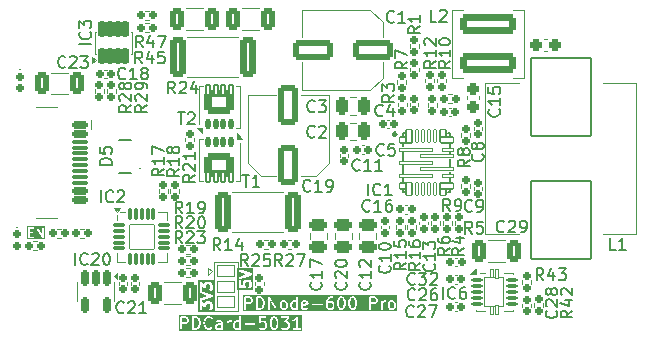
<source format=gbr>
%TF.GenerationSoftware,KiCad,Pcbnew,9.0.2*%
%TF.CreationDate,2026-02-15T12:31:08+01:00*%
%TF.ProjectId,PDNode-PDCard-5031,50444e6f-6465-42d5-9044-436172642d35,1.0.0*%
%TF.SameCoordinates,Original*%
%TF.FileFunction,Legend,Top*%
%TF.FilePolarity,Positive*%
%FSLAX46Y46*%
G04 Gerber Fmt 4.6, Leading zero omitted, Abs format (unit mm)*
G04 Created by KiCad (PCBNEW 9.0.2) date 2026-02-15 12:31:08*
%MOMM*%
%LPD*%
G01*
G04 APERTURE LIST*
G04 Aperture macros list*
%AMRoundRect*
0 Rectangle with rounded corners*
0 $1 Rounding radius*
0 $2 $3 $4 $5 $6 $7 $8 $9 X,Y pos of 4 corners*
0 Add a 4 corners polygon primitive as box body*
4,1,4,$2,$3,$4,$5,$6,$7,$8,$9,$2,$3,0*
0 Add four circle primitives for the rounded corners*
1,1,$1+$1,$2,$3*
1,1,$1+$1,$4,$5*
1,1,$1+$1,$6,$7*
1,1,$1+$1,$8,$9*
0 Add four rect primitives between the rounded corners*
20,1,$1+$1,$2,$3,$4,$5,0*
20,1,$1+$1,$4,$5,$6,$7,0*
20,1,$1+$1,$6,$7,$8,$9,0*
20,1,$1+$1,$8,$9,$2,$3,0*%
G04 Aperture macros list end*
%ADD10C,0.150000*%
%ADD11C,0.225000*%
%ADD12C,0.050800*%
%ADD13C,0.120000*%
%ADD14C,0.127000*%
%ADD15C,0.254000*%
%ADD16C,0.100000*%
%ADD17C,0.010000*%
%ADD18C,0.800000*%
%ADD19C,4.500000*%
%ADD20RoundRect,0.050000X2.540000X-3.304540X2.540000X3.304540X-2.540000X3.304540X-2.540000X-3.304540X0*%
%ADD21RoundRect,0.165000X0.165000X0.195000X-0.165000X0.195000X-0.165000X-0.195000X0.165000X-0.195000X0*%
%ADD22RoundRect,0.160000X-0.210000X0.160000X-0.210000X-0.160000X0.210000X-0.160000X0.210000X0.160000X0*%
%ADD23RoundRect,0.087500X-0.387500X-0.087500X0.387500X-0.087500X0.387500X0.087500X-0.387500X0.087500X0*%
%ADD24RoundRect,0.087500X-0.087500X-0.387500X0.087500X-0.387500X0.087500X0.387500X-0.087500X0.387500X0*%
%ADD25RoundRect,0.050000X-1.025000X-1.025000X1.025000X-1.025000X1.025000X1.025000X-1.025000X1.025000X0*%
%ADD26RoundRect,0.160000X0.210000X-0.160000X0.210000X0.160000X-0.210000X0.160000X-0.210000X-0.160000X0*%
%ADD27RoundRect,0.271739X0.353261X0.678261X-0.353261X0.678261X-0.353261X-0.678261X0.353261X-0.678261X0*%
%ADD28RoundRect,0.275000X0.275000X0.500000X-0.275000X0.500000X-0.275000X-0.500000X0.275000X-0.500000X0*%
%ADD29RoundRect,0.160000X0.160000X0.210000X-0.160000X0.210000X-0.160000X-0.210000X0.160000X-0.210000X0*%
%ADD30RoundRect,0.175000X-0.175000X0.537500X-0.175000X-0.537500X0.175000X-0.537500X0.175000X0.537500X0*%
%ADD31C,0.650000*%
%ADD32RoundRect,0.175000X-0.525000X0.175000X-0.525000X-0.175000X0.525000X-0.175000X0.525000X0.175000X0*%
%ADD33RoundRect,0.100000X-0.600000X0.100000X-0.600000X-0.100000X0.600000X-0.100000X0.600000X0.100000X0*%
%ADD34O,2.200000X1.100000*%
%ADD35O,1.700000X1.100000*%
%ADD36RoundRect,0.270409X0.392091X1.454591X-0.392091X1.454591X-0.392091X-1.454591X0.392091X-1.454591X0*%
%ADD37RoundRect,0.050000X-0.550000X-0.250000X0.550000X-0.250000X0.550000X0.250000X-0.550000X0.250000X0*%
%ADD38RoundRect,0.050000X-0.250000X-0.550000X0.250000X-0.550000X0.250000X0.550000X-0.250000X0.550000X0*%
%ADD39RoundRect,0.050000X-1.400000X-0.125000X1.400000X-0.125000X1.400000X0.125000X-1.400000X0.125000X0*%
%ADD40RoundRect,0.050000X-0.125000X-0.550000X0.125000X-0.550000X0.125000X0.550000X-0.125000X0.550000X0*%
%ADD41RoundRect,0.050000X-0.500000X-0.125000X0.500000X-0.125000X0.500000X0.125000X-0.500000X0.125000X0*%
%ADD42RoundRect,0.250000X-0.250000X-0.275000X0.250000X-0.275000X0.250000X0.275000X-0.250000X0.275000X0*%
%ADD43RoundRect,0.160000X-0.160000X-0.210000X0.160000X-0.210000X0.160000X0.210000X-0.160000X0.210000X0*%
%ADD44RoundRect,0.165000X0.195000X-0.165000X0.195000X0.165000X-0.195000X0.165000X-0.195000X-0.165000X0*%
%ADD45RoundRect,0.050000X-0.350000X-2.150000X0.350000X-2.150000X0.350000X2.150000X-0.350000X2.150000X0*%
%ADD46RoundRect,0.050000X-0.350000X-1.600000X0.350000X-1.600000X0.350000X1.600000X-0.350000X1.600000X0*%
%ADD47RoundRect,0.165000X-0.165000X-0.195000X0.165000X-0.195000X0.165000X0.195000X-0.165000X0.195000X0*%
%ADD48RoundRect,0.050000X-0.750000X0.500000X-0.750000X-0.500000X0.750000X-0.500000X0.750000X0.500000X0*%
%ADD49RoundRect,0.165000X-0.195000X0.165000X-0.195000X-0.165000X0.195000X-0.165000X0.195000X0.165000X0*%
%ADD50RoundRect,0.095000X-0.380000X-0.095000X0.380000X-0.095000X0.380000X0.095000X-0.380000X0.095000X0*%
%ADD51RoundRect,0.050000X-0.140000X-0.350000X0.140000X-0.350000X0.140000X0.350000X-0.140000X0.350000X0*%
%ADD52RoundRect,0.050000X-0.825000X-1.200000X0.825000X-1.200000X0.825000X1.200000X-0.825000X1.200000X0*%
%ADD53RoundRect,0.271739X-0.353261X-0.678261X0.353261X-0.678261X0.353261X0.678261X-0.353261X0.678261X0*%
%ADD54RoundRect,0.130000X-0.130000X0.270000X-0.130000X-0.270000X0.130000X-0.270000X0.130000X0.270000X0*%
%ADD55RoundRect,0.305625X-0.930731X0.713125X-0.930731X-0.713125X0.930731X-0.713125X0.930731X0.713125X0*%
%ADD56RoundRect,0.078000X-0.182000X0.409500X-0.182000X-0.409500X0.182000X-0.409500X0.182000X0.409500X0*%
%ADD57RoundRect,0.265625X1.446875X0.584375X-1.446875X0.584375X-1.446875X-0.584375X1.446875X-0.584375X0*%
%ADD58RoundRect,0.275000X-0.500000X0.275000X-0.500000X-0.275000X0.500000X-0.275000X0.500000X0.275000X0*%
%ADD59RoundRect,0.172500X-0.197500X0.172500X-0.197500X-0.172500X0.197500X-0.172500X0.197500X0.172500X0*%
%ADD60RoundRect,0.265625X0.584375X-1.446875X0.584375X1.446875X-0.584375X1.446875X-0.584375X-1.446875X0*%
%ADD61RoundRect,0.150000X0.150000X-0.562500X0.150000X0.562500X-0.150000X0.562500X-0.150000X-0.562500X0*%
%ADD62RoundRect,0.130000X0.130000X-0.270000X0.130000X0.270000X-0.130000X0.270000X-0.130000X-0.270000X0*%
%ADD63RoundRect,0.305625X0.930731X-0.713125X0.930731X0.713125X-0.930731X0.713125X-0.930731X-0.713125X0*%
%ADD64RoundRect,0.078000X0.182000X-0.409500X0.182000X0.409500X-0.182000X0.409500X-0.182000X-0.409500X0*%
%ADD65RoundRect,0.250000X-0.275000X0.250000X-0.275000X-0.250000X0.275000X-0.250000X0.275000X0.250000X0*%
%ADD66RoundRect,0.303571X2.096429X-0.546429X2.096429X0.546429X-2.096429X0.546429X-2.096429X-0.546429X0*%
G04 APERTURE END LIST*
D10*
G36*
X3284002Y15491816D02*
G01*
X1775271Y15491816D01*
X1775271Y16455705D01*
X1864160Y16455705D01*
X1864160Y15655705D01*
X1865601Y15641073D01*
X1876800Y15614037D01*
X1897492Y15593345D01*
X1924528Y15582146D01*
X1939160Y15580705D01*
X2320112Y15580705D01*
X2334744Y15582146D01*
X2361780Y15593345D01*
X2382472Y15614037D01*
X2393671Y15641073D01*
X2393671Y15670337D01*
X2382472Y15697373D01*
X2361780Y15718065D01*
X2334744Y15729264D01*
X2320112Y15730705D01*
X2014160Y15730705D01*
X2014160Y15999753D01*
X2205826Y15999753D01*
X2220458Y16001194D01*
X2247494Y16012393D01*
X2268186Y16033085D01*
X2279385Y16060121D01*
X2279385Y16089385D01*
X2268186Y16116421D01*
X2247494Y16137113D01*
X2220458Y16148312D01*
X2205826Y16149753D01*
X2014160Y16149753D01*
X2014160Y16380705D01*
X2320112Y16380705D01*
X2334744Y16382146D01*
X2361780Y16393345D01*
X2382472Y16414037D01*
X2393671Y16441073D01*
X2393671Y16455705D01*
X2587970Y16455705D01*
X2587970Y15655705D01*
X2589411Y15641073D01*
X2600610Y15614037D01*
X2621302Y15593345D01*
X2648338Y15582146D01*
X2677602Y15582146D01*
X2704638Y15593345D01*
X2725330Y15614037D01*
X2736529Y15641073D01*
X2737970Y15655705D01*
X2737970Y16173289D01*
X3054995Y15618495D01*
X3057183Y15615412D01*
X3057753Y15614037D01*
X3059152Y15612638D01*
X3063505Y15606505D01*
X3071393Y15600397D01*
X3078445Y15593345D01*
X3082863Y15591515D01*
X3086643Y15588588D01*
X3096264Y15585964D01*
X3105481Y15582146D01*
X3110262Y15582146D01*
X3114874Y15580888D01*
X3124771Y15582146D01*
X3134745Y15582146D01*
X3139160Y15583976D01*
X3143904Y15584578D01*
X3152568Y15589529D01*
X3161781Y15593345D01*
X3165159Y15596724D01*
X3169313Y15599097D01*
X3175422Y15606987D01*
X3182473Y15614037D01*
X3184302Y15618454D01*
X3187230Y15622234D01*
X3189854Y15631858D01*
X3193672Y15641073D01*
X3194408Y15648556D01*
X3194930Y15650466D01*
X3194742Y15651942D01*
X3195113Y15655705D01*
X3195113Y16455705D01*
X3193672Y16470337D01*
X3182473Y16497373D01*
X3161781Y16518065D01*
X3134745Y16529264D01*
X3105481Y16529264D01*
X3078445Y16518065D01*
X3057753Y16497373D01*
X3046554Y16470337D01*
X3045113Y16455705D01*
X3045113Y15938122D01*
X2728088Y16492915D01*
X2725899Y16495999D01*
X2725330Y16497373D01*
X2723930Y16498773D01*
X2719578Y16504905D01*
X2711688Y16511015D01*
X2704638Y16518065D01*
X2700221Y16519895D01*
X2696441Y16522822D01*
X2686817Y16525447D01*
X2677602Y16529264D01*
X2672821Y16529264D01*
X2668209Y16530522D01*
X2658312Y16529264D01*
X2648338Y16529264D01*
X2643922Y16527435D01*
X2639179Y16526832D01*
X2630514Y16521882D01*
X2621302Y16518065D01*
X2617923Y16514687D01*
X2613770Y16512313D01*
X2607660Y16504424D01*
X2600610Y16497373D01*
X2598780Y16492957D01*
X2595853Y16489176D01*
X2593228Y16479553D01*
X2589411Y16470337D01*
X2588674Y16462855D01*
X2588153Y16460944D01*
X2588340Y16459469D01*
X2587970Y16455705D01*
X2393671Y16455705D01*
X2393671Y16470337D01*
X2382472Y16497373D01*
X2361780Y16518065D01*
X2334744Y16529264D01*
X2320112Y16530705D01*
X1939160Y16530705D01*
X1924528Y16529264D01*
X1897492Y16518065D01*
X1876800Y16497373D01*
X1865601Y16470337D01*
X1864160Y16455705D01*
X1775271Y16455705D01*
X1775271Y16619594D01*
X3284002Y16619594D01*
X3284002Y15491816D01*
G37*
G36*
X21587273Y10497180D02*
G01*
X21661386Y10423067D01*
X21699879Y10346080D01*
X21743263Y10172546D01*
X21743263Y10048157D01*
X21699879Y9874623D01*
X21661385Y9797636D01*
X21587273Y9723523D01*
X21472760Y9685351D01*
X21321835Y9685351D01*
X21321835Y10535351D01*
X21472760Y10535351D01*
X21587273Y10497180D01*
G37*
G36*
X23630979Y10167760D02*
G01*
X23661386Y10137353D01*
X23695644Y10068837D01*
X23695644Y9818533D01*
X23661385Y9750017D01*
X23630978Y9719609D01*
X23562463Y9685351D01*
X23455016Y9685351D01*
X23386500Y9719609D01*
X23356093Y9750017D01*
X23321835Y9818533D01*
X23321835Y10068837D01*
X23356093Y10137353D01*
X23386500Y10167760D01*
X23455016Y10202018D01*
X23562463Y10202018D01*
X23630979Y10167760D01*
G37*
G36*
X24552787Y10183047D02*
G01*
X24552787Y9704323D01*
X24514844Y9685351D01*
X24359778Y9685351D01*
X24291262Y9719609D01*
X24260855Y9750017D01*
X24226597Y9818533D01*
X24226597Y10068837D01*
X24260855Y10137353D01*
X24291262Y10167760D01*
X24359778Y10202018D01*
X24514844Y10202018D01*
X24552787Y10183047D01*
G37*
G36*
X25429028Y10173498D02*
G01*
X25457549Y10116456D01*
X25457549Y10100408D01*
X25131359Y10035171D01*
X25131359Y10116456D01*
X25159879Y10173498D01*
X25216921Y10202018D01*
X25371987Y10202018D01*
X25429028Y10173498D01*
G37*
G36*
X27583360Y10120141D02*
G01*
X27613767Y10089734D01*
X27648025Y10021218D01*
X27648025Y9818533D01*
X27613766Y9750017D01*
X27583359Y9719609D01*
X27514844Y9685351D01*
X27359778Y9685351D01*
X27291262Y9719609D01*
X27260855Y9750017D01*
X27226597Y9818533D01*
X27226597Y10021218D01*
X27260855Y10089734D01*
X27291262Y10120141D01*
X27359778Y10154399D01*
X27514844Y10154399D01*
X27583360Y10120141D01*
G37*
G36*
X28488122Y10501093D02*
G01*
X28518529Y10470686D01*
X28557022Y10393699D01*
X28600406Y10220165D01*
X28600406Y10000538D01*
X28557022Y9827004D01*
X28518528Y9750017D01*
X28488121Y9719609D01*
X28419606Y9685351D01*
X28359778Y9685351D01*
X28291262Y9719609D01*
X28260855Y9750017D01*
X28222361Y9827004D01*
X28178978Y10000538D01*
X28178978Y10220165D01*
X28222361Y10393699D01*
X28260855Y10470686D01*
X28291262Y10501093D01*
X28359778Y10535351D01*
X28419606Y10535351D01*
X28488122Y10501093D01*
G37*
G36*
X29440503Y10501093D02*
G01*
X29470910Y10470686D01*
X29509403Y10393699D01*
X29552787Y10220165D01*
X29552787Y10000538D01*
X29509403Y9827004D01*
X29470909Y9750017D01*
X29440502Y9719609D01*
X29371987Y9685351D01*
X29312159Y9685351D01*
X29243643Y9719609D01*
X29213236Y9750017D01*
X29174742Y9827004D01*
X29131359Y10000538D01*
X29131359Y10220165D01*
X29174742Y10393699D01*
X29213236Y10470686D01*
X29243643Y10501093D01*
X29312159Y10535351D01*
X29371987Y10535351D01*
X29440503Y10501093D01*
G37*
G36*
X32773837Y10167760D02*
G01*
X32804244Y10137353D01*
X32838502Y10068837D01*
X32838502Y9818533D01*
X32804243Y9750017D01*
X32773836Y9719609D01*
X32705321Y9685351D01*
X32597874Y9685351D01*
X32529358Y9719609D01*
X32498951Y9750017D01*
X32464693Y9818533D01*
X32464693Y10068837D01*
X32498951Y10137353D01*
X32529358Y10167760D01*
X32597874Y10202018D01*
X32705321Y10202018D01*
X32773837Y10167760D01*
G37*
G36*
X20678598Y10501093D02*
G01*
X20709005Y10470686D01*
X20743263Y10402170D01*
X20743263Y10294723D01*
X20709005Y10226207D01*
X20678598Y10195800D01*
X20610082Y10161542D01*
X20321835Y10161542D01*
X20321835Y10535351D01*
X20610082Y10535351D01*
X20678598Y10501093D01*
G37*
G36*
X31250027Y10501093D02*
G01*
X31280434Y10470686D01*
X31314692Y10402170D01*
X31314692Y10294723D01*
X31280434Y10226207D01*
X31250027Y10195800D01*
X31181511Y10161542D01*
X30893264Y10161542D01*
X30893264Y10535351D01*
X31181511Y10535351D01*
X31250027Y10501093D01*
G37*
G36*
X33099613Y9424240D02*
G01*
X20060724Y9424240D01*
X20060724Y10610351D01*
X20171835Y10610351D01*
X20171835Y9610351D01*
X20173276Y9595719D01*
X20184475Y9568683D01*
X20205167Y9547991D01*
X20232203Y9536792D01*
X20261467Y9536792D01*
X20288503Y9547991D01*
X20309195Y9568683D01*
X20320394Y9595719D01*
X20321835Y9610351D01*
X20321835Y10011542D01*
X20627787Y10011542D01*
X20642419Y10012983D01*
X20644908Y10014015D01*
X20647596Y10014205D01*
X20661328Y10019460D01*
X20756566Y10067079D01*
X20762865Y10071044D01*
X20764693Y10071801D01*
X20766749Y10073490D01*
X20769009Y10074911D01*
X20770308Y10076410D01*
X20776058Y10081128D01*
X20823677Y10128747D01*
X20828395Y10134497D01*
X20829894Y10135796D01*
X20831315Y10138056D01*
X20833004Y10140112D01*
X20833761Y10141940D01*
X20837726Y10148239D01*
X20885345Y10243477D01*
X20890600Y10257208D01*
X20890791Y10259898D01*
X20891822Y10262386D01*
X20893263Y10277018D01*
X20893263Y10419875D01*
X20891822Y10434507D01*
X20890791Y10436996D01*
X20890600Y10439685D01*
X20885345Y10453416D01*
X20837726Y10548654D01*
X20833761Y10554954D01*
X20833004Y10556781D01*
X20831315Y10558838D01*
X20829894Y10561097D01*
X20828395Y10562397D01*
X20823677Y10568146D01*
X20781472Y10610351D01*
X21171835Y10610351D01*
X21171835Y9610351D01*
X21173276Y9595719D01*
X21184475Y9568683D01*
X21205167Y9547991D01*
X21232203Y9536792D01*
X21246835Y9535351D01*
X21484930Y9535351D01*
X21492335Y9536081D01*
X21494310Y9535940D01*
X21496907Y9536531D01*
X21499562Y9536792D01*
X21501393Y9537551D01*
X21508647Y9539200D01*
X21651504Y9586819D01*
X21664929Y9592813D01*
X21666964Y9594579D01*
X21669455Y9595610D01*
X21680820Y9604937D01*
X21776059Y9700177D01*
X21780776Y9705926D01*
X21782275Y9707225D01*
X21783696Y9709484D01*
X21785386Y9711542D01*
X21786143Y9713372D01*
X21790107Y9719668D01*
X21837726Y9814906D01*
X21838135Y9815976D01*
X21838458Y9816411D01*
X21840650Y9822548D01*
X21842981Y9828637D01*
X21843019Y9829178D01*
X21843405Y9830257D01*
X21891024Y10020733D01*
X21891399Y10023270D01*
X21891822Y10024291D01*
X21892364Y10029804D01*
X21893174Y10035277D01*
X21893011Y10036370D01*
X21893263Y10038923D01*
X21893263Y10181780D01*
X21893011Y10184334D01*
X21893174Y10185426D01*
X21892364Y10190900D01*
X21891822Y10196412D01*
X21891399Y10197434D01*
X21891024Y10199970D01*
X21843405Y10390446D01*
X21843019Y10391526D01*
X21842981Y10392066D01*
X21840650Y10398156D01*
X21838458Y10404292D01*
X21838135Y10404728D01*
X21837726Y10405797D01*
X21790107Y10501035D01*
X21786144Y10507330D01*
X21785386Y10509162D01*
X21783694Y10511224D01*
X21782275Y10513478D01*
X21780778Y10514777D01*
X21776058Y10520527D01*
X21686234Y10610351D01*
X22171835Y10610351D01*
X22171835Y9610351D01*
X22173276Y9595719D01*
X22184475Y9568683D01*
X22205167Y9547991D01*
X22232203Y9536792D01*
X22261467Y9536792D01*
X22288503Y9547991D01*
X22309195Y9568683D01*
X22320394Y9595719D01*
X22321835Y9610351D01*
X22321835Y10327935D01*
X22753145Y9573140D01*
X22755334Y9570056D01*
X22755903Y9568683D01*
X22757300Y9567286D01*
X22761655Y9561151D01*
X22769543Y9555043D01*
X22776595Y9547991D01*
X22781013Y9546161D01*
X22784793Y9543234D01*
X22794414Y9540610D01*
X22803631Y9536792D01*
X22808412Y9536792D01*
X22813024Y9535534D01*
X22822921Y9536792D01*
X22832895Y9536792D01*
X22837310Y9538622D01*
X22842054Y9539224D01*
X22850718Y9544175D01*
X22859931Y9547991D01*
X22863309Y9551370D01*
X22867463Y9553743D01*
X22873572Y9561633D01*
X22880623Y9568683D01*
X22882452Y9573100D01*
X22885380Y9576880D01*
X22888004Y9586504D01*
X22891822Y9595719D01*
X22892558Y9603202D01*
X22893080Y9605112D01*
X22892892Y9606588D01*
X22893263Y9610351D01*
X22893263Y10086542D01*
X23171835Y10086542D01*
X23171835Y9800828D01*
X23173276Y9786196D01*
X23174307Y9783707D01*
X23174498Y9781019D01*
X23179753Y9767287D01*
X23227372Y9672049D01*
X23231335Y9665753D01*
X23232093Y9663923D01*
X23233782Y9661865D01*
X23235204Y9659606D01*
X23236702Y9658307D01*
X23241420Y9652558D01*
X23289039Y9604938D01*
X23294788Y9600220D01*
X23296089Y9598720D01*
X23298348Y9597298D01*
X23300405Y9595610D01*
X23302232Y9594853D01*
X23308532Y9590888D01*
X23403770Y9543269D01*
X23417501Y9538014D01*
X23420190Y9537823D01*
X23422679Y9536792D01*
X23437311Y9535351D01*
X23580168Y9535351D01*
X23594800Y9536792D01*
X23597289Y9537824D01*
X23599977Y9538014D01*
X23613709Y9543269D01*
X23708947Y9590888D01*
X23715246Y9594853D01*
X23717074Y9595610D01*
X23719130Y9597298D01*
X23721390Y9598720D01*
X23722690Y9600220D01*
X23728440Y9604938D01*
X23776058Y9652557D01*
X23780776Y9658307D01*
X23782275Y9659606D01*
X23783696Y9661865D01*
X23785386Y9663923D01*
X23786143Y9665753D01*
X23790107Y9672049D01*
X23837726Y9767287D01*
X23842981Y9781018D01*
X23843172Y9783708D01*
X23844203Y9786196D01*
X23845644Y9800828D01*
X23845644Y10086542D01*
X24076597Y10086542D01*
X24076597Y9800828D01*
X24078038Y9786196D01*
X24079069Y9783707D01*
X24079260Y9781019D01*
X24084515Y9767287D01*
X24132134Y9672049D01*
X24136097Y9665753D01*
X24136855Y9663923D01*
X24138544Y9661865D01*
X24139966Y9659606D01*
X24141464Y9658307D01*
X24146182Y9652558D01*
X24193801Y9604938D01*
X24199550Y9600220D01*
X24200851Y9598720D01*
X24203110Y9597298D01*
X24205167Y9595610D01*
X24206994Y9594853D01*
X24213294Y9590888D01*
X24308532Y9543269D01*
X24322263Y9538014D01*
X24324952Y9537823D01*
X24327441Y9536792D01*
X24342073Y9535351D01*
X24532549Y9535351D01*
X24547181Y9536792D01*
X24549670Y9537824D01*
X24552358Y9538014D01*
X24566090Y9543269D01*
X24582590Y9551520D01*
X24586119Y9547991D01*
X24613155Y9536792D01*
X24642419Y9536792D01*
X24669455Y9547991D01*
X24690147Y9568683D01*
X24701346Y9595719D01*
X24702787Y9610351D01*
X24702787Y10134161D01*
X24981359Y10134161D01*
X24981359Y9753209D01*
X24982800Y9738577D01*
X24983831Y9736088D01*
X24984022Y9733400D01*
X24989277Y9719668D01*
X25036896Y9624429D01*
X25038436Y9621983D01*
X25038821Y9620828D01*
X25040067Y9619391D01*
X25044728Y9611987D01*
X25051830Y9605828D01*
X25057994Y9598720D01*
X25065399Y9594059D01*
X25066836Y9592813D01*
X25067989Y9592429D01*
X25070437Y9590888D01*
X25165675Y9543269D01*
X25179406Y9538014D01*
X25182095Y9537823D01*
X25184584Y9536792D01*
X25199216Y9535351D01*
X25389692Y9535351D01*
X25404324Y9536792D01*
X25406813Y9537824D01*
X25409501Y9538014D01*
X25423233Y9543269D01*
X25518471Y9590888D01*
X25530914Y9598720D01*
X25550087Y9620828D01*
X25559341Y9648589D01*
X25557267Y9677779D01*
X25544179Y9703954D01*
X25522072Y9723127D01*
X25494310Y9732381D01*
X25465120Y9730307D01*
X25451389Y9725052D01*
X25371987Y9685351D01*
X25216921Y9685351D01*
X25159879Y9713872D01*
X25131359Y9770914D01*
X25131359Y9882200D01*
X25547257Y9965379D01*
X25561323Y9969662D01*
X25567428Y9973751D01*
X25574217Y9976563D01*
X25579469Y9981816D01*
X25585637Y9985946D01*
X25589711Y9992057D01*
X25594909Y9997255D01*
X25597752Y10004119D01*
X25598963Y10005936D01*
X25887562Y10005936D01*
X25887562Y9976672D01*
X25898761Y9949636D01*
X25919453Y9928944D01*
X25946489Y9917745D01*
X25961121Y9916304D01*
X26723026Y9916304D01*
X26737658Y9917745D01*
X26764694Y9928944D01*
X26785386Y9949636D01*
X26796585Y9976672D01*
X26796585Y10005936D01*
X26785386Y10032972D01*
X26764694Y10053664D01*
X26737658Y10064863D01*
X26723026Y10066304D01*
X25961121Y10066304D01*
X25946489Y10064863D01*
X25919453Y10053664D01*
X25898761Y10032972D01*
X25887562Y10005936D01*
X25598963Y10005936D01*
X25601869Y10010294D01*
X25603294Y10017500D01*
X25606108Y10024291D01*
X25607549Y10038923D01*
X25607549Y10134161D01*
X25606108Y10148793D01*
X25605077Y10151282D01*
X25604886Y10153971D01*
X25599631Y10167702D01*
X25592592Y10181780D01*
X27076597Y10181780D01*
X27076597Y9800828D01*
X27078038Y9786196D01*
X27079069Y9783707D01*
X27079260Y9781019D01*
X27084515Y9767287D01*
X27132134Y9672049D01*
X27136097Y9665753D01*
X27136855Y9663923D01*
X27138544Y9661865D01*
X27139966Y9659606D01*
X27141464Y9658307D01*
X27146182Y9652558D01*
X27193801Y9604938D01*
X27199550Y9600220D01*
X27200851Y9598720D01*
X27203110Y9597298D01*
X27205167Y9595610D01*
X27206994Y9594853D01*
X27213294Y9590888D01*
X27308532Y9543269D01*
X27322263Y9538014D01*
X27324952Y9537823D01*
X27327441Y9536792D01*
X27342073Y9535351D01*
X27532549Y9535351D01*
X27547181Y9536792D01*
X27549670Y9537824D01*
X27552358Y9538014D01*
X27566090Y9543269D01*
X27661328Y9590888D01*
X27667627Y9594853D01*
X27669455Y9595610D01*
X27671511Y9597298D01*
X27673771Y9598720D01*
X27675071Y9600220D01*
X27680821Y9604938D01*
X27728439Y9652557D01*
X27733157Y9658307D01*
X27734656Y9659606D01*
X27736077Y9661865D01*
X27737767Y9663923D01*
X27738524Y9665753D01*
X27742488Y9672049D01*
X27790107Y9767287D01*
X27795362Y9781018D01*
X27795553Y9783708D01*
X27796584Y9786196D01*
X27798025Y9800828D01*
X27798025Y10038923D01*
X27796584Y10053555D01*
X27795553Y10056044D01*
X27795362Y10058733D01*
X27790107Y10072464D01*
X27742488Y10167702D01*
X27738523Y10174002D01*
X27737766Y10175829D01*
X27736077Y10177886D01*
X27734656Y10180145D01*
X27733157Y10181445D01*
X27728439Y10187194D01*
X27686234Y10229399D01*
X28028978Y10229399D01*
X28028978Y9991304D01*
X28029229Y9988751D01*
X28029067Y9987658D01*
X28029876Y9982185D01*
X28030419Y9976672D01*
X28030841Y9975651D01*
X28031217Y9973114D01*
X28078836Y9782638D01*
X28079221Y9781559D01*
X28079260Y9781019D01*
X28081587Y9774938D01*
X28083783Y9768792D01*
X28084105Y9768357D01*
X28084515Y9767287D01*
X28132134Y9672049D01*
X28136097Y9665753D01*
X28136855Y9663923D01*
X28138544Y9661865D01*
X28139966Y9659606D01*
X28141464Y9658307D01*
X28146182Y9652558D01*
X28193801Y9604938D01*
X28199550Y9600220D01*
X28200851Y9598720D01*
X28203110Y9597298D01*
X28205167Y9595610D01*
X28206994Y9594853D01*
X28213294Y9590888D01*
X28308532Y9543269D01*
X28322263Y9538014D01*
X28324952Y9537823D01*
X28327441Y9536792D01*
X28342073Y9535351D01*
X28437311Y9535351D01*
X28451943Y9536792D01*
X28454432Y9537824D01*
X28457120Y9538014D01*
X28470852Y9543269D01*
X28566090Y9590888D01*
X28572389Y9594853D01*
X28574217Y9595610D01*
X28576273Y9597298D01*
X28578533Y9598720D01*
X28579833Y9600220D01*
X28585583Y9604938D01*
X28633201Y9652557D01*
X28637919Y9658307D01*
X28639418Y9659606D01*
X28640839Y9661865D01*
X28642529Y9663923D01*
X28643286Y9665753D01*
X28647250Y9672049D01*
X28694869Y9767287D01*
X28695278Y9768357D01*
X28695601Y9768792D01*
X28697793Y9774929D01*
X28700124Y9781018D01*
X28700162Y9781559D01*
X28700548Y9782638D01*
X28748167Y9973114D01*
X28748542Y9975651D01*
X28748965Y9976672D01*
X28749507Y9982185D01*
X28750317Y9987658D01*
X28750154Y9988751D01*
X28750406Y9991304D01*
X28750406Y10229399D01*
X28981359Y10229399D01*
X28981359Y9991304D01*
X28981610Y9988751D01*
X28981448Y9987658D01*
X28982257Y9982185D01*
X28982800Y9976672D01*
X28983222Y9975651D01*
X28983598Y9973114D01*
X29031217Y9782638D01*
X29031602Y9781559D01*
X29031641Y9781019D01*
X29033968Y9774938D01*
X29036164Y9768792D01*
X29036486Y9768357D01*
X29036896Y9767287D01*
X29084515Y9672049D01*
X29088478Y9665753D01*
X29089236Y9663923D01*
X29090925Y9661865D01*
X29092347Y9659606D01*
X29093845Y9658307D01*
X29098563Y9652558D01*
X29146182Y9604938D01*
X29151931Y9600220D01*
X29153232Y9598720D01*
X29155491Y9597298D01*
X29157548Y9595610D01*
X29159375Y9594853D01*
X29165675Y9590888D01*
X29260913Y9543269D01*
X29274644Y9538014D01*
X29277333Y9537823D01*
X29279822Y9536792D01*
X29294454Y9535351D01*
X29389692Y9535351D01*
X29404324Y9536792D01*
X29406813Y9537824D01*
X29409501Y9538014D01*
X29423233Y9543269D01*
X29518471Y9590888D01*
X29524770Y9594853D01*
X29526598Y9595610D01*
X29528654Y9597298D01*
X29530914Y9598720D01*
X29532214Y9600220D01*
X29537964Y9604938D01*
X29585582Y9652557D01*
X29590300Y9658307D01*
X29591799Y9659606D01*
X29593220Y9661865D01*
X29594910Y9663923D01*
X29595667Y9665753D01*
X29599631Y9672049D01*
X29647250Y9767287D01*
X29647659Y9768357D01*
X29647982Y9768792D01*
X29650174Y9774929D01*
X29652505Y9781018D01*
X29652543Y9781559D01*
X29652929Y9782638D01*
X29700548Y9973114D01*
X29700923Y9975651D01*
X29701346Y9976672D01*
X29701888Y9982185D01*
X29702698Y9987658D01*
X29702535Y9988751D01*
X29702787Y9991304D01*
X29702787Y10229399D01*
X29702535Y10231953D01*
X29702698Y10233045D01*
X29701888Y10238519D01*
X29701346Y10244031D01*
X29700923Y10245053D01*
X29700548Y10247589D01*
X29652929Y10438065D01*
X29652543Y10439145D01*
X29652505Y10439685D01*
X29650174Y10445775D01*
X29647982Y10451911D01*
X29647659Y10452347D01*
X29647250Y10453416D01*
X29599631Y10548654D01*
X29595666Y10554954D01*
X29594909Y10556781D01*
X29593220Y10558838D01*
X29591799Y10561097D01*
X29590300Y10562397D01*
X29585582Y10568146D01*
X29543377Y10610351D01*
X30743264Y10610351D01*
X30743264Y9610351D01*
X30744705Y9595719D01*
X30755904Y9568683D01*
X30776596Y9547991D01*
X30803632Y9536792D01*
X30832896Y9536792D01*
X30859932Y9547991D01*
X30880624Y9568683D01*
X30891823Y9595719D01*
X30893264Y9610351D01*
X30893264Y10011542D01*
X31199216Y10011542D01*
X31213848Y10012983D01*
X31216337Y10014015D01*
X31219025Y10014205D01*
X31232757Y10019460D01*
X31327995Y10067079D01*
X31334294Y10071044D01*
X31336122Y10071801D01*
X31338178Y10073490D01*
X31340438Y10074911D01*
X31341737Y10076410D01*
X31347487Y10081128D01*
X31395106Y10128747D01*
X31399824Y10134497D01*
X31401323Y10135796D01*
X31402744Y10138056D01*
X31404433Y10140112D01*
X31405190Y10141940D01*
X31409155Y10148239D01*
X31456774Y10243477D01*
X31462029Y10257208D01*
X31462220Y10259898D01*
X31463251Y10262386D01*
X31464692Y10277018D01*
X31743264Y10277018D01*
X31743264Y9610351D01*
X31744705Y9595719D01*
X31755904Y9568683D01*
X31776596Y9547991D01*
X31803632Y9536792D01*
X31832896Y9536792D01*
X31859932Y9547991D01*
X31880624Y9568683D01*
X31891823Y9595719D01*
X31893264Y9610351D01*
X31893264Y10068837D01*
X31902117Y10086542D01*
X32314693Y10086542D01*
X32314693Y9800828D01*
X32316134Y9786196D01*
X32317165Y9783707D01*
X32317356Y9781019D01*
X32322611Y9767287D01*
X32370230Y9672049D01*
X32374193Y9665753D01*
X32374951Y9663923D01*
X32376640Y9661865D01*
X32378062Y9659606D01*
X32379560Y9658307D01*
X32384278Y9652558D01*
X32431897Y9604938D01*
X32437646Y9600220D01*
X32438947Y9598720D01*
X32441206Y9597298D01*
X32443263Y9595610D01*
X32445090Y9594853D01*
X32451390Y9590888D01*
X32546628Y9543269D01*
X32560359Y9538014D01*
X32563048Y9537823D01*
X32565537Y9536792D01*
X32580169Y9535351D01*
X32723026Y9535351D01*
X32737658Y9536792D01*
X32740147Y9537824D01*
X32742835Y9538014D01*
X32756567Y9543269D01*
X32851805Y9590888D01*
X32858104Y9594853D01*
X32859932Y9595610D01*
X32861988Y9597298D01*
X32864248Y9598720D01*
X32865548Y9600220D01*
X32871298Y9604938D01*
X32918916Y9652557D01*
X32923634Y9658307D01*
X32925133Y9659606D01*
X32926554Y9661865D01*
X32928244Y9663923D01*
X32929001Y9665753D01*
X32932965Y9672049D01*
X32980584Y9767287D01*
X32985839Y9781018D01*
X32986030Y9783708D01*
X32987061Y9786196D01*
X32988502Y9800828D01*
X32988502Y10086542D01*
X32987061Y10101174D01*
X32986030Y10103663D01*
X32985839Y10106352D01*
X32980584Y10120083D01*
X32932965Y10215321D01*
X32929000Y10221621D01*
X32928243Y10223448D01*
X32926554Y10225505D01*
X32925133Y10227764D01*
X32923634Y10229064D01*
X32918916Y10234813D01*
X32871297Y10282432D01*
X32865547Y10287151D01*
X32864248Y10288649D01*
X32861988Y10290071D01*
X32859932Y10291759D01*
X32858104Y10292517D01*
X32851805Y10296481D01*
X32756567Y10344100D01*
X32742835Y10349355D01*
X32740147Y10349546D01*
X32737658Y10350577D01*
X32723026Y10352018D01*
X32580169Y10352018D01*
X32565537Y10350577D01*
X32563048Y10349547D01*
X32560359Y10349355D01*
X32546628Y10344100D01*
X32451390Y10296481D01*
X32445090Y10292517D01*
X32443263Y10291759D01*
X32441206Y10290071D01*
X32438947Y10288649D01*
X32437647Y10287151D01*
X32431898Y10282432D01*
X32384279Y10234813D01*
X32379560Y10229064D01*
X32378062Y10227764D01*
X32376640Y10225505D01*
X32374952Y10223448D01*
X32374194Y10221621D01*
X32370230Y10215321D01*
X32322611Y10120083D01*
X32317356Y10106351D01*
X32317165Y10103664D01*
X32316134Y10101174D01*
X32314693Y10086542D01*
X31902117Y10086542D01*
X31927522Y10137353D01*
X31957929Y10167760D01*
X32026445Y10202018D01*
X32103978Y10202018D01*
X32118610Y10203459D01*
X32145646Y10214658D01*
X32166338Y10235350D01*
X32177537Y10262386D01*
X32177537Y10291650D01*
X32166338Y10318686D01*
X32145646Y10339378D01*
X32118610Y10350577D01*
X32103978Y10352018D01*
X32008740Y10352018D01*
X31994108Y10350577D01*
X31991619Y10349547D01*
X31988930Y10349355D01*
X31975199Y10344100D01*
X31888129Y10300566D01*
X31880624Y10318686D01*
X31859932Y10339378D01*
X31832896Y10350577D01*
X31803632Y10350577D01*
X31776596Y10339378D01*
X31755904Y10318686D01*
X31744705Y10291650D01*
X31743264Y10277018D01*
X31464692Y10277018D01*
X31464692Y10419875D01*
X31463251Y10434507D01*
X31462220Y10436996D01*
X31462029Y10439685D01*
X31456774Y10453416D01*
X31409155Y10548654D01*
X31405190Y10554954D01*
X31404433Y10556781D01*
X31402744Y10558838D01*
X31401323Y10561097D01*
X31399824Y10562397D01*
X31395106Y10568146D01*
X31347487Y10615765D01*
X31341737Y10620484D01*
X31340438Y10621982D01*
X31338178Y10623404D01*
X31336122Y10625092D01*
X31334294Y10625850D01*
X31327995Y10629814D01*
X31232757Y10677433D01*
X31219025Y10682688D01*
X31216337Y10682879D01*
X31213848Y10683910D01*
X31199216Y10685351D01*
X30818264Y10685351D01*
X30803632Y10683910D01*
X30776596Y10672711D01*
X30755904Y10652019D01*
X30744705Y10624983D01*
X30743264Y10610351D01*
X29543377Y10610351D01*
X29537963Y10615765D01*
X29532213Y10620484D01*
X29530914Y10621982D01*
X29528654Y10623404D01*
X29526598Y10625092D01*
X29524770Y10625850D01*
X29518471Y10629814D01*
X29423233Y10677433D01*
X29409501Y10682688D01*
X29406813Y10682879D01*
X29404324Y10683910D01*
X29389692Y10685351D01*
X29294454Y10685351D01*
X29279822Y10683910D01*
X29277333Y10682880D01*
X29274644Y10682688D01*
X29260913Y10677433D01*
X29165675Y10629814D01*
X29159375Y10625850D01*
X29157548Y10625092D01*
X29155491Y10623404D01*
X29153232Y10621982D01*
X29151932Y10620484D01*
X29146183Y10615765D01*
X29098564Y10568146D01*
X29093845Y10562397D01*
X29092347Y10561097D01*
X29090925Y10558838D01*
X29089237Y10556781D01*
X29088479Y10554954D01*
X29084515Y10548654D01*
X29036896Y10453416D01*
X29036486Y10452347D01*
X29036164Y10451911D01*
X29033968Y10445766D01*
X29031641Y10439684D01*
X29031602Y10439145D01*
X29031217Y10438065D01*
X28983598Y10247589D01*
X28983222Y10245053D01*
X28982800Y10244031D01*
X28982257Y10238519D01*
X28981448Y10233045D01*
X28981610Y10231953D01*
X28981359Y10229399D01*
X28750406Y10229399D01*
X28750154Y10231953D01*
X28750317Y10233045D01*
X28749507Y10238519D01*
X28748965Y10244031D01*
X28748542Y10245053D01*
X28748167Y10247589D01*
X28700548Y10438065D01*
X28700162Y10439145D01*
X28700124Y10439685D01*
X28697793Y10445775D01*
X28695601Y10451911D01*
X28695278Y10452347D01*
X28694869Y10453416D01*
X28647250Y10548654D01*
X28643285Y10554954D01*
X28642528Y10556781D01*
X28640839Y10558838D01*
X28639418Y10561097D01*
X28637919Y10562397D01*
X28633201Y10568146D01*
X28585582Y10615765D01*
X28579832Y10620484D01*
X28578533Y10621982D01*
X28576273Y10623404D01*
X28574217Y10625092D01*
X28572389Y10625850D01*
X28566090Y10629814D01*
X28470852Y10677433D01*
X28457120Y10682688D01*
X28454432Y10682879D01*
X28451943Y10683910D01*
X28437311Y10685351D01*
X28342073Y10685351D01*
X28327441Y10683910D01*
X28324952Y10682880D01*
X28322263Y10682688D01*
X28308532Y10677433D01*
X28213294Y10629814D01*
X28206994Y10625850D01*
X28205167Y10625092D01*
X28203110Y10623404D01*
X28200851Y10621982D01*
X28199551Y10620484D01*
X28193802Y10615765D01*
X28146183Y10568146D01*
X28141464Y10562397D01*
X28139966Y10561097D01*
X28138544Y10558838D01*
X28136856Y10556781D01*
X28136098Y10554954D01*
X28132134Y10548654D01*
X28084515Y10453416D01*
X28084105Y10452347D01*
X28083783Y10451911D01*
X28081587Y10445766D01*
X28079260Y10439684D01*
X28079221Y10439145D01*
X28078836Y10438065D01*
X28031217Y10247589D01*
X28030841Y10245053D01*
X28030419Y10244031D01*
X28029876Y10238519D01*
X28029067Y10233045D01*
X28029229Y10231953D01*
X28028978Y10229399D01*
X27686234Y10229399D01*
X27680820Y10234813D01*
X27675070Y10239532D01*
X27673771Y10241030D01*
X27671511Y10242452D01*
X27669455Y10244140D01*
X27667627Y10244898D01*
X27661328Y10248862D01*
X27566090Y10296481D01*
X27552358Y10301736D01*
X27549670Y10301927D01*
X27547181Y10302958D01*
X27532549Y10304399D01*
X27342073Y10304399D01*
X27327441Y10302958D01*
X27324952Y10301928D01*
X27322263Y10301736D01*
X27308532Y10296481D01*
X27250302Y10267366D01*
X27268826Y10341463D01*
X27352738Y10467332D01*
X27386500Y10501093D01*
X27455016Y10535351D01*
X27627787Y10535351D01*
X27642419Y10536792D01*
X27669455Y10547991D01*
X27690147Y10568683D01*
X27701346Y10595719D01*
X27701346Y10624983D01*
X27690147Y10652019D01*
X27669455Y10672711D01*
X27642419Y10683910D01*
X27627787Y10685351D01*
X27437311Y10685351D01*
X27422679Y10683910D01*
X27420190Y10682880D01*
X27417501Y10682688D01*
X27403770Y10677433D01*
X27308532Y10629814D01*
X27302232Y10625850D01*
X27300405Y10625092D01*
X27298348Y10623404D01*
X27296089Y10621982D01*
X27294789Y10620484D01*
X27289040Y10615765D01*
X27241421Y10568146D01*
X27241387Y10568106D01*
X27241366Y10568091D01*
X27236582Y10562250D01*
X27232094Y10556781D01*
X27232084Y10556759D01*
X27232050Y10556716D01*
X27136812Y10413859D01*
X27132505Y10405781D01*
X27131402Y10404292D01*
X27130773Y10402533D01*
X27129895Y10400885D01*
X27129535Y10399069D01*
X27126455Y10390446D01*
X27078836Y10199970D01*
X27078460Y10197434D01*
X27078038Y10196412D01*
X27077495Y10190900D01*
X27076686Y10185426D01*
X27076848Y10184334D01*
X27076597Y10181780D01*
X25592592Y10181780D01*
X25552012Y10262940D01*
X25550471Y10265388D01*
X25550087Y10266541D01*
X25548841Y10267978D01*
X25544180Y10275383D01*
X25537075Y10281545D01*
X25530914Y10288649D01*
X25523508Y10293311D01*
X25522072Y10294556D01*
X25520918Y10294941D01*
X25518471Y10296481D01*
X25423233Y10344100D01*
X25409501Y10349355D01*
X25406813Y10349546D01*
X25404324Y10350577D01*
X25389692Y10352018D01*
X25199216Y10352018D01*
X25184584Y10350577D01*
X25182095Y10349547D01*
X25179406Y10349355D01*
X25165675Y10344100D01*
X25070437Y10296481D01*
X25067989Y10294941D01*
X25066836Y10294556D01*
X25065399Y10293311D01*
X25057994Y10288649D01*
X25051832Y10281545D01*
X25044728Y10275383D01*
X25040066Y10267978D01*
X25038821Y10266541D01*
X25038436Y10265388D01*
X25036896Y10262940D01*
X24989277Y10167702D01*
X24984022Y10153970D01*
X24983831Y10151283D01*
X24982800Y10148793D01*
X24981359Y10134161D01*
X24702787Y10134161D01*
X24702787Y10610351D01*
X24701346Y10624983D01*
X24690147Y10652019D01*
X24669455Y10672711D01*
X24642419Y10683910D01*
X24613155Y10683910D01*
X24586119Y10672711D01*
X24565427Y10652019D01*
X24554228Y10624983D01*
X24552787Y10610351D01*
X24552787Y10349191D01*
X24552358Y10349355D01*
X24549670Y10349546D01*
X24547181Y10350577D01*
X24532549Y10352018D01*
X24342073Y10352018D01*
X24327441Y10350577D01*
X24324952Y10349547D01*
X24322263Y10349355D01*
X24308532Y10344100D01*
X24213294Y10296481D01*
X24206994Y10292517D01*
X24205167Y10291759D01*
X24203110Y10290071D01*
X24200851Y10288649D01*
X24199551Y10287151D01*
X24193802Y10282432D01*
X24146183Y10234813D01*
X24141464Y10229064D01*
X24139966Y10227764D01*
X24138544Y10225505D01*
X24136856Y10223448D01*
X24136098Y10221621D01*
X24132134Y10215321D01*
X24084515Y10120083D01*
X24079260Y10106351D01*
X24079069Y10103664D01*
X24078038Y10101174D01*
X24076597Y10086542D01*
X23845644Y10086542D01*
X23844203Y10101174D01*
X23843172Y10103663D01*
X23842981Y10106352D01*
X23837726Y10120083D01*
X23790107Y10215321D01*
X23786142Y10221621D01*
X23785385Y10223448D01*
X23783696Y10225505D01*
X23782275Y10227764D01*
X23780776Y10229064D01*
X23776058Y10234813D01*
X23728439Y10282432D01*
X23722689Y10287151D01*
X23721390Y10288649D01*
X23719130Y10290071D01*
X23717074Y10291759D01*
X23715246Y10292517D01*
X23708947Y10296481D01*
X23613709Y10344100D01*
X23599977Y10349355D01*
X23597289Y10349546D01*
X23594800Y10350577D01*
X23580168Y10352018D01*
X23437311Y10352018D01*
X23422679Y10350577D01*
X23420190Y10349547D01*
X23417501Y10349355D01*
X23403770Y10344100D01*
X23308532Y10296481D01*
X23302232Y10292517D01*
X23300405Y10291759D01*
X23298348Y10290071D01*
X23296089Y10288649D01*
X23294789Y10287151D01*
X23289040Y10282432D01*
X23241421Y10234813D01*
X23236702Y10229064D01*
X23235204Y10227764D01*
X23233782Y10225505D01*
X23232094Y10223448D01*
X23231336Y10221621D01*
X23227372Y10215321D01*
X23179753Y10120083D01*
X23174498Y10106351D01*
X23174307Y10103664D01*
X23173276Y10101174D01*
X23171835Y10086542D01*
X22893263Y10086542D01*
X22893263Y10610351D01*
X22891822Y10624983D01*
X22880623Y10652019D01*
X22859931Y10672711D01*
X22832895Y10683910D01*
X22803631Y10683910D01*
X22776595Y10672711D01*
X22755903Y10652019D01*
X22744704Y10624983D01*
X22743263Y10610351D01*
X22743263Y9892768D01*
X22311953Y10647561D01*
X22309764Y10650645D01*
X22309195Y10652019D01*
X22307795Y10653419D01*
X22303443Y10659551D01*
X22295553Y10665661D01*
X22288503Y10672711D01*
X22284086Y10674541D01*
X22280306Y10677468D01*
X22270682Y10680093D01*
X22261467Y10683910D01*
X22256686Y10683910D01*
X22252074Y10685168D01*
X22242177Y10683910D01*
X22232203Y10683910D01*
X22227787Y10682081D01*
X22223044Y10681478D01*
X22214379Y10676528D01*
X22205167Y10672711D01*
X22201788Y10669333D01*
X22197635Y10666959D01*
X22191525Y10659070D01*
X22184475Y10652019D01*
X22182645Y10647603D01*
X22179718Y10643822D01*
X22177093Y10634199D01*
X22173276Y10624983D01*
X22172539Y10617501D01*
X22172018Y10615590D01*
X22172205Y10614115D01*
X22171835Y10610351D01*
X21686234Y10610351D01*
X21680820Y10615765D01*
X21669455Y10625092D01*
X21666964Y10626124D01*
X21664929Y10627889D01*
X21651504Y10633883D01*
X21508647Y10681502D01*
X21501393Y10683152D01*
X21499562Y10683910D01*
X21496907Y10684172D01*
X21494310Y10684762D01*
X21492335Y10684622D01*
X21484930Y10685351D01*
X21246835Y10685351D01*
X21232203Y10683910D01*
X21205167Y10672711D01*
X21184475Y10652019D01*
X21173276Y10624983D01*
X21171835Y10610351D01*
X20781472Y10610351D01*
X20776058Y10615765D01*
X20770308Y10620484D01*
X20769009Y10621982D01*
X20766749Y10623404D01*
X20764693Y10625092D01*
X20762865Y10625850D01*
X20756566Y10629814D01*
X20661328Y10677433D01*
X20647596Y10682688D01*
X20644908Y10682879D01*
X20642419Y10683910D01*
X20627787Y10685351D01*
X20246835Y10685351D01*
X20232203Y10683910D01*
X20205167Y10672711D01*
X20184475Y10652019D01*
X20173276Y10624983D01*
X20171835Y10610351D01*
X20060724Y10610351D01*
X20060724Y10796462D01*
X33099613Y10796462D01*
X33099613Y9424240D01*
G37*
G36*
X16177217Y8817010D02*
G01*
X16251330Y8742897D01*
X16289823Y8665910D01*
X16333207Y8492376D01*
X16333207Y8367987D01*
X16289823Y8194453D01*
X16251329Y8117466D01*
X16177217Y8043353D01*
X16062704Y8005181D01*
X15911779Y8005181D01*
X15911779Y8855181D01*
X16062704Y8855181D01*
X16177217Y8817010D01*
G37*
G36*
X18190350Y8024153D02*
G01*
X18152407Y8005181D01*
X17949722Y8005181D01*
X17892680Y8033702D01*
X17864160Y8090744D01*
X17864160Y8150572D01*
X17892680Y8207614D01*
X17949722Y8236134D01*
X18170112Y8236134D01*
X18184744Y8237575D01*
X18187233Y8238607D01*
X18189921Y8238797D01*
X18190350Y8238962D01*
X18190350Y8024153D01*
G37*
G36*
X19714160Y8502877D02*
G01*
X19714160Y8024153D01*
X19676217Y8005181D01*
X19521151Y8005181D01*
X19452635Y8039439D01*
X19422228Y8069847D01*
X19387970Y8138363D01*
X19387970Y8388667D01*
X19422228Y8457183D01*
X19452635Y8487590D01*
X19521151Y8521848D01*
X19676217Y8521848D01*
X19714160Y8502877D01*
G37*
G36*
X22792352Y8820923D02*
G01*
X22822759Y8790516D01*
X22861252Y8713529D01*
X22904636Y8539995D01*
X22904636Y8320368D01*
X22861252Y8146834D01*
X22822758Y8069847D01*
X22792351Y8039439D01*
X22723836Y8005181D01*
X22664008Y8005181D01*
X22595492Y8039439D01*
X22565085Y8069847D01*
X22526591Y8146834D01*
X22483208Y8320368D01*
X22483208Y8539995D01*
X22526591Y8713529D01*
X22565085Y8790516D01*
X22595492Y8820923D01*
X22664008Y8855181D01*
X22723836Y8855181D01*
X22792352Y8820923D01*
G37*
G36*
X15268542Y8820923D02*
G01*
X15298949Y8790516D01*
X15333207Y8722000D01*
X15333207Y8614553D01*
X15298949Y8546037D01*
X15268542Y8515630D01*
X15200026Y8481372D01*
X14911779Y8481372D01*
X14911779Y8855181D01*
X15200026Y8855181D01*
X15268542Y8820923D01*
G37*
G36*
X25069068Y7744070D02*
G01*
X14650668Y7744070D01*
X14650668Y8930181D01*
X14761779Y8930181D01*
X14761779Y7930181D01*
X14763220Y7915549D01*
X14774419Y7888513D01*
X14795111Y7867821D01*
X14822147Y7856622D01*
X14851411Y7856622D01*
X14878447Y7867821D01*
X14899139Y7888513D01*
X14910338Y7915549D01*
X14911779Y7930181D01*
X14911779Y8331372D01*
X15217731Y8331372D01*
X15232363Y8332813D01*
X15234852Y8333845D01*
X15237540Y8334035D01*
X15251272Y8339290D01*
X15346510Y8386909D01*
X15352809Y8390874D01*
X15354637Y8391631D01*
X15356693Y8393320D01*
X15358953Y8394741D01*
X15360252Y8396240D01*
X15366002Y8400958D01*
X15413621Y8448577D01*
X15418339Y8454327D01*
X15419838Y8455626D01*
X15421259Y8457886D01*
X15422948Y8459942D01*
X15423705Y8461770D01*
X15427670Y8468069D01*
X15475289Y8563307D01*
X15480544Y8577038D01*
X15480735Y8579728D01*
X15481766Y8582216D01*
X15483207Y8596848D01*
X15483207Y8739705D01*
X15481766Y8754337D01*
X15480735Y8756826D01*
X15480544Y8759515D01*
X15475289Y8773246D01*
X15427670Y8868484D01*
X15423705Y8874784D01*
X15422948Y8876611D01*
X15421259Y8878668D01*
X15419838Y8880927D01*
X15418339Y8882227D01*
X15413621Y8887976D01*
X15371416Y8930181D01*
X15761779Y8930181D01*
X15761779Y7930181D01*
X15763220Y7915549D01*
X15774419Y7888513D01*
X15795111Y7867821D01*
X15822147Y7856622D01*
X15836779Y7855181D01*
X16074874Y7855181D01*
X16082279Y7855911D01*
X16084254Y7855770D01*
X16086851Y7856361D01*
X16089506Y7856622D01*
X16091337Y7857381D01*
X16098591Y7859030D01*
X16241448Y7906649D01*
X16254873Y7912643D01*
X16256908Y7914409D01*
X16259399Y7915440D01*
X16270764Y7924767D01*
X16366003Y8020007D01*
X16370720Y8025756D01*
X16372219Y8027055D01*
X16373640Y8029314D01*
X16375330Y8031372D01*
X16376087Y8033202D01*
X16380051Y8039498D01*
X16427670Y8134736D01*
X16428079Y8135806D01*
X16428402Y8136241D01*
X16430594Y8142378D01*
X16432925Y8148467D01*
X16432963Y8149008D01*
X16433349Y8150087D01*
X16480968Y8340563D01*
X16481343Y8343100D01*
X16481766Y8344121D01*
X16482308Y8349634D01*
X16483118Y8355107D01*
X16482955Y8356200D01*
X16483207Y8358753D01*
X16483207Y8501610D01*
X16714160Y8501610D01*
X16714160Y8358753D01*
X16714411Y8356200D01*
X16714249Y8355107D01*
X16715058Y8349634D01*
X16715601Y8344121D01*
X16716023Y8343100D01*
X16716399Y8340563D01*
X16764018Y8150087D01*
X16764403Y8149008D01*
X16764442Y8148468D01*
X16766769Y8142387D01*
X16768965Y8136241D01*
X16769287Y8135806D01*
X16769697Y8134736D01*
X16817316Y8039498D01*
X16821279Y8033202D01*
X16822037Y8031372D01*
X16823726Y8029314D01*
X16825148Y8027055D01*
X16826646Y8025756D01*
X16831365Y8020006D01*
X16926603Y7924767D01*
X16937968Y7915439D01*
X16940458Y7914408D01*
X16942493Y7912643D01*
X16955919Y7906649D01*
X17098775Y7859030D01*
X17106030Y7857381D01*
X17107861Y7856622D01*
X17110514Y7856361D01*
X17113112Y7855770D01*
X17115086Y7855911D01*
X17122493Y7855181D01*
X17217731Y7855181D01*
X17225136Y7855911D01*
X17227111Y7855770D01*
X17229708Y7856361D01*
X17232363Y7856622D01*
X17234194Y7857381D01*
X17241448Y7859030D01*
X17384305Y7906649D01*
X17397730Y7912643D01*
X17399765Y7914409D01*
X17402256Y7915440D01*
X17413622Y7924768D01*
X17461240Y7972387D01*
X17470568Y7983753D01*
X17481766Y8010789D01*
X17481766Y8040052D01*
X17470567Y8067088D01*
X17449874Y8087781D01*
X17422838Y8098979D01*
X17393575Y8098979D01*
X17366539Y8087780D01*
X17355173Y8078452D01*
X17320074Y8043353D01*
X17205561Y8005181D01*
X17134663Y8005181D01*
X17020150Y8043352D01*
X16946037Y8117466D01*
X16920631Y8168277D01*
X17714160Y8168277D01*
X17714160Y8073039D01*
X17715601Y8058407D01*
X17716632Y8055918D01*
X17716823Y8053230D01*
X17722078Y8039498D01*
X17769697Y7944259D01*
X17771237Y7941813D01*
X17771622Y7940658D01*
X17772868Y7939221D01*
X17777529Y7931817D01*
X17784631Y7925658D01*
X17790795Y7918550D01*
X17798200Y7913889D01*
X17799637Y7912643D01*
X17800790Y7912259D01*
X17803238Y7910718D01*
X17898476Y7863099D01*
X17912207Y7857844D01*
X17914896Y7857653D01*
X17917385Y7856622D01*
X17932017Y7855181D01*
X18170112Y7855181D01*
X18184744Y7856622D01*
X18187233Y7857654D01*
X18189921Y7857844D01*
X18203653Y7863099D01*
X18220153Y7871350D01*
X18223682Y7867821D01*
X18250718Y7856622D01*
X18279982Y7856622D01*
X18307018Y7867821D01*
X18327710Y7888513D01*
X18338909Y7915549D01*
X18340350Y7930181D01*
X18340350Y8453991D01*
X18338909Y8468623D01*
X18337878Y8471112D01*
X18337687Y8473801D01*
X18332432Y8487532D01*
X18284813Y8582770D01*
X18283272Y8585218D01*
X18282888Y8586371D01*
X18281642Y8587808D01*
X18276981Y8595213D01*
X18275096Y8596848D01*
X18666541Y8596848D01*
X18666541Y7930181D01*
X18667982Y7915549D01*
X18679181Y7888513D01*
X18699873Y7867821D01*
X18726909Y7856622D01*
X18756173Y7856622D01*
X18783209Y7867821D01*
X18803901Y7888513D01*
X18815100Y7915549D01*
X18816541Y7930181D01*
X18816541Y8388667D01*
X18825394Y8406372D01*
X19237970Y8406372D01*
X19237970Y8120658D01*
X19239411Y8106026D01*
X19240442Y8103537D01*
X19240633Y8100849D01*
X19245888Y8087117D01*
X19293507Y7991879D01*
X19297470Y7985583D01*
X19298228Y7983753D01*
X19299917Y7981695D01*
X19301339Y7979436D01*
X19302837Y7978137D01*
X19307555Y7972388D01*
X19355174Y7924768D01*
X19360923Y7920050D01*
X19362224Y7918550D01*
X19364483Y7917128D01*
X19366540Y7915440D01*
X19368367Y7914683D01*
X19374667Y7910718D01*
X19469905Y7863099D01*
X19483636Y7857844D01*
X19486325Y7857653D01*
X19488814Y7856622D01*
X19503446Y7855181D01*
X19693922Y7855181D01*
X19708554Y7856622D01*
X19711043Y7857654D01*
X19713731Y7857844D01*
X19727463Y7863099D01*
X19743963Y7871350D01*
X19747492Y7867821D01*
X19774528Y7856622D01*
X19803792Y7856622D01*
X19830828Y7867821D01*
X19851520Y7888513D01*
X19862719Y7915549D01*
X19864160Y7930181D01*
X19864160Y8325766D01*
X20191792Y8325766D01*
X20191792Y8296502D01*
X20202991Y8269466D01*
X20223683Y8248774D01*
X20250719Y8237575D01*
X20265351Y8236134D01*
X21027256Y8236134D01*
X21041888Y8237575D01*
X21068924Y8248774D01*
X21089616Y8269466D01*
X21100815Y8296502D01*
X21100815Y8325766D01*
X21089616Y8352802D01*
X21068924Y8373494D01*
X21041888Y8384693D01*
X21027256Y8386134D01*
X20265351Y8386134D01*
X20250719Y8384693D01*
X20223683Y8373494D01*
X20202991Y8352802D01*
X20191792Y8325766D01*
X19864160Y8325766D01*
X19864160Y8446751D01*
X21381177Y8446751D01*
X21382268Y8443136D01*
X21382268Y8439360D01*
X21386462Y8429235D01*
X21389630Y8418735D01*
X21392021Y8415812D01*
X21393467Y8412323D01*
X21401220Y8404570D01*
X21408161Y8396087D01*
X21411487Y8394303D01*
X21414159Y8391631D01*
X21424286Y8387436D01*
X21433948Y8382253D01*
X21437707Y8381878D01*
X21441196Y8380432D01*
X21452157Y8380432D01*
X21463067Y8379341D01*
X21466683Y8380432D01*
X21470458Y8380432D01*
X21480583Y8384627D01*
X21491083Y8387794D01*
X21494006Y8390186D01*
X21497495Y8391631D01*
X21508860Y8400958D01*
X21547873Y8439971D01*
X21616389Y8474229D01*
X21819074Y8474229D01*
X21887590Y8439971D01*
X21917997Y8409564D01*
X21952255Y8341048D01*
X21952255Y8138363D01*
X21917996Y8069847D01*
X21887589Y8039439D01*
X21819074Y8005181D01*
X21616389Y8005181D01*
X21547873Y8039439D01*
X21508861Y8078452D01*
X21497495Y8087780D01*
X21470459Y8098979D01*
X21441196Y8098979D01*
X21414160Y8087781D01*
X21393467Y8067088D01*
X21382268Y8040052D01*
X21382268Y8010789D01*
X21393466Y7983753D01*
X21402793Y7972388D01*
X21450412Y7924768D01*
X21456161Y7920050D01*
X21457462Y7918550D01*
X21459721Y7917128D01*
X21461778Y7915440D01*
X21463605Y7914683D01*
X21469905Y7910718D01*
X21565143Y7863099D01*
X21578874Y7857844D01*
X21581563Y7857653D01*
X21584052Y7856622D01*
X21598684Y7855181D01*
X21836779Y7855181D01*
X21851411Y7856622D01*
X21853900Y7857654D01*
X21856588Y7857844D01*
X21870320Y7863099D01*
X21965558Y7910718D01*
X21971857Y7914683D01*
X21973685Y7915440D01*
X21975741Y7917128D01*
X21978001Y7918550D01*
X21979301Y7920050D01*
X21985051Y7924768D01*
X22032669Y7972387D01*
X22037387Y7978137D01*
X22038886Y7979436D01*
X22040307Y7981695D01*
X22041997Y7983753D01*
X22042754Y7985583D01*
X22046718Y7991879D01*
X22094337Y8087117D01*
X22099592Y8100848D01*
X22099783Y8103538D01*
X22100814Y8106026D01*
X22102255Y8120658D01*
X22102255Y8358753D01*
X22100814Y8373385D01*
X22099783Y8375874D01*
X22099592Y8378563D01*
X22094337Y8392294D01*
X22046718Y8487532D01*
X22042753Y8493832D01*
X22041996Y8495659D01*
X22040307Y8497716D01*
X22038886Y8499975D01*
X22037387Y8501275D01*
X22032669Y8507024D01*
X21990464Y8549229D01*
X22333208Y8549229D01*
X22333208Y8311134D01*
X22333459Y8308581D01*
X22333297Y8307488D01*
X22334106Y8302015D01*
X22334649Y8296502D01*
X22335071Y8295481D01*
X22335447Y8292944D01*
X22383066Y8102468D01*
X22383451Y8101389D01*
X22383490Y8100849D01*
X22385817Y8094768D01*
X22388013Y8088622D01*
X22388335Y8088187D01*
X22388745Y8087117D01*
X22436364Y7991879D01*
X22440327Y7985583D01*
X22441085Y7983753D01*
X22442774Y7981695D01*
X22444196Y7979436D01*
X22445694Y7978137D01*
X22450412Y7972388D01*
X22498031Y7924768D01*
X22503780Y7920050D01*
X22505081Y7918550D01*
X22507340Y7917128D01*
X22509397Y7915440D01*
X22511224Y7914683D01*
X22517524Y7910718D01*
X22612762Y7863099D01*
X22626493Y7857844D01*
X22629182Y7857653D01*
X22631671Y7856622D01*
X22646303Y7855181D01*
X22741541Y7855181D01*
X22756173Y7856622D01*
X22758662Y7857654D01*
X22761350Y7857844D01*
X22775082Y7863099D01*
X22870320Y7910718D01*
X22876619Y7914683D01*
X22878447Y7915440D01*
X22880503Y7917128D01*
X22882763Y7918550D01*
X22884063Y7920050D01*
X22889813Y7924768D01*
X22937431Y7972387D01*
X22942149Y7978137D01*
X22943648Y7979436D01*
X22945069Y7981695D01*
X22946759Y7983753D01*
X22947516Y7985583D01*
X22951480Y7991879D01*
X22999099Y8087117D01*
X22999508Y8088187D01*
X22999831Y8088622D01*
X23002023Y8094759D01*
X23004354Y8100848D01*
X23004392Y8101389D01*
X23004778Y8102468D01*
X23052397Y8292944D01*
X23052772Y8295481D01*
X23053195Y8296502D01*
X23053737Y8302015D01*
X23054547Y8307488D01*
X23054384Y8308581D01*
X23054636Y8311134D01*
X23054636Y8549229D01*
X23054384Y8551783D01*
X23054547Y8552875D01*
X23053737Y8558349D01*
X23053195Y8563861D01*
X23052772Y8564883D01*
X23052397Y8567419D01*
X23004778Y8757895D01*
X23004392Y8758975D01*
X23004354Y8759515D01*
X23002023Y8765605D01*
X22999831Y8771741D01*
X22999508Y8772177D01*
X22999099Y8773246D01*
X22951480Y8868484D01*
X22947515Y8874784D01*
X22946758Y8876611D01*
X22945069Y8878668D01*
X22943648Y8880927D01*
X22942149Y8882227D01*
X22937431Y8887976D01*
X22889812Y8935595D01*
X22884062Y8940314D01*
X22882763Y8941812D01*
X22880503Y8943234D01*
X22878580Y8944813D01*
X23239411Y8944813D01*
X23239411Y8915549D01*
X23250610Y8888513D01*
X23271302Y8867821D01*
X23298338Y8856622D01*
X23312970Y8855181D01*
X23766735Y8855181D01*
X23542241Y8598617D01*
X23537719Y8592293D01*
X23536324Y8590897D01*
X23535775Y8589574D01*
X23533690Y8586656D01*
X23529788Y8575119D01*
X23525125Y8563861D01*
X23525125Y8561331D01*
X23524315Y8558935D01*
X23525125Y8546782D01*
X23525125Y8534597D01*
X23526092Y8532261D01*
X23526261Y8529737D01*
X23531663Y8518812D01*
X23536324Y8507561D01*
X23538110Y8505775D01*
X23539233Y8503505D01*
X23548405Y8495480D01*
X23557016Y8486869D01*
X23559352Y8485901D01*
X23561257Y8484235D01*
X23572794Y8480334D01*
X23584052Y8475670D01*
X23587622Y8475319D01*
X23588978Y8474860D01*
X23590945Y8474992D01*
X23598684Y8474229D01*
X23723836Y8474229D01*
X23792352Y8439971D01*
X23822759Y8409564D01*
X23857017Y8341048D01*
X23857017Y8138363D01*
X23822758Y8069847D01*
X23792351Y8039439D01*
X23723836Y8005181D01*
X23473532Y8005181D01*
X23405016Y8039439D01*
X23366004Y8078452D01*
X23354638Y8087780D01*
X23327602Y8098979D01*
X23298339Y8098979D01*
X23271303Y8087781D01*
X23250610Y8067088D01*
X23239411Y8040052D01*
X23239411Y8010789D01*
X23250609Y7983753D01*
X23259936Y7972388D01*
X23307555Y7924768D01*
X23313304Y7920050D01*
X23314605Y7918550D01*
X23316864Y7917128D01*
X23318921Y7915440D01*
X23320748Y7914683D01*
X23327048Y7910718D01*
X23422286Y7863099D01*
X23436017Y7857844D01*
X23438706Y7857653D01*
X23441195Y7856622D01*
X23455827Y7855181D01*
X23741541Y7855181D01*
X23756173Y7856622D01*
X23758662Y7857654D01*
X23761350Y7857844D01*
X23775082Y7863099D01*
X23870320Y7910718D01*
X23876619Y7914683D01*
X23878447Y7915440D01*
X23880503Y7917128D01*
X23882763Y7918550D01*
X23884063Y7920050D01*
X23889813Y7924768D01*
X23937431Y7972387D01*
X23942149Y7978137D01*
X23943648Y7979436D01*
X23945069Y7981695D01*
X23946759Y7983753D01*
X23947516Y7985583D01*
X23951480Y7991879D01*
X23999099Y8087117D01*
X24004354Y8100848D01*
X24004545Y8103538D01*
X24005576Y8106026D01*
X24007017Y8120658D01*
X24007017Y8358753D01*
X24005576Y8373385D01*
X24004545Y8375874D01*
X24004354Y8378563D01*
X23999099Y8392294D01*
X23951480Y8487532D01*
X23947515Y8493832D01*
X23946758Y8495659D01*
X23945069Y8497716D01*
X23943648Y8499975D01*
X23942149Y8501275D01*
X23937431Y8507024D01*
X23889812Y8554643D01*
X23884062Y8559362D01*
X23882763Y8560860D01*
X23880503Y8562282D01*
X23878447Y8563970D01*
X23876619Y8564728D01*
X23870320Y8568692D01*
X23775082Y8616311D01*
X23761564Y8621484D01*
X23789883Y8653848D01*
X24238559Y8653848D01*
X24240633Y8624658D01*
X24253720Y8598483D01*
X24275828Y8579310D01*
X24303589Y8570056D01*
X24332779Y8572130D01*
X24346511Y8577385D01*
X24441749Y8625004D01*
X24448048Y8628969D01*
X24449876Y8629726D01*
X24451932Y8631415D01*
X24454192Y8632836D01*
X24455491Y8634335D01*
X24461241Y8639053D01*
X24523684Y8701496D01*
X24523684Y8005181D01*
X24312970Y8005181D01*
X24298338Y8003740D01*
X24271302Y7992541D01*
X24250610Y7971849D01*
X24239411Y7944813D01*
X24239411Y7915549D01*
X24250610Y7888513D01*
X24271302Y7867821D01*
X24298338Y7856622D01*
X24312970Y7855181D01*
X24884398Y7855181D01*
X24899030Y7856622D01*
X24926066Y7867821D01*
X24946758Y7888513D01*
X24957957Y7915549D01*
X24957957Y7944813D01*
X24946758Y7971849D01*
X24926066Y7992541D01*
X24899030Y8003740D01*
X24884398Y8005181D01*
X24673684Y8005181D01*
X24673684Y8930181D01*
X24673678Y8930234D01*
X24673684Y8930260D01*
X24673668Y8930337D01*
X24672243Y8944813D01*
X24669401Y8951674D01*
X24667945Y8958955D01*
X24663855Y8965062D01*
X24661044Y8971849D01*
X24655795Y8977098D01*
X24651662Y8983270D01*
X24645545Y8987348D01*
X24640352Y8992541D01*
X24633492Y8995383D01*
X24627313Y8999502D01*
X24620104Y9000928D01*
X24613316Y9003740D01*
X24605889Y9003740D01*
X24598605Y9005181D01*
X24591400Y9003740D01*
X24584052Y9003740D01*
X24577191Y9000899D01*
X24569911Y8999442D01*
X24563805Y8995354D01*
X24557016Y8992541D01*
X24551765Y8987291D01*
X24545596Y8983159D01*
X24536375Y8971901D01*
X24536324Y8971849D01*
X24536314Y8971827D01*
X24536280Y8971784D01*
X24445160Y8835104D01*
X24363781Y8753725D01*
X24279429Y8711549D01*
X24266986Y8703717D01*
X24247813Y8681609D01*
X24238559Y8653848D01*
X23789883Y8653848D01*
X23988460Y8880793D01*
X23992981Y8887118D01*
X23994377Y8888513D01*
X23994925Y8889837D01*
X23997011Y8892754D01*
X24000912Y8904292D01*
X24005576Y8915549D01*
X24005576Y8918080D01*
X24006386Y8920475D01*
X24005576Y8932629D01*
X24005576Y8944813D01*
X24004608Y8947150D01*
X24004440Y8949673D01*
X23999037Y8960599D01*
X23994377Y8971849D01*
X23992590Y8973636D01*
X23991468Y8975905D01*
X23982295Y8983931D01*
X23973685Y8992541D01*
X23971348Y8993510D01*
X23969444Y8995175D01*
X23957906Y8999077D01*
X23946649Y9003740D01*
X23943078Y9004092D01*
X23941723Y9004550D01*
X23939755Y9004419D01*
X23932017Y9005181D01*
X23312970Y9005181D01*
X23298338Y9003740D01*
X23271302Y8992541D01*
X23250610Y8971849D01*
X23239411Y8944813D01*
X22878580Y8944813D01*
X22878447Y8944922D01*
X22876619Y8945680D01*
X22870320Y8949644D01*
X22775082Y8997263D01*
X22761350Y9002518D01*
X22758662Y9002709D01*
X22756173Y9003740D01*
X22741541Y9005181D01*
X22646303Y9005181D01*
X22631671Y9003740D01*
X22629182Y9002710D01*
X22626493Y9002518D01*
X22612762Y8997263D01*
X22517524Y8949644D01*
X22511224Y8945680D01*
X22509397Y8944922D01*
X22507340Y8943234D01*
X22505081Y8941812D01*
X22503781Y8940314D01*
X22498032Y8935595D01*
X22450413Y8887976D01*
X22445694Y8882227D01*
X22444196Y8880927D01*
X22442774Y8878668D01*
X22441086Y8876611D01*
X22440328Y8874784D01*
X22436364Y8868484D01*
X22388745Y8773246D01*
X22388335Y8772177D01*
X22388013Y8771741D01*
X22385817Y8765596D01*
X22383490Y8759514D01*
X22383451Y8758975D01*
X22383066Y8757895D01*
X22335447Y8567419D01*
X22335071Y8564883D01*
X22334649Y8563861D01*
X22334106Y8558349D01*
X22333297Y8552875D01*
X22333459Y8551783D01*
X22333208Y8549229D01*
X21990464Y8549229D01*
X21985050Y8554643D01*
X21979300Y8559362D01*
X21978001Y8560860D01*
X21975741Y8562282D01*
X21973685Y8563970D01*
X21971857Y8564728D01*
X21965558Y8568692D01*
X21870320Y8616311D01*
X21856588Y8621566D01*
X21853900Y8621757D01*
X21851411Y8622788D01*
X21836779Y8624229D01*
X21598684Y8624229D01*
X21584052Y8622788D01*
X21581563Y8621758D01*
X21578874Y8621566D01*
X21565143Y8616311D01*
X21546501Y8606991D01*
X21571320Y8855181D01*
X21979636Y8855181D01*
X21994268Y8856622D01*
X22021304Y8867821D01*
X22041996Y8888513D01*
X22053195Y8915549D01*
X22053195Y8944813D01*
X22041996Y8971849D01*
X22021304Y8992541D01*
X21994268Y9003740D01*
X21979636Y9005181D01*
X21503446Y9005181D01*
X21498034Y9004649D01*
X21496206Y9004831D01*
X21494419Y9004293D01*
X21488814Y9003740D01*
X21478687Y8999546D01*
X21468190Y8996378D01*
X21465266Y8993987D01*
X21461778Y8992541D01*
X21454024Y8984788D01*
X21445542Y8977847D01*
X21443757Y8974521D01*
X21441086Y8971849D01*
X21436890Y8961720D01*
X21431708Y8952060D01*
X21430600Y8946536D01*
X21429887Y8944813D01*
X21429887Y8942977D01*
X21428818Y8937644D01*
X21381199Y8461454D01*
X21381177Y8446751D01*
X19864160Y8446751D01*
X19864160Y8930181D01*
X19862719Y8944813D01*
X19851520Y8971849D01*
X19830828Y8992541D01*
X19803792Y9003740D01*
X19774528Y9003740D01*
X19747492Y8992541D01*
X19726800Y8971849D01*
X19715601Y8944813D01*
X19714160Y8930181D01*
X19714160Y8669021D01*
X19713731Y8669185D01*
X19711043Y8669376D01*
X19708554Y8670407D01*
X19693922Y8671848D01*
X19503446Y8671848D01*
X19488814Y8670407D01*
X19486325Y8669377D01*
X19483636Y8669185D01*
X19469905Y8663930D01*
X19374667Y8616311D01*
X19368367Y8612347D01*
X19366540Y8611589D01*
X19364483Y8609901D01*
X19362224Y8608479D01*
X19360924Y8606981D01*
X19355175Y8602262D01*
X19307556Y8554643D01*
X19302837Y8548894D01*
X19301339Y8547594D01*
X19299917Y8545335D01*
X19298229Y8543278D01*
X19297471Y8541451D01*
X19293507Y8535151D01*
X19245888Y8439913D01*
X19240633Y8426181D01*
X19240442Y8423494D01*
X19239411Y8421004D01*
X19237970Y8406372D01*
X18825394Y8406372D01*
X18850799Y8457183D01*
X18881206Y8487590D01*
X18949722Y8521848D01*
X19027255Y8521848D01*
X19041887Y8523289D01*
X19068923Y8534488D01*
X19089615Y8555180D01*
X19100814Y8582216D01*
X19100814Y8611480D01*
X19089615Y8638516D01*
X19068923Y8659208D01*
X19041887Y8670407D01*
X19027255Y8671848D01*
X18932017Y8671848D01*
X18917385Y8670407D01*
X18914896Y8669377D01*
X18912207Y8669185D01*
X18898476Y8663930D01*
X18811406Y8620396D01*
X18803901Y8638516D01*
X18783209Y8659208D01*
X18756173Y8670407D01*
X18726909Y8670407D01*
X18699873Y8659208D01*
X18679181Y8638516D01*
X18667982Y8611480D01*
X18666541Y8596848D01*
X18275096Y8596848D01*
X18269876Y8601375D01*
X18263715Y8608479D01*
X18256309Y8613141D01*
X18254873Y8614386D01*
X18253719Y8614771D01*
X18251272Y8616311D01*
X18156034Y8663930D01*
X18142302Y8669185D01*
X18139614Y8669376D01*
X18137125Y8670407D01*
X18122493Y8671848D01*
X17932017Y8671848D01*
X17917385Y8670407D01*
X17914896Y8669377D01*
X17912207Y8669185D01*
X17898476Y8663930D01*
X17803238Y8616311D01*
X17790795Y8608479D01*
X17771622Y8586371D01*
X17762368Y8558610D01*
X17764442Y8529420D01*
X17777529Y8503245D01*
X17799637Y8484072D01*
X17827398Y8474818D01*
X17856588Y8476892D01*
X17870320Y8482147D01*
X17949722Y8521848D01*
X18104788Y8521848D01*
X18161829Y8493328D01*
X18190350Y8436286D01*
X18190350Y8405106D01*
X18152407Y8386134D01*
X17932017Y8386134D01*
X17917385Y8384693D01*
X17914896Y8383663D01*
X17912207Y8383471D01*
X17898476Y8378216D01*
X17803238Y8330597D01*
X17800790Y8329057D01*
X17799637Y8328672D01*
X17798200Y8327427D01*
X17790795Y8322765D01*
X17784633Y8315661D01*
X17777529Y8309499D01*
X17772867Y8302094D01*
X17771622Y8300657D01*
X17771237Y8299504D01*
X17769697Y8297056D01*
X17722078Y8201818D01*
X17716823Y8188086D01*
X17716632Y8185399D01*
X17715601Y8182909D01*
X17714160Y8168277D01*
X16920631Y8168277D01*
X16907543Y8194453D01*
X16864160Y8367987D01*
X16864160Y8492376D01*
X16907543Y8665910D01*
X16946037Y8742897D01*
X17020150Y8817010D01*
X17134663Y8855181D01*
X17205561Y8855181D01*
X17320074Y8817010D01*
X17355174Y8781910D01*
X17366539Y8772583D01*
X17393575Y8761384D01*
X17422838Y8761384D01*
X17449874Y8772583D01*
X17470567Y8793276D01*
X17481766Y8820312D01*
X17481766Y8849575D01*
X17470567Y8876611D01*
X17461240Y8887976D01*
X17413621Y8935595D01*
X17402256Y8944922D01*
X17399765Y8945954D01*
X17397730Y8947719D01*
X17384305Y8953713D01*
X17241448Y9001332D01*
X17234194Y9002982D01*
X17232363Y9003740D01*
X17229708Y9004002D01*
X17227111Y9004592D01*
X17225136Y9004452D01*
X17217731Y9005181D01*
X17122493Y9005181D01*
X17115086Y9004452D01*
X17113112Y9004592D01*
X17110514Y9004002D01*
X17107861Y9003740D01*
X17106030Y9002982D01*
X17098775Y9001332D01*
X16955919Y8953713D01*
X16942493Y8947719D01*
X16940458Y8945955D01*
X16937968Y8944923D01*
X16926603Y8935595D01*
X16831365Y8840357D01*
X16826646Y8834608D01*
X16825148Y8833308D01*
X16823726Y8831049D01*
X16822038Y8828992D01*
X16821280Y8827165D01*
X16817316Y8820865D01*
X16769697Y8725627D01*
X16769287Y8724558D01*
X16768965Y8724122D01*
X16766779Y8718003D01*
X16764442Y8711895D01*
X16764403Y8711356D01*
X16764018Y8710276D01*
X16716399Y8519800D01*
X16716023Y8517264D01*
X16715601Y8516242D01*
X16715058Y8510730D01*
X16714249Y8505256D01*
X16714411Y8504164D01*
X16714160Y8501610D01*
X16483207Y8501610D01*
X16482955Y8504164D01*
X16483118Y8505256D01*
X16482308Y8510730D01*
X16481766Y8516242D01*
X16481343Y8517264D01*
X16480968Y8519800D01*
X16433349Y8710276D01*
X16432963Y8711356D01*
X16432925Y8711896D01*
X16430588Y8718003D01*
X16428402Y8724122D01*
X16428079Y8724558D01*
X16427670Y8725627D01*
X16380051Y8820865D01*
X16376088Y8827160D01*
X16375330Y8828992D01*
X16373638Y8831054D01*
X16372219Y8833308D01*
X16370722Y8834607D01*
X16366002Y8840357D01*
X16270764Y8935595D01*
X16259399Y8944922D01*
X16256908Y8945954D01*
X16254873Y8947719D01*
X16241448Y8953713D01*
X16098591Y9001332D01*
X16091337Y9002982D01*
X16089506Y9003740D01*
X16086851Y9004002D01*
X16084254Y9004592D01*
X16082279Y9004452D01*
X16074874Y9005181D01*
X15836779Y9005181D01*
X15822147Y9003740D01*
X15795111Y8992541D01*
X15774419Y8971849D01*
X15763220Y8944813D01*
X15761779Y8930181D01*
X15371416Y8930181D01*
X15366002Y8935595D01*
X15360252Y8940314D01*
X15358953Y8941812D01*
X15356693Y8943234D01*
X15354637Y8944922D01*
X15352809Y8945680D01*
X15346510Y8949644D01*
X15251272Y8997263D01*
X15237540Y9002518D01*
X15234852Y9002709D01*
X15232363Y9003740D01*
X15217731Y9005181D01*
X14836779Y9005181D01*
X14822147Y9003740D01*
X14795111Y8992541D01*
X14774419Y8971849D01*
X14763220Y8944813D01*
X14761779Y8930181D01*
X14650668Y8930181D01*
X14650668Y9116292D01*
X25069068Y9116292D01*
X25069068Y7744070D01*
G37*
D11*
G36*
X20931274Y11251122D02*
G01*
X19581274Y11251122D01*
X19581274Y11947025D01*
X19693774Y11947025D01*
X19693774Y11518453D01*
X19694573Y11510333D01*
X19694300Y11507593D01*
X19695107Y11504918D01*
X19695936Y11496505D01*
X19702229Y11481312D01*
X19706979Y11465569D01*
X19710566Y11461185D01*
X19712734Y11455951D01*
X19724362Y11444323D01*
X19734775Y11431596D01*
X19739766Y11428919D01*
X19743772Y11424913D01*
X19758962Y11418621D01*
X19773456Y11410846D01*
X19781744Y11409185D01*
X19784326Y11408115D01*
X19787079Y11408115D01*
X19795080Y11406511D01*
X20223651Y11363654D01*
X20245706Y11363622D01*
X20251128Y11365258D01*
X20256792Y11365258D01*
X20271980Y11371550D01*
X20287730Y11376301D01*
X20292116Y11379890D01*
X20297346Y11382056D01*
X20308968Y11393679D01*
X20321702Y11404097D01*
X20324380Y11409091D01*
X20328385Y11413095D01*
X20334675Y11428281D01*
X20342452Y11442778D01*
X20343015Y11448418D01*
X20345183Y11453649D01*
X20345183Y11470087D01*
X20346820Y11486456D01*
X20345183Y11491882D01*
X20345183Y11497543D01*
X20338892Y11512731D01*
X20334140Y11528480D01*
X20330551Y11532866D01*
X20328385Y11538097D01*
X20314395Y11555145D01*
X20284446Y11585095D01*
X20261631Y11630725D01*
X20261631Y11791895D01*
X20284447Y11837528D01*
X20301485Y11854567D01*
X20347116Y11877382D01*
X20508287Y11877382D01*
X20553917Y11854567D01*
X20570958Y11837527D01*
X20593774Y11791896D01*
X20593774Y11630725D01*
X20570958Y11585094D01*
X20541010Y11555146D01*
X20527019Y11538098D01*
X20510221Y11497544D01*
X20510220Y11453650D01*
X20527018Y11413096D01*
X20558057Y11382056D01*
X20598611Y11365258D01*
X20642505Y11365257D01*
X20683059Y11382055D01*
X20700108Y11396046D01*
X20742966Y11438903D01*
X20750045Y11447530D01*
X20752291Y11449477D01*
X20754421Y11452862D01*
X20756957Y11455951D01*
X20758093Y11458695D01*
X20764040Y11468141D01*
X20806897Y11553855D01*
X20814779Y11574453D01*
X20815065Y11578486D01*
X20816612Y11582219D01*
X20818774Y11604167D01*
X20818774Y11818453D01*
X20816612Y11840401D01*
X20815065Y11844135D01*
X20814779Y11848167D01*
X20806897Y11868765D01*
X20764040Y11954479D01*
X20758092Y11963928D01*
X20756957Y11966668D01*
X20754423Y11969755D01*
X20752291Y11973143D01*
X20750044Y11975092D01*
X20742966Y11983717D01*
X20700109Y12026575D01*
X20691478Y12033657D01*
X20689534Y12035899D01*
X20686150Y12038029D01*
X20683060Y12040565D01*
X20680316Y12041702D01*
X20670870Y12047648D01*
X20585157Y12090505D01*
X20564559Y12098387D01*
X20560526Y12098674D01*
X20556793Y12100220D01*
X20534845Y12102382D01*
X20320559Y12102382D01*
X20298611Y12100220D01*
X20294877Y12098674D01*
X20290845Y12098387D01*
X20270247Y12090505D01*
X20184533Y12047648D01*
X20175086Y12041702D01*
X20172343Y12040565D01*
X20169253Y12038030D01*
X20165869Y12035899D01*
X20163921Y12033654D01*
X20155295Y12026574D01*
X20112438Y11983716D01*
X20105357Y11975088D01*
X20103114Y11973142D01*
X20100984Y11969759D01*
X20098447Y11966667D01*
X20097309Y11963922D01*
X20091365Y11954478D01*
X20048508Y11868765D01*
X20040626Y11848167D01*
X20040339Y11844135D01*
X20038793Y11840401D01*
X20036631Y11818453D01*
X20036631Y11608479D01*
X19918774Y11620265D01*
X19918774Y11947025D01*
X19916612Y11968973D01*
X19899814Y12009527D01*
X19868776Y12040565D01*
X19828222Y12057363D01*
X19784326Y12057363D01*
X19743772Y12040565D01*
X19712734Y12009527D01*
X19695936Y11968973D01*
X19693774Y11947025D01*
X19581274Y11947025D01*
X19581274Y12861095D01*
X19694658Y12861095D01*
X19697769Y12817310D01*
X19717399Y12778050D01*
X19750560Y12749290D01*
X19770698Y12740298D01*
X20350517Y12547025D01*
X19770698Y12353752D01*
X19750560Y12344760D01*
X19717399Y12316000D01*
X19697769Y12276740D01*
X19694658Y12232955D01*
X19708539Y12191311D01*
X19737299Y12158150D01*
X19776559Y12138520D01*
X19820344Y12135409D01*
X19841850Y12140298D01*
X20741849Y12440298D01*
X20761987Y12449290D01*
X20768058Y12454556D01*
X20775249Y12458151D01*
X20784492Y12468809D01*
X20795148Y12478050D01*
X20798742Y12485239D01*
X20804009Y12491311D01*
X20808469Y12504694D01*
X20814778Y12517310D01*
X20815347Y12525329D01*
X20817890Y12532955D01*
X20816889Y12547025D01*
X20817890Y12561095D01*
X20815347Y12568722D01*
X20814778Y12576740D01*
X20808469Y12589357D01*
X20804009Y12602739D01*
X20798742Y12608812D01*
X20795148Y12616000D01*
X20784492Y12625242D01*
X20775249Y12635899D01*
X20768058Y12639495D01*
X20761987Y12644760D01*
X20741849Y12653752D01*
X19841850Y12953752D01*
X19820344Y12958641D01*
X19776559Y12955530D01*
X19737299Y12935900D01*
X19708539Y12902739D01*
X19694658Y12861095D01*
X19581274Y12861095D01*
X19581274Y13071141D01*
X20931274Y13071141D01*
X20931274Y11251122D01*
G37*
G36*
X17629551Y9389223D02*
G01*
X16279551Y9389223D01*
X16279551Y10169205D01*
X16392051Y10169205D01*
X16392051Y9612062D01*
X16394213Y9590114D01*
X16411011Y9549560D01*
X16442049Y9518522D01*
X16482603Y9501724D01*
X16526499Y9501724D01*
X16567053Y9518522D01*
X16598091Y9549560D01*
X16614889Y9590114D01*
X16617051Y9612062D01*
X16617051Y9921282D01*
X16773327Y9784540D01*
X16782811Y9777760D01*
X16784906Y9775665D01*
X16786892Y9774843D01*
X16791268Y9771714D01*
X16808579Y9765860D01*
X16825460Y9758867D01*
X16829254Y9758867D01*
X16832849Y9757651D01*
X16851088Y9758867D01*
X16869356Y9758867D01*
X16872860Y9760319D01*
X16876646Y9760571D01*
X16893027Y9768673D01*
X16909910Y9775665D01*
X16912592Y9778348D01*
X16915993Y9780029D01*
X16928027Y9793783D01*
X16940948Y9806703D01*
X16942399Y9810208D01*
X16944899Y9813064D01*
X16950754Y9830380D01*
X16957746Y9847257D01*
X16958273Y9852610D01*
X16958962Y9854646D01*
X16958764Y9857602D01*
X16959908Y9869205D01*
X16959908Y9971218D01*
X16982724Y10016851D01*
X16999762Y10033890D01*
X17045393Y10056705D01*
X17206564Y10056705D01*
X17252194Y10033890D01*
X17269235Y10016850D01*
X17292051Y9971219D01*
X17292051Y9767191D01*
X17269235Y9721560D01*
X17239287Y9691612D01*
X17225296Y9674564D01*
X17208498Y9634010D01*
X17208497Y9590116D01*
X17225295Y9549562D01*
X17256334Y9518522D01*
X17296888Y9501724D01*
X17340782Y9501723D01*
X17381336Y9518521D01*
X17398385Y9532512D01*
X17441243Y9575369D01*
X17448322Y9583996D01*
X17450568Y9585943D01*
X17452698Y9589328D01*
X17455234Y9592417D01*
X17456370Y9595161D01*
X17462317Y9604607D01*
X17505174Y9690321D01*
X17513056Y9710919D01*
X17513342Y9714952D01*
X17514889Y9718685D01*
X17517051Y9740633D01*
X17517051Y9997776D01*
X17514889Y10019724D01*
X17513342Y10023458D01*
X17513056Y10027490D01*
X17505174Y10048088D01*
X17462317Y10133802D01*
X17456369Y10143251D01*
X17455234Y10145991D01*
X17452700Y10149078D01*
X17450568Y10152466D01*
X17448321Y10154415D01*
X17441243Y10163040D01*
X17398386Y10205898D01*
X17389755Y10212980D01*
X17387811Y10215222D01*
X17384427Y10217352D01*
X17381337Y10219888D01*
X17378593Y10221025D01*
X17369147Y10226971D01*
X17283434Y10269828D01*
X17262836Y10277710D01*
X17258803Y10277997D01*
X17255070Y10279543D01*
X17233122Y10281705D01*
X17018836Y10281705D01*
X16996888Y10279543D01*
X16993154Y10277997D01*
X16989122Y10277710D01*
X16968524Y10269828D01*
X16882810Y10226971D01*
X16873363Y10221025D01*
X16870620Y10219888D01*
X16867530Y10217353D01*
X16864146Y10215222D01*
X16862198Y10212977D01*
X16853572Y10205897D01*
X16810715Y10163039D01*
X16803634Y10154411D01*
X16801391Y10152465D01*
X16799261Y10149082D01*
X16796724Y10145990D01*
X16795586Y10143245D01*
X16789642Y10133801D01*
X16767184Y10088888D01*
X16578633Y10253870D01*
X16569145Y10260653D01*
X16567053Y10262745D01*
X16565069Y10263567D01*
X16560692Y10266696D01*
X16543376Y10272552D01*
X16526499Y10279543D01*
X16522706Y10279543D01*
X16519110Y10280759D01*
X16500871Y10279543D01*
X16482603Y10279543D01*
X16479098Y10278092D01*
X16475313Y10277839D01*
X16458931Y10269738D01*
X16442049Y10262745D01*
X16439366Y10260063D01*
X16435966Y10258381D01*
X16423931Y10244628D01*
X16411011Y10231707D01*
X16409559Y10228203D01*
X16407060Y10225346D01*
X16401204Y10208031D01*
X16394213Y10191153D01*
X16393685Y10185801D01*
X16392997Y10183764D01*
X16393194Y10180809D01*
X16392051Y10169205D01*
X16279551Y10169205D01*
X16279551Y11797777D01*
X16392051Y11797777D01*
X16392051Y11240634D01*
X16394213Y11218686D01*
X16411011Y11178132D01*
X16442049Y11147094D01*
X16473370Y11134121D01*
X16435576Y11115223D01*
X16406816Y11082062D01*
X16392935Y11040418D01*
X16396046Y10996633D01*
X16415676Y10957373D01*
X16448837Y10928613D01*
X16468975Y10919621D01*
X17048794Y10726348D01*
X16468975Y10533075D01*
X16448837Y10524083D01*
X16415676Y10495323D01*
X16396046Y10456063D01*
X16392935Y10412278D01*
X16406816Y10370634D01*
X16435576Y10337473D01*
X16474836Y10317843D01*
X16518621Y10314732D01*
X16540127Y10319621D01*
X17440126Y10619621D01*
X17460264Y10628613D01*
X17466335Y10633879D01*
X17473526Y10637474D01*
X17482769Y10648132D01*
X17493425Y10657373D01*
X17497019Y10664562D01*
X17502286Y10670634D01*
X17506746Y10684017D01*
X17513055Y10696633D01*
X17513624Y10704652D01*
X17516167Y10712278D01*
X17515166Y10726348D01*
X17516167Y10740418D01*
X17513624Y10748045D01*
X17513055Y10756063D01*
X17506746Y10768680D01*
X17502286Y10782062D01*
X17497019Y10788135D01*
X17493425Y10795323D01*
X17482769Y10804565D01*
X17473526Y10815222D01*
X17466335Y10818818D01*
X17460264Y10824083D01*
X17440126Y10833075D01*
X16540127Y11133075D01*
X16535659Y11134091D01*
X16567053Y11147094D01*
X16598091Y11178132D01*
X16614889Y11218686D01*
X16617051Y11240634D01*
X16617051Y11549854D01*
X16773327Y11413112D01*
X16782811Y11406332D01*
X16784906Y11404237D01*
X16786892Y11403415D01*
X16791268Y11400286D01*
X16808579Y11394432D01*
X16825460Y11387439D01*
X16829254Y11387439D01*
X16832849Y11386223D01*
X16851088Y11387439D01*
X16869356Y11387439D01*
X16872860Y11388891D01*
X16876646Y11389143D01*
X16893027Y11397245D01*
X16909910Y11404237D01*
X16912592Y11406920D01*
X16915993Y11408601D01*
X16928027Y11422355D01*
X16940948Y11435275D01*
X16942399Y11438780D01*
X16944899Y11441636D01*
X16950754Y11458952D01*
X16957746Y11475829D01*
X16958273Y11481182D01*
X16958962Y11483218D01*
X16958764Y11486174D01*
X16959908Y11497777D01*
X16959908Y11599790D01*
X16982724Y11645423D01*
X16999762Y11662462D01*
X17045393Y11685277D01*
X17206564Y11685277D01*
X17252194Y11662462D01*
X17269235Y11645422D01*
X17292051Y11599791D01*
X17292051Y11395763D01*
X17269235Y11350132D01*
X17239287Y11320184D01*
X17225296Y11303136D01*
X17208498Y11262582D01*
X17208497Y11218688D01*
X17225295Y11178134D01*
X17256334Y11147094D01*
X17296888Y11130296D01*
X17340782Y11130295D01*
X17381336Y11147093D01*
X17398385Y11161084D01*
X17441243Y11203941D01*
X17448322Y11212568D01*
X17450568Y11214515D01*
X17452698Y11217900D01*
X17455234Y11220989D01*
X17456370Y11223733D01*
X17462317Y11233179D01*
X17505174Y11318893D01*
X17513056Y11339491D01*
X17513342Y11343524D01*
X17514889Y11347257D01*
X17517051Y11369205D01*
X17517051Y11626348D01*
X17514889Y11648296D01*
X17513342Y11652030D01*
X17513056Y11656062D01*
X17505174Y11676660D01*
X17462317Y11762374D01*
X17456369Y11771823D01*
X17455234Y11774563D01*
X17452700Y11777650D01*
X17450568Y11781038D01*
X17448321Y11782987D01*
X17441243Y11791612D01*
X17398386Y11834470D01*
X17389755Y11841552D01*
X17387811Y11843794D01*
X17384427Y11845924D01*
X17381337Y11848460D01*
X17378593Y11849597D01*
X17369147Y11855543D01*
X17283434Y11898400D01*
X17262836Y11906282D01*
X17258803Y11906569D01*
X17255070Y11908115D01*
X17233122Y11910277D01*
X17018836Y11910277D01*
X16996888Y11908115D01*
X16993154Y11906569D01*
X16989122Y11906282D01*
X16968524Y11898400D01*
X16882810Y11855543D01*
X16873363Y11849597D01*
X16870620Y11848460D01*
X16867530Y11845925D01*
X16864146Y11843794D01*
X16862198Y11841549D01*
X16853572Y11834469D01*
X16810715Y11791611D01*
X16803634Y11782983D01*
X16801391Y11781037D01*
X16799261Y11777654D01*
X16796724Y11774562D01*
X16795586Y11771817D01*
X16789642Y11762373D01*
X16767184Y11717460D01*
X16578633Y11882442D01*
X16569145Y11889225D01*
X16567053Y11891317D01*
X16565069Y11892139D01*
X16560692Y11895268D01*
X16543376Y11901124D01*
X16526499Y11908115D01*
X16522706Y11908115D01*
X16519110Y11909331D01*
X16500871Y11908115D01*
X16482603Y11908115D01*
X16479098Y11906664D01*
X16475313Y11906411D01*
X16458931Y11898310D01*
X16442049Y11891317D01*
X16439366Y11888635D01*
X16435966Y11886953D01*
X16423931Y11873200D01*
X16411011Y11860279D01*
X16409559Y11856775D01*
X16407060Y11853918D01*
X16401204Y11836603D01*
X16394213Y11819725D01*
X16393685Y11814373D01*
X16392997Y11812336D01*
X16393194Y11809381D01*
X16392051Y11797777D01*
X16279551Y11797777D01*
X16279551Y12022777D01*
X17629551Y12022777D01*
X17629551Y9389223D01*
G37*
D10*
X51612969Y14630181D02*
X51136779Y14630181D01*
X51136779Y14630181D02*
X51136779Y15630181D01*
X52470112Y14630181D02*
X51898684Y14630181D01*
X52184398Y14630181D02*
X52184398Y15630181D01*
X52184398Y15630181D02*
X52089160Y15487324D01*
X52089160Y15487324D02*
X51993922Y15392086D01*
X51993922Y15392086D02*
X51898684Y15344467D01*
X31971716Y22683543D02*
X31924097Y22635923D01*
X31924097Y22635923D02*
X31781240Y22588304D01*
X31781240Y22588304D02*
X31686002Y22588304D01*
X31686002Y22588304D02*
X31543145Y22635923D01*
X31543145Y22635923D02*
X31447907Y22731162D01*
X31447907Y22731162D02*
X31400288Y22826400D01*
X31400288Y22826400D02*
X31352669Y23016876D01*
X31352669Y23016876D02*
X31352669Y23159733D01*
X31352669Y23159733D02*
X31400288Y23350209D01*
X31400288Y23350209D02*
X31447907Y23445447D01*
X31447907Y23445447D02*
X31543145Y23540685D01*
X31543145Y23540685D02*
X31686002Y23588304D01*
X31686002Y23588304D02*
X31781240Y23588304D01*
X31781240Y23588304D02*
X31924097Y23540685D01*
X31924097Y23540685D02*
X31971716Y23493066D01*
X32876478Y23588304D02*
X32400288Y23588304D01*
X32400288Y23588304D02*
X32352669Y23112114D01*
X32352669Y23112114D02*
X32400288Y23159733D01*
X32400288Y23159733D02*
X32495526Y23207352D01*
X32495526Y23207352D02*
X32733621Y23207352D01*
X32733621Y23207352D02*
X32828859Y23159733D01*
X32828859Y23159733D02*
X32876478Y23112114D01*
X32876478Y23112114D02*
X32924097Y23016876D01*
X32924097Y23016876D02*
X32924097Y22778781D01*
X32924097Y22778781D02*
X32876478Y22683543D01*
X32876478Y22683543D02*
X32828859Y22635923D01*
X32828859Y22635923D02*
X32733621Y22588304D01*
X32733621Y22588304D02*
X32495526Y22588304D01*
X32495526Y22588304D02*
X32400288Y22635923D01*
X32400288Y22635923D02*
X32352669Y22683543D01*
X39254963Y22251592D02*
X38778772Y21918259D01*
X39254963Y21680164D02*
X38254963Y21680164D01*
X38254963Y21680164D02*
X38254963Y22061116D01*
X38254963Y22061116D02*
X38302582Y22156354D01*
X38302582Y22156354D02*
X38350201Y22203973D01*
X38350201Y22203973D02*
X38445439Y22251592D01*
X38445439Y22251592D02*
X38588296Y22251592D01*
X38588296Y22251592D02*
X38683534Y22203973D01*
X38683534Y22203973D02*
X38731153Y22156354D01*
X38731153Y22156354D02*
X38778772Y22061116D01*
X38778772Y22061116D02*
X38778772Y21680164D01*
X38683534Y22823021D02*
X38635915Y22727783D01*
X38635915Y22727783D02*
X38588296Y22680164D01*
X38588296Y22680164D02*
X38493058Y22632545D01*
X38493058Y22632545D02*
X38445439Y22632545D01*
X38445439Y22632545D02*
X38350201Y22680164D01*
X38350201Y22680164D02*
X38302582Y22727783D01*
X38302582Y22727783D02*
X38254963Y22823021D01*
X38254963Y22823021D02*
X38254963Y23013497D01*
X38254963Y23013497D02*
X38302582Y23108735D01*
X38302582Y23108735D02*
X38350201Y23156354D01*
X38350201Y23156354D02*
X38445439Y23203973D01*
X38445439Y23203973D02*
X38493058Y23203973D01*
X38493058Y23203973D02*
X38588296Y23156354D01*
X38588296Y23156354D02*
X38635915Y23108735D01*
X38635915Y23108735D02*
X38683534Y23013497D01*
X38683534Y23013497D02*
X38683534Y22823021D01*
X38683534Y22823021D02*
X38731153Y22727783D01*
X38731153Y22727783D02*
X38778772Y22680164D01*
X38778772Y22680164D02*
X38874010Y22632545D01*
X38874010Y22632545D02*
X39064486Y22632545D01*
X39064486Y22632545D02*
X39159724Y22680164D01*
X39159724Y22680164D02*
X39207344Y22727783D01*
X39207344Y22727783D02*
X39254963Y22823021D01*
X39254963Y22823021D02*
X39254963Y23013497D01*
X39254963Y23013497D02*
X39207344Y23108735D01*
X39207344Y23108735D02*
X39159724Y23156354D01*
X39159724Y23156354D02*
X39064486Y23203973D01*
X39064486Y23203973D02*
X38874010Y23203973D01*
X38874010Y23203973D02*
X38778772Y23156354D01*
X38778772Y23156354D02*
X38731153Y23108735D01*
X38731153Y23108735D02*
X38683534Y23013497D01*
X8023810Y18645181D02*
X8023810Y19645181D01*
X9071428Y18740420D02*
X9023809Y18692800D01*
X9023809Y18692800D02*
X8880952Y18645181D01*
X8880952Y18645181D02*
X8785714Y18645181D01*
X8785714Y18645181D02*
X8642857Y18692800D01*
X8642857Y18692800D02*
X8547619Y18788039D01*
X8547619Y18788039D02*
X8500000Y18883277D01*
X8500000Y18883277D02*
X8452381Y19073753D01*
X8452381Y19073753D02*
X8452381Y19216610D01*
X8452381Y19216610D02*
X8500000Y19407086D01*
X8500000Y19407086D02*
X8547619Y19502324D01*
X8547619Y19502324D02*
X8642857Y19597562D01*
X8642857Y19597562D02*
X8785714Y19645181D01*
X8785714Y19645181D02*
X8880952Y19645181D01*
X8880952Y19645181D02*
X9023809Y19597562D01*
X9023809Y19597562D02*
X9071428Y19549943D01*
X9452381Y19549943D02*
X9500000Y19597562D01*
X9500000Y19597562D02*
X9595238Y19645181D01*
X9595238Y19645181D02*
X9833333Y19645181D01*
X9833333Y19645181D02*
X9928571Y19597562D01*
X9928571Y19597562D02*
X9976190Y19549943D01*
X9976190Y19549943D02*
X10023809Y19454705D01*
X10023809Y19454705D02*
X10023809Y19359467D01*
X10023809Y19359467D02*
X9976190Y19216610D01*
X9976190Y19216610D02*
X9404762Y18645181D01*
X9404762Y18645181D02*
X10023809Y18645181D01*
X36385581Y30623459D02*
X35909390Y30290126D01*
X36385581Y30052031D02*
X35385581Y30052031D01*
X35385581Y30052031D02*
X35385581Y30432983D01*
X35385581Y30432983D02*
X35433200Y30528221D01*
X35433200Y30528221D02*
X35480819Y30575840D01*
X35480819Y30575840D02*
X35576057Y30623459D01*
X35576057Y30623459D02*
X35718914Y30623459D01*
X35718914Y30623459D02*
X35814152Y30575840D01*
X35814152Y30575840D02*
X35861771Y30528221D01*
X35861771Y30528221D02*
X35909390Y30432983D01*
X35909390Y30432983D02*
X35909390Y30052031D01*
X36385581Y31575840D02*
X36385581Y31004412D01*
X36385581Y31290126D02*
X35385581Y31290126D01*
X35385581Y31290126D02*
X35528438Y31194888D01*
X35528438Y31194888D02*
X35623676Y31099650D01*
X35623676Y31099650D02*
X35671295Y31004412D01*
X35480819Y31956793D02*
X35433200Y32004412D01*
X35433200Y32004412D02*
X35385581Y32099650D01*
X35385581Y32099650D02*
X35385581Y32337745D01*
X35385581Y32337745D02*
X35433200Y32432983D01*
X35433200Y32432983D02*
X35480819Y32480602D01*
X35480819Y32480602D02*
X35576057Y32528221D01*
X35576057Y32528221D02*
X35671295Y32528221D01*
X35671295Y32528221D02*
X35814152Y32480602D01*
X35814152Y32480602D02*
X36385581Y31909174D01*
X36385581Y31909174D02*
X36385581Y32528221D01*
X45489504Y12041798D02*
X45156171Y12517989D01*
X44918076Y12041798D02*
X44918076Y13041798D01*
X44918076Y13041798D02*
X45299028Y13041798D01*
X45299028Y13041798D02*
X45394266Y12994179D01*
X45394266Y12994179D02*
X45441885Y12946560D01*
X45441885Y12946560D02*
X45489504Y12851322D01*
X45489504Y12851322D02*
X45489504Y12708465D01*
X45489504Y12708465D02*
X45441885Y12613227D01*
X45441885Y12613227D02*
X45394266Y12565608D01*
X45394266Y12565608D02*
X45299028Y12517989D01*
X45299028Y12517989D02*
X44918076Y12517989D01*
X46346647Y12708465D02*
X46346647Y12041798D01*
X46108552Y13089417D02*
X45870457Y12375132D01*
X45870457Y12375132D02*
X46489504Y12375132D01*
X46775219Y13041798D02*
X47394266Y13041798D01*
X47394266Y13041798D02*
X47060933Y12660846D01*
X47060933Y12660846D02*
X47203790Y12660846D01*
X47203790Y12660846D02*
X47299028Y12613227D01*
X47299028Y12613227D02*
X47346647Y12565608D01*
X47346647Y12565608D02*
X47394266Y12470370D01*
X47394266Y12470370D02*
X47394266Y12232275D01*
X47394266Y12232275D02*
X47346647Y12137037D01*
X47346647Y12137037D02*
X47299028Y12089417D01*
X47299028Y12089417D02*
X47203790Y12041798D01*
X47203790Y12041798D02*
X46918076Y12041798D01*
X46918076Y12041798D02*
X46822838Y12089417D01*
X46822838Y12089417D02*
X46775219Y12137037D01*
X42160870Y16184656D02*
X42113251Y16137036D01*
X42113251Y16137036D02*
X41970394Y16089417D01*
X41970394Y16089417D02*
X41875156Y16089417D01*
X41875156Y16089417D02*
X41732299Y16137036D01*
X41732299Y16137036D02*
X41637061Y16232275D01*
X41637061Y16232275D02*
X41589442Y16327513D01*
X41589442Y16327513D02*
X41541823Y16517989D01*
X41541823Y16517989D02*
X41541823Y16660846D01*
X41541823Y16660846D02*
X41589442Y16851322D01*
X41589442Y16851322D02*
X41637061Y16946560D01*
X41637061Y16946560D02*
X41732299Y17041798D01*
X41732299Y17041798D02*
X41875156Y17089417D01*
X41875156Y17089417D02*
X41970394Y17089417D01*
X41970394Y17089417D02*
X42113251Y17041798D01*
X42113251Y17041798D02*
X42160870Y16994179D01*
X42541823Y16994179D02*
X42589442Y17041798D01*
X42589442Y17041798D02*
X42684680Y17089417D01*
X42684680Y17089417D02*
X42922775Y17089417D01*
X42922775Y17089417D02*
X43018013Y17041798D01*
X43018013Y17041798D02*
X43065632Y16994179D01*
X43065632Y16994179D02*
X43113251Y16898941D01*
X43113251Y16898941D02*
X43113251Y16803703D01*
X43113251Y16803703D02*
X43065632Y16660846D01*
X43065632Y16660846D02*
X42494204Y16089417D01*
X42494204Y16089417D02*
X43113251Y16089417D01*
X43589442Y16089417D02*
X43779918Y16089417D01*
X43779918Y16089417D02*
X43875156Y16137036D01*
X43875156Y16137036D02*
X43922775Y16184656D01*
X43922775Y16184656D02*
X44018013Y16327513D01*
X44018013Y16327513D02*
X44065632Y16517989D01*
X44065632Y16517989D02*
X44065632Y16898941D01*
X44065632Y16898941D02*
X44018013Y16994179D01*
X44018013Y16994179D02*
X43970394Y17041798D01*
X43970394Y17041798D02*
X43875156Y17089417D01*
X43875156Y17089417D02*
X43684680Y17089417D01*
X43684680Y17089417D02*
X43589442Y17041798D01*
X43589442Y17041798D02*
X43541823Y16994179D01*
X43541823Y16994179D02*
X43494204Y16898941D01*
X43494204Y16898941D02*
X43494204Y16660846D01*
X43494204Y16660846D02*
X43541823Y16565608D01*
X43541823Y16565608D02*
X43589442Y16517989D01*
X43589442Y16517989D02*
X43684680Y16470370D01*
X43684680Y16470370D02*
X43875156Y16470370D01*
X43875156Y16470370D02*
X43970394Y16517989D01*
X43970394Y16517989D02*
X44018013Y16565608D01*
X44018013Y16565608D02*
X44065632Y16660846D01*
X26127540Y24220485D02*
X26079921Y24172865D01*
X26079921Y24172865D02*
X25937064Y24125246D01*
X25937064Y24125246D02*
X25841826Y24125246D01*
X25841826Y24125246D02*
X25698969Y24172865D01*
X25698969Y24172865D02*
X25603731Y24268104D01*
X25603731Y24268104D02*
X25556112Y24363342D01*
X25556112Y24363342D02*
X25508493Y24553818D01*
X25508493Y24553818D02*
X25508493Y24696675D01*
X25508493Y24696675D02*
X25556112Y24887151D01*
X25556112Y24887151D02*
X25603731Y24982389D01*
X25603731Y24982389D02*
X25698969Y25077627D01*
X25698969Y25077627D02*
X25841826Y25125246D01*
X25841826Y25125246D02*
X25937064Y25125246D01*
X25937064Y25125246D02*
X26079921Y25077627D01*
X26079921Y25077627D02*
X26127540Y25030008D01*
X26508493Y25030008D02*
X26556112Y25077627D01*
X26556112Y25077627D02*
X26651350Y25125246D01*
X26651350Y25125246D02*
X26889445Y25125246D01*
X26889445Y25125246D02*
X26984683Y25077627D01*
X26984683Y25077627D02*
X27032302Y25030008D01*
X27032302Y25030008D02*
X27079921Y24934770D01*
X27079921Y24934770D02*
X27079921Y24839532D01*
X27079921Y24839532D02*
X27032302Y24696675D01*
X27032302Y24696675D02*
X26460874Y24125246D01*
X26460874Y24125246D02*
X27079921Y24125246D01*
X37596199Y17915525D02*
X37262866Y18391716D01*
X37024771Y17915525D02*
X37024771Y18915525D01*
X37024771Y18915525D02*
X37405723Y18915525D01*
X37405723Y18915525D02*
X37500961Y18867906D01*
X37500961Y18867906D02*
X37548580Y18820287D01*
X37548580Y18820287D02*
X37596199Y18725049D01*
X37596199Y18725049D02*
X37596199Y18582192D01*
X37596199Y18582192D02*
X37548580Y18486954D01*
X37548580Y18486954D02*
X37500961Y18439335D01*
X37500961Y18439335D02*
X37405723Y18391716D01*
X37405723Y18391716D02*
X37024771Y18391716D01*
X38072390Y17915525D02*
X38262866Y17915525D01*
X38262866Y17915525D02*
X38358104Y17963144D01*
X38358104Y17963144D02*
X38405723Y18010764D01*
X38405723Y18010764D02*
X38500961Y18153621D01*
X38500961Y18153621D02*
X38548580Y18344097D01*
X38548580Y18344097D02*
X38548580Y18725049D01*
X38548580Y18725049D02*
X38500961Y18820287D01*
X38500961Y18820287D02*
X38453342Y18867906D01*
X38453342Y18867906D02*
X38358104Y18915525D01*
X38358104Y18915525D02*
X38167628Y18915525D01*
X38167628Y18915525D02*
X38072390Y18867906D01*
X38072390Y18867906D02*
X38024771Y18820287D01*
X38024771Y18820287D02*
X37977152Y18725049D01*
X37977152Y18725049D02*
X37977152Y18486954D01*
X37977152Y18486954D02*
X38024771Y18391716D01*
X38024771Y18391716D02*
X38072390Y18344097D01*
X38072390Y18344097D02*
X38167628Y18296478D01*
X38167628Y18296478D02*
X38358104Y18296478D01*
X38358104Y18296478D02*
X38453342Y18344097D01*
X38453342Y18344097D02*
X38500961Y18391716D01*
X38500961Y18391716D02*
X38548580Y18486954D01*
X13352507Y21485559D02*
X12876316Y21152226D01*
X13352507Y20914131D02*
X12352507Y20914131D01*
X12352507Y20914131D02*
X12352507Y21295083D01*
X12352507Y21295083D02*
X12400126Y21390321D01*
X12400126Y21390321D02*
X12447745Y21437940D01*
X12447745Y21437940D02*
X12542983Y21485559D01*
X12542983Y21485559D02*
X12685840Y21485559D01*
X12685840Y21485559D02*
X12781078Y21437940D01*
X12781078Y21437940D02*
X12828697Y21390321D01*
X12828697Y21390321D02*
X12876316Y21295083D01*
X12876316Y21295083D02*
X12876316Y20914131D01*
X13352507Y22437940D02*
X13352507Y21866512D01*
X13352507Y22152226D02*
X12352507Y22152226D01*
X12352507Y22152226D02*
X12495364Y22056988D01*
X12495364Y22056988D02*
X12590602Y21961750D01*
X12590602Y21961750D02*
X12638221Y21866512D01*
X12352507Y22771274D02*
X12352507Y23437940D01*
X12352507Y23437940D02*
X13352507Y23009369D01*
X11936153Y26859467D02*
X11459962Y26526134D01*
X11936153Y26288039D02*
X10936153Y26288039D01*
X10936153Y26288039D02*
X10936153Y26668991D01*
X10936153Y26668991D02*
X10983772Y26764229D01*
X10983772Y26764229D02*
X11031391Y26811848D01*
X11031391Y26811848D02*
X11126629Y26859467D01*
X11126629Y26859467D02*
X11269486Y26859467D01*
X11269486Y26859467D02*
X11364724Y26811848D01*
X11364724Y26811848D02*
X11412343Y26764229D01*
X11412343Y26764229D02*
X11459962Y26668991D01*
X11459962Y26668991D02*
X11459962Y26288039D01*
X11031391Y27240420D02*
X10983772Y27288039D01*
X10983772Y27288039D02*
X10936153Y27383277D01*
X10936153Y27383277D02*
X10936153Y27621372D01*
X10936153Y27621372D02*
X10983772Y27716610D01*
X10983772Y27716610D02*
X11031391Y27764229D01*
X11031391Y27764229D02*
X11126629Y27811848D01*
X11126629Y27811848D02*
X11221867Y27811848D01*
X11221867Y27811848D02*
X11364724Y27764229D01*
X11364724Y27764229D02*
X11936153Y27192801D01*
X11936153Y27192801D02*
X11936153Y27811848D01*
X11936153Y28288039D02*
X11936153Y28478515D01*
X11936153Y28478515D02*
X11888534Y28573753D01*
X11888534Y28573753D02*
X11840914Y28621372D01*
X11840914Y28621372D02*
X11698057Y28716610D01*
X11698057Y28716610D02*
X11507581Y28764229D01*
X11507581Y28764229D02*
X11126629Y28764229D01*
X11126629Y28764229D02*
X11031391Y28716610D01*
X11031391Y28716610D02*
X10983772Y28668991D01*
X10983772Y28668991D02*
X10936153Y28573753D01*
X10936153Y28573753D02*
X10936153Y28383277D01*
X10936153Y28383277D02*
X10983772Y28288039D01*
X10983772Y28288039D02*
X11031391Y28240420D01*
X11031391Y28240420D02*
X11126629Y28192801D01*
X11126629Y28192801D02*
X11364724Y28192801D01*
X11364724Y28192801D02*
X11459962Y28240420D01*
X11459962Y28240420D02*
X11507581Y28288039D01*
X11507581Y28288039D02*
X11555200Y28383277D01*
X11555200Y28383277D02*
X11555200Y28573753D01*
X11555200Y28573753D02*
X11507581Y28668991D01*
X11507581Y28668991D02*
X11459962Y28716610D01*
X11459962Y28716610D02*
X11364724Y28764229D01*
X14930230Y16448978D02*
X14596897Y16925169D01*
X14358802Y16448978D02*
X14358802Y17448978D01*
X14358802Y17448978D02*
X14739754Y17448978D01*
X14739754Y17448978D02*
X14834992Y17401359D01*
X14834992Y17401359D02*
X14882611Y17353740D01*
X14882611Y17353740D02*
X14930230Y17258502D01*
X14930230Y17258502D02*
X14930230Y17115645D01*
X14930230Y17115645D02*
X14882611Y17020407D01*
X14882611Y17020407D02*
X14834992Y16972788D01*
X14834992Y16972788D02*
X14739754Y16925169D01*
X14739754Y16925169D02*
X14358802Y16925169D01*
X15311183Y17353740D02*
X15358802Y17401359D01*
X15358802Y17401359D02*
X15454040Y17448978D01*
X15454040Y17448978D02*
X15692135Y17448978D01*
X15692135Y17448978D02*
X15787373Y17401359D01*
X15787373Y17401359D02*
X15834992Y17353740D01*
X15834992Y17353740D02*
X15882611Y17258502D01*
X15882611Y17258502D02*
X15882611Y17163264D01*
X15882611Y17163264D02*
X15834992Y17020407D01*
X15834992Y17020407D02*
X15263564Y16448978D01*
X15263564Y16448978D02*
X15882611Y16448978D01*
X16501659Y17448978D02*
X16596897Y17448978D01*
X16596897Y17448978D02*
X16692135Y17401359D01*
X16692135Y17401359D02*
X16739754Y17353740D01*
X16739754Y17353740D02*
X16787373Y17258502D01*
X16787373Y17258502D02*
X16834992Y17068026D01*
X16834992Y17068026D02*
X16834992Y16829931D01*
X16834992Y16829931D02*
X16787373Y16639455D01*
X16787373Y16639455D02*
X16739754Y16544217D01*
X16739754Y16544217D02*
X16692135Y16496597D01*
X16692135Y16496597D02*
X16596897Y16448978D01*
X16596897Y16448978D02*
X16501659Y16448978D01*
X16501659Y16448978D02*
X16406421Y16496597D01*
X16406421Y16496597D02*
X16358802Y16544217D01*
X16358802Y16544217D02*
X16311183Y16639455D01*
X16311183Y16639455D02*
X16263564Y16829931D01*
X16263564Y16829931D02*
X16263564Y17068026D01*
X16263564Y17068026D02*
X16311183Y17258502D01*
X16311183Y17258502D02*
X16358802Y17353740D01*
X16358802Y17353740D02*
X16406421Y17401359D01*
X16406421Y17401359D02*
X16501659Y17448978D01*
X5847619Y13345181D02*
X5847619Y14345181D01*
X6895237Y13440420D02*
X6847618Y13392800D01*
X6847618Y13392800D02*
X6704761Y13345181D01*
X6704761Y13345181D02*
X6609523Y13345181D01*
X6609523Y13345181D02*
X6466666Y13392800D01*
X6466666Y13392800D02*
X6371428Y13488039D01*
X6371428Y13488039D02*
X6323809Y13583277D01*
X6323809Y13583277D02*
X6276190Y13773753D01*
X6276190Y13773753D02*
X6276190Y13916610D01*
X6276190Y13916610D02*
X6323809Y14107086D01*
X6323809Y14107086D02*
X6371428Y14202324D01*
X6371428Y14202324D02*
X6466666Y14297562D01*
X6466666Y14297562D02*
X6609523Y14345181D01*
X6609523Y14345181D02*
X6704761Y14345181D01*
X6704761Y14345181D02*
X6847618Y14297562D01*
X6847618Y14297562D02*
X6895237Y14249943D01*
X7276190Y14249943D02*
X7323809Y14297562D01*
X7323809Y14297562D02*
X7419047Y14345181D01*
X7419047Y14345181D02*
X7657142Y14345181D01*
X7657142Y14345181D02*
X7752380Y14297562D01*
X7752380Y14297562D02*
X7799999Y14249943D01*
X7799999Y14249943D02*
X7847618Y14154705D01*
X7847618Y14154705D02*
X7847618Y14059467D01*
X7847618Y14059467D02*
X7799999Y13916610D01*
X7799999Y13916610D02*
X7228571Y13345181D01*
X7228571Y13345181D02*
X7847618Y13345181D01*
X8466666Y14345181D02*
X8561904Y14345181D01*
X8561904Y14345181D02*
X8657142Y14297562D01*
X8657142Y14297562D02*
X8704761Y14249943D01*
X8704761Y14249943D02*
X8752380Y14154705D01*
X8752380Y14154705D02*
X8799999Y13964229D01*
X8799999Y13964229D02*
X8799999Y13726134D01*
X8799999Y13726134D02*
X8752380Y13535658D01*
X8752380Y13535658D02*
X8704761Y13440420D01*
X8704761Y13440420D02*
X8657142Y13392800D01*
X8657142Y13392800D02*
X8561904Y13345181D01*
X8561904Y13345181D02*
X8466666Y13345181D01*
X8466666Y13345181D02*
X8371428Y13392800D01*
X8371428Y13392800D02*
X8323809Y13440420D01*
X8323809Y13440420D02*
X8276190Y13535658D01*
X8276190Y13535658D02*
X8228571Y13726134D01*
X8228571Y13726134D02*
X8228571Y13964229D01*
X8228571Y13964229D02*
X8276190Y14154705D01*
X8276190Y14154705D02*
X8323809Y14249943D01*
X8323809Y14249943D02*
X8371428Y14297562D01*
X8371428Y14297562D02*
X8466666Y14345181D01*
X11521562Y30406008D02*
X11188229Y30882199D01*
X10950134Y30406008D02*
X10950134Y31406008D01*
X10950134Y31406008D02*
X11331086Y31406008D01*
X11331086Y31406008D02*
X11426324Y31358389D01*
X11426324Y31358389D02*
X11473943Y31310770D01*
X11473943Y31310770D02*
X11521562Y31215532D01*
X11521562Y31215532D02*
X11521562Y31072675D01*
X11521562Y31072675D02*
X11473943Y30977437D01*
X11473943Y30977437D02*
X11426324Y30929818D01*
X11426324Y30929818D02*
X11331086Y30882199D01*
X11331086Y30882199D02*
X10950134Y30882199D01*
X12378705Y31072675D02*
X12378705Y30406008D01*
X12140610Y31453627D02*
X11902515Y30739342D01*
X11902515Y30739342D02*
X12521562Y30739342D01*
X13378705Y31406008D02*
X12902515Y31406008D01*
X12902515Y31406008D02*
X12854896Y30929818D01*
X12854896Y30929818D02*
X12902515Y30977437D01*
X12902515Y30977437D02*
X12997753Y31025056D01*
X12997753Y31025056D02*
X13235848Y31025056D01*
X13235848Y31025056D02*
X13331086Y30977437D01*
X13331086Y30977437D02*
X13378705Y30929818D01*
X13378705Y30929818D02*
X13426324Y30834580D01*
X13426324Y30834580D02*
X13426324Y30596485D01*
X13426324Y30596485D02*
X13378705Y30501247D01*
X13378705Y30501247D02*
X13331086Y30453627D01*
X13331086Y30453627D02*
X13235848Y30406008D01*
X13235848Y30406008D02*
X12997753Y30406008D01*
X12997753Y30406008D02*
X12902515Y30453627D01*
X12902515Y30453627D02*
X12854896Y30501247D01*
X18145412Y14588646D02*
X17812079Y15064837D01*
X17573984Y14588646D02*
X17573984Y15588646D01*
X17573984Y15588646D02*
X17954936Y15588646D01*
X17954936Y15588646D02*
X18050174Y15541027D01*
X18050174Y15541027D02*
X18097793Y15493408D01*
X18097793Y15493408D02*
X18145412Y15398170D01*
X18145412Y15398170D02*
X18145412Y15255313D01*
X18145412Y15255313D02*
X18097793Y15160075D01*
X18097793Y15160075D02*
X18050174Y15112456D01*
X18050174Y15112456D02*
X17954936Y15064837D01*
X17954936Y15064837D02*
X17573984Y15064837D01*
X19097793Y14588646D02*
X18526365Y14588646D01*
X18812079Y14588646D02*
X18812079Y15588646D01*
X18812079Y15588646D02*
X18716841Y15445789D01*
X18716841Y15445789D02*
X18621603Y15350551D01*
X18621603Y15350551D02*
X18526365Y15302932D01*
X19954936Y15255313D02*
X19954936Y14588646D01*
X19716841Y15636265D02*
X19478746Y14921980D01*
X19478746Y14921980D02*
X20097793Y14921980D01*
X26127540Y26370485D02*
X26079921Y26322865D01*
X26079921Y26322865D02*
X25937064Y26275246D01*
X25937064Y26275246D02*
X25841826Y26275246D01*
X25841826Y26275246D02*
X25698969Y26322865D01*
X25698969Y26322865D02*
X25603731Y26418104D01*
X25603731Y26418104D02*
X25556112Y26513342D01*
X25556112Y26513342D02*
X25508493Y26703818D01*
X25508493Y26703818D02*
X25508493Y26846675D01*
X25508493Y26846675D02*
X25556112Y27037151D01*
X25556112Y27037151D02*
X25603731Y27132389D01*
X25603731Y27132389D02*
X25698969Y27227627D01*
X25698969Y27227627D02*
X25841826Y27275246D01*
X25841826Y27275246D02*
X25937064Y27275246D01*
X25937064Y27275246D02*
X26079921Y27227627D01*
X26079921Y27227627D02*
X26127540Y27180008D01*
X26460874Y27275246D02*
X27079921Y27275246D01*
X27079921Y27275246D02*
X26746588Y26894294D01*
X26746588Y26894294D02*
X26889445Y26894294D01*
X26889445Y26894294D02*
X26984683Y26846675D01*
X26984683Y26846675D02*
X27032302Y26799056D01*
X27032302Y26799056D02*
X27079921Y26703818D01*
X27079921Y26703818D02*
X27079921Y26465723D01*
X27079921Y26465723D02*
X27032302Y26370485D01*
X27032302Y26370485D02*
X26984683Y26322865D01*
X26984683Y26322865D02*
X26889445Y26275246D01*
X26889445Y26275246D02*
X26603731Y26275246D01*
X26603731Y26275246D02*
X26508493Y26322865D01*
X26508493Y26322865D02*
X26460874Y26370485D01*
X30636779Y19230181D02*
X30636779Y20230181D01*
X31684397Y19325420D02*
X31636778Y19277800D01*
X31636778Y19277800D02*
X31493921Y19230181D01*
X31493921Y19230181D02*
X31398683Y19230181D01*
X31398683Y19230181D02*
X31255826Y19277800D01*
X31255826Y19277800D02*
X31160588Y19373039D01*
X31160588Y19373039D02*
X31112969Y19468277D01*
X31112969Y19468277D02*
X31065350Y19658753D01*
X31065350Y19658753D02*
X31065350Y19801610D01*
X31065350Y19801610D02*
X31112969Y19992086D01*
X31112969Y19992086D02*
X31160588Y20087324D01*
X31160588Y20087324D02*
X31255826Y20182562D01*
X31255826Y20182562D02*
X31398683Y20230181D01*
X31398683Y20230181D02*
X31493921Y20230181D01*
X31493921Y20230181D02*
X31636778Y20182562D01*
X31636778Y20182562D02*
X31684397Y20134943D01*
X32636778Y19230181D02*
X32065350Y19230181D01*
X32351064Y19230181D02*
X32351064Y20230181D01*
X32351064Y20230181D02*
X32255826Y20087324D01*
X32255826Y20087324D02*
X32160588Y19992086D01*
X32160588Y19992086D02*
X32065350Y19944467D01*
X10107142Y29140420D02*
X10059523Y29092800D01*
X10059523Y29092800D02*
X9916666Y29045181D01*
X9916666Y29045181D02*
X9821428Y29045181D01*
X9821428Y29045181D02*
X9678571Y29092800D01*
X9678571Y29092800D02*
X9583333Y29188039D01*
X9583333Y29188039D02*
X9535714Y29283277D01*
X9535714Y29283277D02*
X9488095Y29473753D01*
X9488095Y29473753D02*
X9488095Y29616610D01*
X9488095Y29616610D02*
X9535714Y29807086D01*
X9535714Y29807086D02*
X9583333Y29902324D01*
X9583333Y29902324D02*
X9678571Y29997562D01*
X9678571Y29997562D02*
X9821428Y30045181D01*
X9821428Y30045181D02*
X9916666Y30045181D01*
X9916666Y30045181D02*
X10059523Y29997562D01*
X10059523Y29997562D02*
X10107142Y29949943D01*
X11059523Y29045181D02*
X10488095Y29045181D01*
X10773809Y29045181D02*
X10773809Y30045181D01*
X10773809Y30045181D02*
X10678571Y29902324D01*
X10678571Y29902324D02*
X10583333Y29807086D01*
X10583333Y29807086D02*
X10488095Y29759467D01*
X11630952Y29616610D02*
X11535714Y29664229D01*
X11535714Y29664229D02*
X11488095Y29711848D01*
X11488095Y29711848D02*
X11440476Y29807086D01*
X11440476Y29807086D02*
X11440476Y29854705D01*
X11440476Y29854705D02*
X11488095Y29949943D01*
X11488095Y29949943D02*
X11535714Y29997562D01*
X11535714Y29997562D02*
X11630952Y30045181D01*
X11630952Y30045181D02*
X11821428Y30045181D01*
X11821428Y30045181D02*
X11916666Y29997562D01*
X11916666Y29997562D02*
X11964285Y29949943D01*
X11964285Y29949943D02*
X12011904Y29854705D01*
X12011904Y29854705D02*
X12011904Y29807086D01*
X12011904Y29807086D02*
X11964285Y29711848D01*
X11964285Y29711848D02*
X11916666Y29664229D01*
X11916666Y29664229D02*
X11821428Y29616610D01*
X11821428Y29616610D02*
X11630952Y29616610D01*
X11630952Y29616610D02*
X11535714Y29568991D01*
X11535714Y29568991D02*
X11488095Y29521372D01*
X11488095Y29521372D02*
X11440476Y29426134D01*
X11440476Y29426134D02*
X11440476Y29235658D01*
X11440476Y29235658D02*
X11488095Y29140420D01*
X11488095Y29140420D02*
X11535714Y29092800D01*
X11535714Y29092800D02*
X11630952Y29045181D01*
X11630952Y29045181D02*
X11821428Y29045181D01*
X11821428Y29045181D02*
X11916666Y29092800D01*
X11916666Y29092800D02*
X11964285Y29140420D01*
X11964285Y29140420D02*
X12011904Y29235658D01*
X12011904Y29235658D02*
X12011904Y29426134D01*
X12011904Y29426134D02*
X11964285Y29521372D01*
X11964285Y29521372D02*
X11916666Y29568991D01*
X11916666Y29568991D02*
X11821428Y29616610D01*
X46588678Y9470458D02*
X46636298Y9422839D01*
X46636298Y9422839D02*
X46683917Y9279982D01*
X46683917Y9279982D02*
X46683917Y9184744D01*
X46683917Y9184744D02*
X46636298Y9041887D01*
X46636298Y9041887D02*
X46541059Y8946649D01*
X46541059Y8946649D02*
X46445821Y8899030D01*
X46445821Y8899030D02*
X46255345Y8851411D01*
X46255345Y8851411D02*
X46112488Y8851411D01*
X46112488Y8851411D02*
X45922012Y8899030D01*
X45922012Y8899030D02*
X45826774Y8946649D01*
X45826774Y8946649D02*
X45731536Y9041887D01*
X45731536Y9041887D02*
X45683917Y9184744D01*
X45683917Y9184744D02*
X45683917Y9279982D01*
X45683917Y9279982D02*
X45731536Y9422839D01*
X45731536Y9422839D02*
X45779155Y9470458D01*
X45779155Y9851411D02*
X45731536Y9899030D01*
X45731536Y9899030D02*
X45683917Y9994268D01*
X45683917Y9994268D02*
X45683917Y10232363D01*
X45683917Y10232363D02*
X45731536Y10327601D01*
X45731536Y10327601D02*
X45779155Y10375220D01*
X45779155Y10375220D02*
X45874393Y10422839D01*
X45874393Y10422839D02*
X45969631Y10422839D01*
X45969631Y10422839D02*
X46112488Y10375220D01*
X46112488Y10375220D02*
X46683917Y9803792D01*
X46683917Y9803792D02*
X46683917Y10422839D01*
X46112488Y10994268D02*
X46064869Y10899030D01*
X46064869Y10899030D02*
X46017250Y10851411D01*
X46017250Y10851411D02*
X45922012Y10803792D01*
X45922012Y10803792D02*
X45874393Y10803792D01*
X45874393Y10803792D02*
X45779155Y10851411D01*
X45779155Y10851411D02*
X45731536Y10899030D01*
X45731536Y10899030D02*
X45683917Y10994268D01*
X45683917Y10994268D02*
X45683917Y11184744D01*
X45683917Y11184744D02*
X45731536Y11279982D01*
X45731536Y11279982D02*
X45779155Y11327601D01*
X45779155Y11327601D02*
X45874393Y11375220D01*
X45874393Y11375220D02*
X45922012Y11375220D01*
X45922012Y11375220D02*
X46017250Y11327601D01*
X46017250Y11327601D02*
X46064869Y11279982D01*
X46064869Y11279982D02*
X46112488Y11184744D01*
X46112488Y11184744D02*
X46112488Y10994268D01*
X46112488Y10994268D02*
X46160107Y10899030D01*
X46160107Y10899030D02*
X46207726Y10851411D01*
X46207726Y10851411D02*
X46302964Y10803792D01*
X46302964Y10803792D02*
X46493440Y10803792D01*
X46493440Y10803792D02*
X46588678Y10851411D01*
X46588678Y10851411D02*
X46636298Y10899030D01*
X46636298Y10899030D02*
X46683917Y10994268D01*
X46683917Y10994268D02*
X46683917Y11184744D01*
X46683917Y11184744D02*
X46636298Y11279982D01*
X46636298Y11279982D02*
X46588678Y11327601D01*
X46588678Y11327601D02*
X46493440Y11375220D01*
X46493440Y11375220D02*
X46302964Y11375220D01*
X46302964Y11375220D02*
X46207726Y11327601D01*
X46207726Y11327601D02*
X46160107Y11279982D01*
X46160107Y11279982D02*
X46112488Y11184744D01*
X38774273Y14775601D02*
X38298082Y14442268D01*
X38774273Y14204173D02*
X37774273Y14204173D01*
X37774273Y14204173D02*
X37774273Y14585125D01*
X37774273Y14585125D02*
X37821892Y14680363D01*
X37821892Y14680363D02*
X37869511Y14727982D01*
X37869511Y14727982D02*
X37964749Y14775601D01*
X37964749Y14775601D02*
X38107606Y14775601D01*
X38107606Y14775601D02*
X38202844Y14727982D01*
X38202844Y14727982D02*
X38250463Y14680363D01*
X38250463Y14680363D02*
X38298082Y14585125D01*
X38298082Y14585125D02*
X38298082Y14204173D01*
X38107606Y15632744D02*
X38774273Y15632744D01*
X37726654Y15394649D02*
X38440939Y15156554D01*
X38440939Y15156554D02*
X38440939Y15775601D01*
X14931051Y17705865D02*
X14597718Y18182056D01*
X14359623Y17705865D02*
X14359623Y18705865D01*
X14359623Y18705865D02*
X14740575Y18705865D01*
X14740575Y18705865D02*
X14835813Y18658246D01*
X14835813Y18658246D02*
X14883432Y18610627D01*
X14883432Y18610627D02*
X14931051Y18515389D01*
X14931051Y18515389D02*
X14931051Y18372532D01*
X14931051Y18372532D02*
X14883432Y18277294D01*
X14883432Y18277294D02*
X14835813Y18229675D01*
X14835813Y18229675D02*
X14740575Y18182056D01*
X14740575Y18182056D02*
X14359623Y18182056D01*
X15883432Y17705865D02*
X15312004Y17705865D01*
X15597718Y17705865D02*
X15597718Y18705865D01*
X15597718Y18705865D02*
X15502480Y18563008D01*
X15502480Y18563008D02*
X15407242Y18467770D01*
X15407242Y18467770D02*
X15312004Y18420151D01*
X16359623Y17705865D02*
X16550099Y17705865D01*
X16550099Y17705865D02*
X16645337Y17753484D01*
X16645337Y17753484D02*
X16692956Y17801104D01*
X16692956Y17801104D02*
X16788194Y17943961D01*
X16788194Y17943961D02*
X16835813Y18134437D01*
X16835813Y18134437D02*
X16835813Y18515389D01*
X16835813Y18515389D02*
X16788194Y18610627D01*
X16788194Y18610627D02*
X16740575Y18658246D01*
X16740575Y18658246D02*
X16645337Y18705865D01*
X16645337Y18705865D02*
X16454861Y18705865D01*
X16454861Y18705865D02*
X16359623Y18658246D01*
X16359623Y18658246D02*
X16312004Y18610627D01*
X16312004Y18610627D02*
X16264385Y18515389D01*
X16264385Y18515389D02*
X16264385Y18277294D01*
X16264385Y18277294D02*
X16312004Y18182056D01*
X16312004Y18182056D02*
X16359623Y18134437D01*
X16359623Y18134437D02*
X16454861Y18086818D01*
X16454861Y18086818D02*
X16645337Y18086818D01*
X16645337Y18086818D02*
X16740575Y18134437D01*
X16740575Y18134437D02*
X16788194Y18182056D01*
X16788194Y18182056D02*
X16835813Y18277294D01*
X36981046Y10457368D02*
X36981046Y11457368D01*
X38028664Y10552607D02*
X37981045Y10504987D01*
X37981045Y10504987D02*
X37838188Y10457368D01*
X37838188Y10457368D02*
X37742950Y10457368D01*
X37742950Y10457368D02*
X37600093Y10504987D01*
X37600093Y10504987D02*
X37504855Y10600226D01*
X37504855Y10600226D02*
X37457236Y10695464D01*
X37457236Y10695464D02*
X37409617Y10885940D01*
X37409617Y10885940D02*
X37409617Y11028797D01*
X37409617Y11028797D02*
X37457236Y11219273D01*
X37457236Y11219273D02*
X37504855Y11314511D01*
X37504855Y11314511D02*
X37600093Y11409749D01*
X37600093Y11409749D02*
X37742950Y11457368D01*
X37742950Y11457368D02*
X37838188Y11457368D01*
X37838188Y11457368D02*
X37981045Y11409749D01*
X37981045Y11409749D02*
X38028664Y11362130D01*
X38885807Y11457368D02*
X38695331Y11457368D01*
X38695331Y11457368D02*
X38600093Y11409749D01*
X38600093Y11409749D02*
X38552474Y11362130D01*
X38552474Y11362130D02*
X38457236Y11219273D01*
X38457236Y11219273D02*
X38409617Y11028797D01*
X38409617Y11028797D02*
X38409617Y10647845D01*
X38409617Y10647845D02*
X38457236Y10552607D01*
X38457236Y10552607D02*
X38504855Y10504987D01*
X38504855Y10504987D02*
X38600093Y10457368D01*
X38600093Y10457368D02*
X38790569Y10457368D01*
X38790569Y10457368D02*
X38885807Y10504987D01*
X38885807Y10504987D02*
X38933426Y10552607D01*
X38933426Y10552607D02*
X38981045Y10647845D01*
X38981045Y10647845D02*
X38981045Y10885940D01*
X38981045Y10885940D02*
X38933426Y10981178D01*
X38933426Y10981178D02*
X38885807Y11028797D01*
X38885807Y11028797D02*
X38790569Y11076416D01*
X38790569Y11076416D02*
X38600093Y11076416D01*
X38600093Y11076416D02*
X38504855Y11028797D01*
X38504855Y11028797D02*
X38457236Y10981178D01*
X38457236Y10981178D02*
X38409617Y10885940D01*
X35054819Y33533334D02*
X34578628Y33200001D01*
X35054819Y32961906D02*
X34054819Y32961906D01*
X34054819Y32961906D02*
X34054819Y33342858D01*
X34054819Y33342858D02*
X34102438Y33438096D01*
X34102438Y33438096D02*
X34150057Y33485715D01*
X34150057Y33485715D02*
X34245295Y33533334D01*
X34245295Y33533334D02*
X34388152Y33533334D01*
X34388152Y33533334D02*
X34483390Y33485715D01*
X34483390Y33485715D02*
X34531009Y33438096D01*
X34531009Y33438096D02*
X34578628Y33342858D01*
X34578628Y33342858D02*
X34578628Y32961906D01*
X35054819Y34485715D02*
X35054819Y33914287D01*
X35054819Y34200001D02*
X34054819Y34200001D01*
X34054819Y34200001D02*
X34197676Y34104763D01*
X34197676Y34104763D02*
X34292914Y34009525D01*
X34292914Y34009525D02*
X34340533Y33914287D01*
X5013275Y30121755D02*
X4965656Y30074135D01*
X4965656Y30074135D02*
X4822799Y30026516D01*
X4822799Y30026516D02*
X4727561Y30026516D01*
X4727561Y30026516D02*
X4584704Y30074135D01*
X4584704Y30074135D02*
X4489466Y30169374D01*
X4489466Y30169374D02*
X4441847Y30264612D01*
X4441847Y30264612D02*
X4394228Y30455088D01*
X4394228Y30455088D02*
X4394228Y30597945D01*
X4394228Y30597945D02*
X4441847Y30788421D01*
X4441847Y30788421D02*
X4489466Y30883659D01*
X4489466Y30883659D02*
X4584704Y30978897D01*
X4584704Y30978897D02*
X4727561Y31026516D01*
X4727561Y31026516D02*
X4822799Y31026516D01*
X4822799Y31026516D02*
X4965656Y30978897D01*
X4965656Y30978897D02*
X5013275Y30931278D01*
X5394228Y30931278D02*
X5441847Y30978897D01*
X5441847Y30978897D02*
X5537085Y31026516D01*
X5537085Y31026516D02*
X5775180Y31026516D01*
X5775180Y31026516D02*
X5870418Y30978897D01*
X5870418Y30978897D02*
X5918037Y30931278D01*
X5918037Y30931278D02*
X5965656Y30836040D01*
X5965656Y30836040D02*
X5965656Y30740802D01*
X5965656Y30740802D02*
X5918037Y30597945D01*
X5918037Y30597945D02*
X5346609Y30026516D01*
X5346609Y30026516D02*
X5965656Y30026516D01*
X6298990Y31026516D02*
X6918037Y31026516D01*
X6918037Y31026516D02*
X6584704Y30645564D01*
X6584704Y30645564D02*
X6727561Y30645564D01*
X6727561Y30645564D02*
X6822799Y30597945D01*
X6822799Y30597945D02*
X6870418Y30550326D01*
X6870418Y30550326D02*
X6918037Y30455088D01*
X6918037Y30455088D02*
X6918037Y30216993D01*
X6918037Y30216993D02*
X6870418Y30121755D01*
X6870418Y30121755D02*
X6822799Y30074135D01*
X6822799Y30074135D02*
X6727561Y30026516D01*
X6727561Y30026516D02*
X6441847Y30026516D01*
X6441847Y30026516D02*
X6346609Y30074135D01*
X6346609Y30074135D02*
X6298990Y30121755D01*
X32455367Y13287431D02*
X32502987Y13239812D01*
X32502987Y13239812D02*
X32550606Y13096955D01*
X32550606Y13096955D02*
X32550606Y13001717D01*
X32550606Y13001717D02*
X32502987Y12858860D01*
X32502987Y12858860D02*
X32407748Y12763622D01*
X32407748Y12763622D02*
X32312510Y12716003D01*
X32312510Y12716003D02*
X32122034Y12668384D01*
X32122034Y12668384D02*
X31979177Y12668384D01*
X31979177Y12668384D02*
X31788701Y12716003D01*
X31788701Y12716003D02*
X31693463Y12763622D01*
X31693463Y12763622D02*
X31598225Y12858860D01*
X31598225Y12858860D02*
X31550606Y13001717D01*
X31550606Y13001717D02*
X31550606Y13096955D01*
X31550606Y13096955D02*
X31598225Y13239812D01*
X31598225Y13239812D02*
X31645844Y13287431D01*
X32550606Y14239812D02*
X32550606Y13668384D01*
X32550606Y13954098D02*
X31550606Y13954098D01*
X31550606Y13954098D02*
X31693463Y13858860D01*
X31693463Y13858860D02*
X31788701Y13763622D01*
X31788701Y13763622D02*
X31836320Y13668384D01*
X31550606Y14858860D02*
X31550606Y14954098D01*
X31550606Y14954098D02*
X31598225Y15049336D01*
X31598225Y15049336D02*
X31645844Y15096955D01*
X31645844Y15096955D02*
X31741082Y15144574D01*
X31741082Y15144574D02*
X31931558Y15192193D01*
X31931558Y15192193D02*
X32169653Y15192193D01*
X32169653Y15192193D02*
X32360129Y15144574D01*
X32360129Y15144574D02*
X32455367Y15096955D01*
X32455367Y15096955D02*
X32502987Y15049336D01*
X32502987Y15049336D02*
X32550606Y14954098D01*
X32550606Y14954098D02*
X32550606Y14858860D01*
X32550606Y14858860D02*
X32502987Y14763622D01*
X32502987Y14763622D02*
X32455367Y14716003D01*
X32455367Y14716003D02*
X32360129Y14668384D01*
X32360129Y14668384D02*
X32169653Y14620765D01*
X32169653Y14620765D02*
X31931558Y14620765D01*
X31931558Y14620765D02*
X31741082Y14668384D01*
X31741082Y14668384D02*
X31645844Y14716003D01*
X31645844Y14716003D02*
X31598225Y14763622D01*
X31598225Y14763622D02*
X31550606Y14858860D01*
X35080552Y13515127D02*
X34604361Y13181794D01*
X35080552Y12943699D02*
X34080552Y12943699D01*
X34080552Y12943699D02*
X34080552Y13324651D01*
X34080552Y13324651D02*
X34128171Y13419889D01*
X34128171Y13419889D02*
X34175790Y13467508D01*
X34175790Y13467508D02*
X34271028Y13515127D01*
X34271028Y13515127D02*
X34413885Y13515127D01*
X34413885Y13515127D02*
X34509123Y13467508D01*
X34509123Y13467508D02*
X34556742Y13419889D01*
X34556742Y13419889D02*
X34604361Y13324651D01*
X34604361Y13324651D02*
X34604361Y12943699D01*
X35080552Y14467508D02*
X35080552Y13896080D01*
X35080552Y14181794D02*
X34080552Y14181794D01*
X34080552Y14181794D02*
X34223409Y14086556D01*
X34223409Y14086556D02*
X34318647Y13991318D01*
X34318647Y13991318D02*
X34366266Y13896080D01*
X34080552Y15324651D02*
X34080552Y15134175D01*
X34080552Y15134175D02*
X34128171Y15038937D01*
X34128171Y15038937D02*
X34175790Y14991318D01*
X34175790Y14991318D02*
X34318647Y14896080D01*
X34318647Y14896080D02*
X34509123Y14848461D01*
X34509123Y14848461D02*
X34890075Y14848461D01*
X34890075Y14848461D02*
X34985313Y14896080D01*
X34985313Y14896080D02*
X35032933Y14943699D01*
X35032933Y14943699D02*
X35080552Y15038937D01*
X35080552Y15038937D02*
X35080552Y15229413D01*
X35080552Y15229413D02*
X35032933Y15324651D01*
X35032933Y15324651D02*
X34985313Y15372270D01*
X34985313Y15372270D02*
X34890075Y15419889D01*
X34890075Y15419889D02*
X34651980Y15419889D01*
X34651980Y15419889D02*
X34556742Y15372270D01*
X34556742Y15372270D02*
X34509123Y15324651D01*
X34509123Y15324651D02*
X34461504Y15229413D01*
X34461504Y15229413D02*
X34461504Y15038937D01*
X34461504Y15038937D02*
X34509123Y14943699D01*
X34509123Y14943699D02*
X34556742Y14896080D01*
X34556742Y14896080D02*
X34651980Y14848461D01*
X9957142Y9340420D02*
X9909523Y9292800D01*
X9909523Y9292800D02*
X9766666Y9245181D01*
X9766666Y9245181D02*
X9671428Y9245181D01*
X9671428Y9245181D02*
X9528571Y9292800D01*
X9528571Y9292800D02*
X9433333Y9388039D01*
X9433333Y9388039D02*
X9385714Y9483277D01*
X9385714Y9483277D02*
X9338095Y9673753D01*
X9338095Y9673753D02*
X9338095Y9816610D01*
X9338095Y9816610D02*
X9385714Y10007086D01*
X9385714Y10007086D02*
X9433333Y10102324D01*
X9433333Y10102324D02*
X9528571Y10197562D01*
X9528571Y10197562D02*
X9671428Y10245181D01*
X9671428Y10245181D02*
X9766666Y10245181D01*
X9766666Y10245181D02*
X9909523Y10197562D01*
X9909523Y10197562D02*
X9957142Y10149943D01*
X10338095Y10149943D02*
X10385714Y10197562D01*
X10385714Y10197562D02*
X10480952Y10245181D01*
X10480952Y10245181D02*
X10719047Y10245181D01*
X10719047Y10245181D02*
X10814285Y10197562D01*
X10814285Y10197562D02*
X10861904Y10149943D01*
X10861904Y10149943D02*
X10909523Y10054705D01*
X10909523Y10054705D02*
X10909523Y9959467D01*
X10909523Y9959467D02*
X10861904Y9816610D01*
X10861904Y9816610D02*
X10290476Y9245181D01*
X10290476Y9245181D02*
X10909523Y9245181D01*
X11861904Y9245181D02*
X11290476Y9245181D01*
X11576190Y9245181D02*
X11576190Y10245181D01*
X11576190Y10245181D02*
X11480952Y10102324D01*
X11480952Y10102324D02*
X11385714Y10007086D01*
X11385714Y10007086D02*
X11290476Y9959467D01*
X47954819Y9470458D02*
X47478628Y9137125D01*
X47954819Y8899030D02*
X46954819Y8899030D01*
X46954819Y8899030D02*
X46954819Y9279982D01*
X46954819Y9279982D02*
X47002438Y9375220D01*
X47002438Y9375220D02*
X47050057Y9422839D01*
X47050057Y9422839D02*
X47145295Y9470458D01*
X47145295Y9470458D02*
X47288152Y9470458D01*
X47288152Y9470458D02*
X47383390Y9422839D01*
X47383390Y9422839D02*
X47431009Y9375220D01*
X47431009Y9375220D02*
X47478628Y9279982D01*
X47478628Y9279982D02*
X47478628Y8899030D01*
X47288152Y10327601D02*
X47954819Y10327601D01*
X46907200Y10089506D02*
X47621485Y9851411D01*
X47621485Y9851411D02*
X47621485Y10470458D01*
X47050057Y10803792D02*
X47002438Y10851411D01*
X47002438Y10851411D02*
X46954819Y10946649D01*
X46954819Y10946649D02*
X46954819Y11184744D01*
X46954819Y11184744D02*
X47002438Y11279982D01*
X47002438Y11279982D02*
X47050057Y11327601D01*
X47050057Y11327601D02*
X47145295Y11375220D01*
X47145295Y11375220D02*
X47240533Y11375220D01*
X47240533Y11375220D02*
X47383390Y11327601D01*
X47383390Y11327601D02*
X47954819Y10756173D01*
X47954819Y10756173D02*
X47954819Y11375220D01*
X14917736Y15176103D02*
X14584403Y15652294D01*
X14346308Y15176103D02*
X14346308Y16176103D01*
X14346308Y16176103D02*
X14727260Y16176103D01*
X14727260Y16176103D02*
X14822498Y16128484D01*
X14822498Y16128484D02*
X14870117Y16080865D01*
X14870117Y16080865D02*
X14917736Y15985627D01*
X14917736Y15985627D02*
X14917736Y15842770D01*
X14917736Y15842770D02*
X14870117Y15747532D01*
X14870117Y15747532D02*
X14822498Y15699913D01*
X14822498Y15699913D02*
X14727260Y15652294D01*
X14727260Y15652294D02*
X14346308Y15652294D01*
X15298689Y16080865D02*
X15346308Y16128484D01*
X15346308Y16128484D02*
X15441546Y16176103D01*
X15441546Y16176103D02*
X15679641Y16176103D01*
X15679641Y16176103D02*
X15774879Y16128484D01*
X15774879Y16128484D02*
X15822498Y16080865D01*
X15822498Y16080865D02*
X15870117Y15985627D01*
X15870117Y15985627D02*
X15870117Y15890389D01*
X15870117Y15890389D02*
X15822498Y15747532D01*
X15822498Y15747532D02*
X15251070Y15176103D01*
X15251070Y15176103D02*
X15870117Y15176103D01*
X16203451Y16176103D02*
X16822498Y16176103D01*
X16822498Y16176103D02*
X16489165Y15795151D01*
X16489165Y15795151D02*
X16632022Y15795151D01*
X16632022Y15795151D02*
X16727260Y15747532D01*
X16727260Y15747532D02*
X16774879Y15699913D01*
X16774879Y15699913D02*
X16822498Y15604675D01*
X16822498Y15604675D02*
X16822498Y15366580D01*
X16822498Y15366580D02*
X16774879Y15271342D01*
X16774879Y15271342D02*
X16727260Y15223722D01*
X16727260Y15223722D02*
X16632022Y15176103D01*
X16632022Y15176103D02*
X16346308Y15176103D01*
X16346308Y15176103D02*
X16251070Y15223722D01*
X16251070Y15223722D02*
X16203451Y15271342D01*
X39433333Y17940420D02*
X39385714Y17892800D01*
X39385714Y17892800D02*
X39242857Y17845181D01*
X39242857Y17845181D02*
X39147619Y17845181D01*
X39147619Y17845181D02*
X39004762Y17892800D01*
X39004762Y17892800D02*
X38909524Y17988039D01*
X38909524Y17988039D02*
X38861905Y18083277D01*
X38861905Y18083277D02*
X38814286Y18273753D01*
X38814286Y18273753D02*
X38814286Y18416610D01*
X38814286Y18416610D02*
X38861905Y18607086D01*
X38861905Y18607086D02*
X38909524Y18702324D01*
X38909524Y18702324D02*
X39004762Y18797562D01*
X39004762Y18797562D02*
X39147619Y18845181D01*
X39147619Y18845181D02*
X39242857Y18845181D01*
X39242857Y18845181D02*
X39385714Y18797562D01*
X39385714Y18797562D02*
X39433333Y18749943D01*
X39909524Y17845181D02*
X40100000Y17845181D01*
X40100000Y17845181D02*
X40195238Y17892800D01*
X40195238Y17892800D02*
X40242857Y17940420D01*
X40242857Y17940420D02*
X40338095Y18083277D01*
X40338095Y18083277D02*
X40385714Y18273753D01*
X40385714Y18273753D02*
X40385714Y18654705D01*
X40385714Y18654705D02*
X40338095Y18749943D01*
X40338095Y18749943D02*
X40290476Y18797562D01*
X40290476Y18797562D02*
X40195238Y18845181D01*
X40195238Y18845181D02*
X40004762Y18845181D01*
X40004762Y18845181D02*
X39909524Y18797562D01*
X39909524Y18797562D02*
X39861905Y18749943D01*
X39861905Y18749943D02*
X39814286Y18654705D01*
X39814286Y18654705D02*
X39814286Y18416610D01*
X39814286Y18416610D02*
X39861905Y18321372D01*
X39861905Y18321372D02*
X39909524Y18273753D01*
X39909524Y18273753D02*
X40004762Y18226134D01*
X40004762Y18226134D02*
X40195238Y18226134D01*
X40195238Y18226134D02*
X40290476Y18273753D01*
X40290476Y18273753D02*
X40338095Y18321372D01*
X40338095Y18321372D02*
X40385714Y18416610D01*
X31893277Y26011290D02*
X31845658Y25963670D01*
X31845658Y25963670D02*
X31702801Y25916051D01*
X31702801Y25916051D02*
X31607563Y25916051D01*
X31607563Y25916051D02*
X31464706Y25963670D01*
X31464706Y25963670D02*
X31369468Y26058909D01*
X31369468Y26058909D02*
X31321849Y26154147D01*
X31321849Y26154147D02*
X31274230Y26344623D01*
X31274230Y26344623D02*
X31274230Y26487480D01*
X31274230Y26487480D02*
X31321849Y26677956D01*
X31321849Y26677956D02*
X31369468Y26773194D01*
X31369468Y26773194D02*
X31464706Y26868432D01*
X31464706Y26868432D02*
X31607563Y26916051D01*
X31607563Y26916051D02*
X31702801Y26916051D01*
X31702801Y26916051D02*
X31845658Y26868432D01*
X31845658Y26868432D02*
X31893277Y26820813D01*
X32750420Y26582718D02*
X32750420Y25916051D01*
X32512325Y26963670D02*
X32274230Y26249385D01*
X32274230Y26249385D02*
X32893277Y26249385D01*
X20476408Y13239825D02*
X20143075Y13716016D01*
X19904980Y13239825D02*
X19904980Y14239825D01*
X19904980Y14239825D02*
X20285932Y14239825D01*
X20285932Y14239825D02*
X20381170Y14192206D01*
X20381170Y14192206D02*
X20428789Y14144587D01*
X20428789Y14144587D02*
X20476408Y14049349D01*
X20476408Y14049349D02*
X20476408Y13906492D01*
X20476408Y13906492D02*
X20428789Y13811254D01*
X20428789Y13811254D02*
X20381170Y13763635D01*
X20381170Y13763635D02*
X20285932Y13716016D01*
X20285932Y13716016D02*
X19904980Y13716016D01*
X20857361Y14144587D02*
X20904980Y14192206D01*
X20904980Y14192206D02*
X21000218Y14239825D01*
X21000218Y14239825D02*
X21238313Y14239825D01*
X21238313Y14239825D02*
X21333551Y14192206D01*
X21333551Y14192206D02*
X21381170Y14144587D01*
X21381170Y14144587D02*
X21428789Y14049349D01*
X21428789Y14049349D02*
X21428789Y13954111D01*
X21428789Y13954111D02*
X21381170Y13811254D01*
X21381170Y13811254D02*
X20809742Y13239825D01*
X20809742Y13239825D02*
X21428789Y13239825D01*
X22333551Y14239825D02*
X21857361Y14239825D01*
X21857361Y14239825D02*
X21809742Y13763635D01*
X21809742Y13763635D02*
X21857361Y13811254D01*
X21857361Y13811254D02*
X21952599Y13858873D01*
X21952599Y13858873D02*
X22190694Y13858873D01*
X22190694Y13858873D02*
X22285932Y13811254D01*
X22285932Y13811254D02*
X22333551Y13763635D01*
X22333551Y13763635D02*
X22381170Y13668397D01*
X22381170Y13668397D02*
X22381170Y13430302D01*
X22381170Y13430302D02*
X22333551Y13335064D01*
X22333551Y13335064D02*
X22285932Y13287444D01*
X22285932Y13287444D02*
X22190694Y13239825D01*
X22190694Y13239825D02*
X21952599Y13239825D01*
X21952599Y13239825D02*
X21857361Y13287444D01*
X21857361Y13287444D02*
X21809742Y13335064D01*
X20010695Y20969810D02*
X20582123Y20969810D01*
X20296409Y19969810D02*
X20296409Y20969810D01*
X21439266Y19969810D02*
X20867838Y19969810D01*
X21153552Y19969810D02*
X21153552Y20969810D01*
X21153552Y20969810D02*
X21058314Y20826953D01*
X21058314Y20826953D02*
X20963076Y20731715D01*
X20963076Y20731715D02*
X20867838Y20684096D01*
X36224987Y13413929D02*
X36272607Y13366310D01*
X36272607Y13366310D02*
X36320226Y13223453D01*
X36320226Y13223453D02*
X36320226Y13128215D01*
X36320226Y13128215D02*
X36272607Y12985358D01*
X36272607Y12985358D02*
X36177368Y12890120D01*
X36177368Y12890120D02*
X36082130Y12842501D01*
X36082130Y12842501D02*
X35891654Y12794882D01*
X35891654Y12794882D02*
X35748797Y12794882D01*
X35748797Y12794882D02*
X35558321Y12842501D01*
X35558321Y12842501D02*
X35463083Y12890120D01*
X35463083Y12890120D02*
X35367845Y12985358D01*
X35367845Y12985358D02*
X35320226Y13128215D01*
X35320226Y13128215D02*
X35320226Y13223453D01*
X35320226Y13223453D02*
X35367845Y13366310D01*
X35367845Y13366310D02*
X35415464Y13413929D01*
X36320226Y14366310D02*
X36320226Y13794882D01*
X36320226Y14080596D02*
X35320226Y14080596D01*
X35320226Y14080596D02*
X35463083Y13985358D01*
X35463083Y13985358D02*
X35558321Y13890120D01*
X35558321Y13890120D02*
X35605940Y13794882D01*
X35320226Y14699644D02*
X35320226Y15318691D01*
X35320226Y15318691D02*
X35701178Y14985358D01*
X35701178Y14985358D02*
X35701178Y15128215D01*
X35701178Y15128215D02*
X35748797Y15223453D01*
X35748797Y15223453D02*
X35796416Y15271072D01*
X35796416Y15271072D02*
X35891654Y15318691D01*
X35891654Y15318691D02*
X36129749Y15318691D01*
X36129749Y15318691D02*
X36224987Y15271072D01*
X36224987Y15271072D02*
X36272607Y15223453D01*
X36272607Y15223453D02*
X36320226Y15128215D01*
X36320226Y15128215D02*
X36320226Y14842501D01*
X36320226Y14842501D02*
X36272607Y14747263D01*
X36272607Y14747263D02*
X36224987Y14699644D01*
X37625254Y30610809D02*
X37149063Y30277476D01*
X37625254Y30039381D02*
X36625254Y30039381D01*
X36625254Y30039381D02*
X36625254Y30420333D01*
X36625254Y30420333D02*
X36672873Y30515571D01*
X36672873Y30515571D02*
X36720492Y30563190D01*
X36720492Y30563190D02*
X36815730Y30610809D01*
X36815730Y30610809D02*
X36958587Y30610809D01*
X36958587Y30610809D02*
X37053825Y30563190D01*
X37053825Y30563190D02*
X37101444Y30515571D01*
X37101444Y30515571D02*
X37149063Y30420333D01*
X37149063Y30420333D02*
X37149063Y30039381D01*
X37625254Y31563190D02*
X37625254Y30991762D01*
X37625254Y31277476D02*
X36625254Y31277476D01*
X36625254Y31277476D02*
X36768111Y31182238D01*
X36768111Y31182238D02*
X36863349Y31087000D01*
X36863349Y31087000D02*
X36910968Y30991762D01*
X36625254Y32182238D02*
X36625254Y32277476D01*
X36625254Y32277476D02*
X36672873Y32372714D01*
X36672873Y32372714D02*
X36720492Y32420333D01*
X36720492Y32420333D02*
X36815730Y32467952D01*
X36815730Y32467952D02*
X37006206Y32515571D01*
X37006206Y32515571D02*
X37244301Y32515571D01*
X37244301Y32515571D02*
X37434777Y32467952D01*
X37434777Y32467952D02*
X37530015Y32420333D01*
X37530015Y32420333D02*
X37577635Y32372714D01*
X37577635Y32372714D02*
X37625254Y32277476D01*
X37625254Y32277476D02*
X37625254Y32182238D01*
X37625254Y32182238D02*
X37577635Y32087000D01*
X37577635Y32087000D02*
X37530015Y32039381D01*
X37530015Y32039381D02*
X37434777Y31991762D01*
X37434777Y31991762D02*
X37244301Y31944143D01*
X37244301Y31944143D02*
X37006206Y31944143D01*
X37006206Y31944143D02*
X36815730Y31991762D01*
X36815730Y31991762D02*
X36720492Y32039381D01*
X36720492Y32039381D02*
X36672873Y32087000D01*
X36672873Y32087000D02*
X36625254Y32182238D01*
X32833333Y33940420D02*
X32785714Y33892800D01*
X32785714Y33892800D02*
X32642857Y33845181D01*
X32642857Y33845181D02*
X32547619Y33845181D01*
X32547619Y33845181D02*
X32404762Y33892800D01*
X32404762Y33892800D02*
X32309524Y33988039D01*
X32309524Y33988039D02*
X32261905Y34083277D01*
X32261905Y34083277D02*
X32214286Y34273753D01*
X32214286Y34273753D02*
X32214286Y34416610D01*
X32214286Y34416610D02*
X32261905Y34607086D01*
X32261905Y34607086D02*
X32309524Y34702324D01*
X32309524Y34702324D02*
X32404762Y34797562D01*
X32404762Y34797562D02*
X32547619Y34845181D01*
X32547619Y34845181D02*
X32642857Y34845181D01*
X32642857Y34845181D02*
X32785714Y34797562D01*
X32785714Y34797562D02*
X32833333Y34749943D01*
X33785714Y33845181D02*
X33214286Y33845181D01*
X33500000Y33845181D02*
X33500000Y34845181D01*
X33500000Y34845181D02*
X33404762Y34702324D01*
X33404762Y34702324D02*
X33309524Y34607086D01*
X33309524Y34607086D02*
X33214286Y34559467D01*
X34505011Y9008121D02*
X34457392Y8960501D01*
X34457392Y8960501D02*
X34314535Y8912882D01*
X34314535Y8912882D02*
X34219297Y8912882D01*
X34219297Y8912882D02*
X34076440Y8960501D01*
X34076440Y8960501D02*
X33981202Y9055740D01*
X33981202Y9055740D02*
X33933583Y9150978D01*
X33933583Y9150978D02*
X33885964Y9341454D01*
X33885964Y9341454D02*
X33885964Y9484311D01*
X33885964Y9484311D02*
X33933583Y9674787D01*
X33933583Y9674787D02*
X33981202Y9770025D01*
X33981202Y9770025D02*
X34076440Y9865263D01*
X34076440Y9865263D02*
X34219297Y9912882D01*
X34219297Y9912882D02*
X34314535Y9912882D01*
X34314535Y9912882D02*
X34457392Y9865263D01*
X34457392Y9865263D02*
X34505011Y9817644D01*
X34885964Y9817644D02*
X34933583Y9865263D01*
X34933583Y9865263D02*
X35028821Y9912882D01*
X35028821Y9912882D02*
X35266916Y9912882D01*
X35266916Y9912882D02*
X35362154Y9865263D01*
X35362154Y9865263D02*
X35409773Y9817644D01*
X35409773Y9817644D02*
X35457392Y9722406D01*
X35457392Y9722406D02*
X35457392Y9627168D01*
X35457392Y9627168D02*
X35409773Y9484311D01*
X35409773Y9484311D02*
X34838345Y8912882D01*
X34838345Y8912882D02*
X35457392Y8912882D01*
X35790726Y9912882D02*
X36457392Y9912882D01*
X36457392Y9912882D02*
X36028821Y8912882D01*
X40336149Y22732281D02*
X40383769Y22684662D01*
X40383769Y22684662D02*
X40431388Y22541805D01*
X40431388Y22541805D02*
X40431388Y22446567D01*
X40431388Y22446567D02*
X40383769Y22303710D01*
X40383769Y22303710D02*
X40288530Y22208472D01*
X40288530Y22208472D02*
X40193292Y22160853D01*
X40193292Y22160853D02*
X40002816Y22113234D01*
X40002816Y22113234D02*
X39859959Y22113234D01*
X39859959Y22113234D02*
X39669483Y22160853D01*
X39669483Y22160853D02*
X39574245Y22208472D01*
X39574245Y22208472D02*
X39479007Y22303710D01*
X39479007Y22303710D02*
X39431388Y22446567D01*
X39431388Y22446567D02*
X39431388Y22541805D01*
X39431388Y22541805D02*
X39479007Y22684662D01*
X39479007Y22684662D02*
X39526626Y22732281D01*
X39859959Y23303710D02*
X39812340Y23208472D01*
X39812340Y23208472D02*
X39764721Y23160853D01*
X39764721Y23160853D02*
X39669483Y23113234D01*
X39669483Y23113234D02*
X39621864Y23113234D01*
X39621864Y23113234D02*
X39526626Y23160853D01*
X39526626Y23160853D02*
X39479007Y23208472D01*
X39479007Y23208472D02*
X39431388Y23303710D01*
X39431388Y23303710D02*
X39431388Y23494186D01*
X39431388Y23494186D02*
X39479007Y23589424D01*
X39479007Y23589424D02*
X39526626Y23637043D01*
X39526626Y23637043D02*
X39621864Y23684662D01*
X39621864Y23684662D02*
X39669483Y23684662D01*
X39669483Y23684662D02*
X39764721Y23637043D01*
X39764721Y23637043D02*
X39812340Y23589424D01*
X39812340Y23589424D02*
X39859959Y23494186D01*
X39859959Y23494186D02*
X39859959Y23303710D01*
X39859959Y23303710D02*
X39907578Y23208472D01*
X39907578Y23208472D02*
X39955197Y23160853D01*
X39955197Y23160853D02*
X40050435Y23113234D01*
X40050435Y23113234D02*
X40240911Y23113234D01*
X40240911Y23113234D02*
X40336149Y23160853D01*
X40336149Y23160853D02*
X40383769Y23208472D01*
X40383769Y23208472D02*
X40431388Y23303710D01*
X40431388Y23303710D02*
X40431388Y23494186D01*
X40431388Y23494186D02*
X40383769Y23589424D01*
X40383769Y23589424D02*
X40336149Y23637043D01*
X40336149Y23637043D02*
X40240911Y23684662D01*
X40240911Y23684662D02*
X40050435Y23684662D01*
X40050435Y23684662D02*
X39955197Y23637043D01*
X39955197Y23637043D02*
X39907578Y23589424D01*
X39907578Y23589424D02*
X39859959Y23494186D01*
X30798996Y11858012D02*
X30846616Y11810393D01*
X30846616Y11810393D02*
X30894235Y11667536D01*
X30894235Y11667536D02*
X30894235Y11572298D01*
X30894235Y11572298D02*
X30846616Y11429441D01*
X30846616Y11429441D02*
X30751377Y11334203D01*
X30751377Y11334203D02*
X30656139Y11286584D01*
X30656139Y11286584D02*
X30465663Y11238965D01*
X30465663Y11238965D02*
X30322806Y11238965D01*
X30322806Y11238965D02*
X30132330Y11286584D01*
X30132330Y11286584D02*
X30037092Y11334203D01*
X30037092Y11334203D02*
X29941854Y11429441D01*
X29941854Y11429441D02*
X29894235Y11572298D01*
X29894235Y11572298D02*
X29894235Y11667536D01*
X29894235Y11667536D02*
X29941854Y11810393D01*
X29941854Y11810393D02*
X29989473Y11858012D01*
X30894235Y12810393D02*
X30894235Y12238965D01*
X30894235Y12524679D02*
X29894235Y12524679D01*
X29894235Y12524679D02*
X30037092Y12429441D01*
X30037092Y12429441D02*
X30132330Y12334203D01*
X30132330Y12334203D02*
X30179949Y12238965D01*
X29989473Y13191346D02*
X29941854Y13238965D01*
X29941854Y13238965D02*
X29894235Y13334203D01*
X29894235Y13334203D02*
X29894235Y13572298D01*
X29894235Y13572298D02*
X29941854Y13667536D01*
X29941854Y13667536D02*
X29989473Y13715155D01*
X29989473Y13715155D02*
X30084711Y13762774D01*
X30084711Y13762774D02*
X30179949Y13762774D01*
X30179949Y13762774D02*
X30322806Y13715155D01*
X30322806Y13715155D02*
X30894235Y13143727D01*
X30894235Y13143727D02*
X30894235Y13762774D01*
X28748996Y11858012D02*
X28796616Y11810393D01*
X28796616Y11810393D02*
X28844235Y11667536D01*
X28844235Y11667536D02*
X28844235Y11572298D01*
X28844235Y11572298D02*
X28796616Y11429441D01*
X28796616Y11429441D02*
X28701377Y11334203D01*
X28701377Y11334203D02*
X28606139Y11286584D01*
X28606139Y11286584D02*
X28415663Y11238965D01*
X28415663Y11238965D02*
X28272806Y11238965D01*
X28272806Y11238965D02*
X28082330Y11286584D01*
X28082330Y11286584D02*
X27987092Y11334203D01*
X27987092Y11334203D02*
X27891854Y11429441D01*
X27891854Y11429441D02*
X27844235Y11572298D01*
X27844235Y11572298D02*
X27844235Y11667536D01*
X27844235Y11667536D02*
X27891854Y11810393D01*
X27891854Y11810393D02*
X27939473Y11858012D01*
X27939473Y12238965D02*
X27891854Y12286584D01*
X27891854Y12286584D02*
X27844235Y12381822D01*
X27844235Y12381822D02*
X27844235Y12619917D01*
X27844235Y12619917D02*
X27891854Y12715155D01*
X27891854Y12715155D02*
X27939473Y12762774D01*
X27939473Y12762774D02*
X28034711Y12810393D01*
X28034711Y12810393D02*
X28129949Y12810393D01*
X28129949Y12810393D02*
X28272806Y12762774D01*
X28272806Y12762774D02*
X28844235Y12191346D01*
X28844235Y12191346D02*
X28844235Y12810393D01*
X27844235Y13429441D02*
X27844235Y13524679D01*
X27844235Y13524679D02*
X27891854Y13619917D01*
X27891854Y13619917D02*
X27939473Y13667536D01*
X27939473Y13667536D02*
X28034711Y13715155D01*
X28034711Y13715155D02*
X28225187Y13762774D01*
X28225187Y13762774D02*
X28463282Y13762774D01*
X28463282Y13762774D02*
X28653758Y13715155D01*
X28653758Y13715155D02*
X28748996Y13667536D01*
X28748996Y13667536D02*
X28796616Y13619917D01*
X28796616Y13619917D02*
X28844235Y13524679D01*
X28844235Y13524679D02*
X28844235Y13429441D01*
X28844235Y13429441D02*
X28796616Y13334203D01*
X28796616Y13334203D02*
X28748996Y13286584D01*
X28748996Y13286584D02*
X28653758Y13238965D01*
X28653758Y13238965D02*
X28463282Y13191346D01*
X28463282Y13191346D02*
X28225187Y13191346D01*
X28225187Y13191346D02*
X28034711Y13238965D01*
X28034711Y13238965D02*
X27939473Y13286584D01*
X27939473Y13286584D02*
X27891854Y13334203D01*
X27891854Y13334203D02*
X27844235Y13429441D01*
X30795143Y17947515D02*
X30747524Y17899895D01*
X30747524Y17899895D02*
X30604667Y17852276D01*
X30604667Y17852276D02*
X30509429Y17852276D01*
X30509429Y17852276D02*
X30366572Y17899895D01*
X30366572Y17899895D02*
X30271334Y17995134D01*
X30271334Y17995134D02*
X30223715Y18090372D01*
X30223715Y18090372D02*
X30176096Y18280848D01*
X30176096Y18280848D02*
X30176096Y18423705D01*
X30176096Y18423705D02*
X30223715Y18614181D01*
X30223715Y18614181D02*
X30271334Y18709419D01*
X30271334Y18709419D02*
X30366572Y18804657D01*
X30366572Y18804657D02*
X30509429Y18852276D01*
X30509429Y18852276D02*
X30604667Y18852276D01*
X30604667Y18852276D02*
X30747524Y18804657D01*
X30747524Y18804657D02*
X30795143Y18757038D01*
X31747524Y17852276D02*
X31176096Y17852276D01*
X31461810Y17852276D02*
X31461810Y18852276D01*
X31461810Y18852276D02*
X31366572Y18709419D01*
X31366572Y18709419D02*
X31271334Y18614181D01*
X31271334Y18614181D02*
X31176096Y18566562D01*
X32604667Y18852276D02*
X32414191Y18852276D01*
X32414191Y18852276D02*
X32318953Y18804657D01*
X32318953Y18804657D02*
X32271334Y18757038D01*
X32271334Y18757038D02*
X32176096Y18614181D01*
X32176096Y18614181D02*
X32128477Y18423705D01*
X32128477Y18423705D02*
X32128477Y18042753D01*
X32128477Y18042753D02*
X32176096Y17947515D01*
X32176096Y17947515D02*
X32223715Y17899895D01*
X32223715Y17899895D02*
X32318953Y17852276D01*
X32318953Y17852276D02*
X32509429Y17852276D01*
X32509429Y17852276D02*
X32604667Y17899895D01*
X32604667Y17899895D02*
X32652286Y17947515D01*
X32652286Y17947515D02*
X32699905Y18042753D01*
X32699905Y18042753D02*
X32699905Y18280848D01*
X32699905Y18280848D02*
X32652286Y18376086D01*
X32652286Y18376086D02*
X32604667Y18423705D01*
X32604667Y18423705D02*
X32509429Y18471324D01*
X32509429Y18471324D02*
X32318953Y18471324D01*
X32318953Y18471324D02*
X32223715Y18423705D01*
X32223715Y18423705D02*
X32176096Y18376086D01*
X32176096Y18376086D02*
X32128477Y18280848D01*
X39455710Y15992766D02*
X39122377Y16468957D01*
X38884282Y15992766D02*
X38884282Y16992766D01*
X38884282Y16992766D02*
X39265234Y16992766D01*
X39265234Y16992766D02*
X39360472Y16945147D01*
X39360472Y16945147D02*
X39408091Y16897528D01*
X39408091Y16897528D02*
X39455710Y16802290D01*
X39455710Y16802290D02*
X39455710Y16659433D01*
X39455710Y16659433D02*
X39408091Y16564195D01*
X39408091Y16564195D02*
X39360472Y16516576D01*
X39360472Y16516576D02*
X39265234Y16468957D01*
X39265234Y16468957D02*
X38884282Y16468957D01*
X40360472Y16992766D02*
X39884282Y16992766D01*
X39884282Y16992766D02*
X39836663Y16516576D01*
X39836663Y16516576D02*
X39884282Y16564195D01*
X39884282Y16564195D02*
X39979520Y16611814D01*
X39979520Y16611814D02*
X40217615Y16611814D01*
X40217615Y16611814D02*
X40312853Y16564195D01*
X40312853Y16564195D02*
X40360472Y16516576D01*
X40360472Y16516576D02*
X40408091Y16421338D01*
X40408091Y16421338D02*
X40408091Y16183243D01*
X40408091Y16183243D02*
X40360472Y16088005D01*
X40360472Y16088005D02*
X40312853Y16040385D01*
X40312853Y16040385D02*
X40217615Y15992766D01*
X40217615Y15992766D02*
X39979520Y15992766D01*
X39979520Y15992766D02*
X39884282Y16040385D01*
X39884282Y16040385D02*
X39836663Y16088005D01*
X34617635Y10438165D02*
X34570016Y10390545D01*
X34570016Y10390545D02*
X34427159Y10342926D01*
X34427159Y10342926D02*
X34331921Y10342926D01*
X34331921Y10342926D02*
X34189064Y10390545D01*
X34189064Y10390545D02*
X34093826Y10485784D01*
X34093826Y10485784D02*
X34046207Y10581022D01*
X34046207Y10581022D02*
X33998588Y10771498D01*
X33998588Y10771498D02*
X33998588Y10914355D01*
X33998588Y10914355D02*
X34046207Y11104831D01*
X34046207Y11104831D02*
X34093826Y11200069D01*
X34093826Y11200069D02*
X34189064Y11295307D01*
X34189064Y11295307D02*
X34331921Y11342926D01*
X34331921Y11342926D02*
X34427159Y11342926D01*
X34427159Y11342926D02*
X34570016Y11295307D01*
X34570016Y11295307D02*
X34617635Y11247688D01*
X34998588Y11247688D02*
X35046207Y11295307D01*
X35046207Y11295307D02*
X35141445Y11342926D01*
X35141445Y11342926D02*
X35379540Y11342926D01*
X35379540Y11342926D02*
X35474778Y11295307D01*
X35474778Y11295307D02*
X35522397Y11247688D01*
X35522397Y11247688D02*
X35570016Y11152450D01*
X35570016Y11152450D02*
X35570016Y11057212D01*
X35570016Y11057212D02*
X35522397Y10914355D01*
X35522397Y10914355D02*
X34950969Y10342926D01*
X34950969Y10342926D02*
X35570016Y10342926D01*
X36427159Y11342926D02*
X36236683Y11342926D01*
X36236683Y11342926D02*
X36141445Y11295307D01*
X36141445Y11295307D02*
X36093826Y11247688D01*
X36093826Y11247688D02*
X35998588Y11104831D01*
X35998588Y11104831D02*
X35950969Y10914355D01*
X35950969Y10914355D02*
X35950969Y10533403D01*
X35950969Y10533403D02*
X35998588Y10438165D01*
X35998588Y10438165D02*
X36046207Y10390545D01*
X36046207Y10390545D02*
X36141445Y10342926D01*
X36141445Y10342926D02*
X36331921Y10342926D01*
X36331921Y10342926D02*
X36427159Y10390545D01*
X36427159Y10390545D02*
X36474778Y10438165D01*
X36474778Y10438165D02*
X36522397Y10533403D01*
X36522397Y10533403D02*
X36522397Y10771498D01*
X36522397Y10771498D02*
X36474778Y10866736D01*
X36474778Y10866736D02*
X36427159Y10914355D01*
X36427159Y10914355D02*
X36331921Y10961974D01*
X36331921Y10961974D02*
X36141445Y10961974D01*
X36141445Y10961974D02*
X36046207Y10914355D01*
X36046207Y10914355D02*
X35998588Y10866736D01*
X35998588Y10866736D02*
X35950969Y10771498D01*
X29939608Y21393270D02*
X29891989Y21345650D01*
X29891989Y21345650D02*
X29749132Y21298031D01*
X29749132Y21298031D02*
X29653894Y21298031D01*
X29653894Y21298031D02*
X29511037Y21345650D01*
X29511037Y21345650D02*
X29415799Y21440889D01*
X29415799Y21440889D02*
X29368180Y21536127D01*
X29368180Y21536127D02*
X29320561Y21726603D01*
X29320561Y21726603D02*
X29320561Y21869460D01*
X29320561Y21869460D02*
X29368180Y22059936D01*
X29368180Y22059936D02*
X29415799Y22155174D01*
X29415799Y22155174D02*
X29511037Y22250412D01*
X29511037Y22250412D02*
X29653894Y22298031D01*
X29653894Y22298031D02*
X29749132Y22298031D01*
X29749132Y22298031D02*
X29891989Y22250412D01*
X29891989Y22250412D02*
X29939608Y22202793D01*
X30891989Y21298031D02*
X30320561Y21298031D01*
X30606275Y21298031D02*
X30606275Y22298031D01*
X30606275Y22298031D02*
X30511037Y22155174D01*
X30511037Y22155174D02*
X30415799Y22059936D01*
X30415799Y22059936D02*
X30320561Y22012317D01*
X31844370Y21298031D02*
X31272942Y21298031D01*
X31558656Y21298031D02*
X31558656Y22298031D01*
X31558656Y22298031D02*
X31463418Y22155174D01*
X31463418Y22155174D02*
X31368180Y22059936D01*
X31368180Y22059936D02*
X31272942Y22012317D01*
X25765197Y19647608D02*
X25717578Y19599988D01*
X25717578Y19599988D02*
X25574721Y19552369D01*
X25574721Y19552369D02*
X25479483Y19552369D01*
X25479483Y19552369D02*
X25336626Y19599988D01*
X25336626Y19599988D02*
X25241388Y19695227D01*
X25241388Y19695227D02*
X25193769Y19790465D01*
X25193769Y19790465D02*
X25146150Y19980941D01*
X25146150Y19980941D02*
X25146150Y20123798D01*
X25146150Y20123798D02*
X25193769Y20314274D01*
X25193769Y20314274D02*
X25241388Y20409512D01*
X25241388Y20409512D02*
X25336626Y20504750D01*
X25336626Y20504750D02*
X25479483Y20552369D01*
X25479483Y20552369D02*
X25574721Y20552369D01*
X25574721Y20552369D02*
X25717578Y20504750D01*
X25717578Y20504750D02*
X25765197Y20457131D01*
X26717578Y19552369D02*
X26146150Y19552369D01*
X26431864Y19552369D02*
X26431864Y20552369D01*
X26431864Y20552369D02*
X26336626Y20409512D01*
X26336626Y20409512D02*
X26241388Y20314274D01*
X26241388Y20314274D02*
X26146150Y20266655D01*
X27193769Y19552369D02*
X27384245Y19552369D01*
X27384245Y19552369D02*
X27479483Y19599988D01*
X27479483Y19599988D02*
X27527102Y19647608D01*
X27527102Y19647608D02*
X27622340Y19790465D01*
X27622340Y19790465D02*
X27669959Y19980941D01*
X27669959Y19980941D02*
X27669959Y20361893D01*
X27669959Y20361893D02*
X27622340Y20457131D01*
X27622340Y20457131D02*
X27574721Y20504750D01*
X27574721Y20504750D02*
X27479483Y20552369D01*
X27479483Y20552369D02*
X27289007Y20552369D01*
X27289007Y20552369D02*
X27193769Y20504750D01*
X27193769Y20504750D02*
X27146150Y20457131D01*
X27146150Y20457131D02*
X27098531Y20361893D01*
X27098531Y20361893D02*
X27098531Y20123798D01*
X27098531Y20123798D02*
X27146150Y20028560D01*
X27146150Y20028560D02*
X27193769Y19980941D01*
X27193769Y19980941D02*
X27289007Y19933322D01*
X27289007Y19933322D02*
X27479483Y19933322D01*
X27479483Y19933322D02*
X27574721Y19980941D01*
X27574721Y19980941D02*
X27622340Y20028560D01*
X27622340Y20028560D02*
X27669959Y20123798D01*
X7204819Y32023811D02*
X6204819Y32023811D01*
X7109580Y33071429D02*
X7157200Y33023810D01*
X7157200Y33023810D02*
X7204819Y32880953D01*
X7204819Y32880953D02*
X7204819Y32785715D01*
X7204819Y32785715D02*
X7157200Y32642858D01*
X7157200Y32642858D02*
X7061961Y32547620D01*
X7061961Y32547620D02*
X6966723Y32500001D01*
X6966723Y32500001D02*
X6776247Y32452382D01*
X6776247Y32452382D02*
X6633390Y32452382D01*
X6633390Y32452382D02*
X6442914Y32500001D01*
X6442914Y32500001D02*
X6347676Y32547620D01*
X6347676Y32547620D02*
X6252438Y32642858D01*
X6252438Y32642858D02*
X6204819Y32785715D01*
X6204819Y32785715D02*
X6204819Y32880953D01*
X6204819Y32880953D02*
X6252438Y33023810D01*
X6252438Y33023810D02*
X6300057Y33071429D01*
X6204819Y33404763D02*
X6204819Y34023810D01*
X6204819Y34023810D02*
X6585771Y33690477D01*
X6585771Y33690477D02*
X6585771Y33833334D01*
X6585771Y33833334D02*
X6633390Y33928572D01*
X6633390Y33928572D02*
X6681009Y33976191D01*
X6681009Y33976191D02*
X6776247Y34023810D01*
X6776247Y34023810D02*
X7014342Y34023810D01*
X7014342Y34023810D02*
X7109580Y33976191D01*
X7109580Y33976191D02*
X7157200Y33928572D01*
X7157200Y33928572D02*
X7204819Y33833334D01*
X7204819Y33833334D02*
X7204819Y33547620D01*
X7204819Y33547620D02*
X7157200Y33452382D01*
X7157200Y33452382D02*
X7109580Y33404763D01*
X15975470Y20966292D02*
X15499279Y20632959D01*
X15975470Y20394864D02*
X14975470Y20394864D01*
X14975470Y20394864D02*
X14975470Y20775816D01*
X14975470Y20775816D02*
X15023089Y20871054D01*
X15023089Y20871054D02*
X15070708Y20918673D01*
X15070708Y20918673D02*
X15165946Y20966292D01*
X15165946Y20966292D02*
X15308803Y20966292D01*
X15308803Y20966292D02*
X15404041Y20918673D01*
X15404041Y20918673D02*
X15451660Y20871054D01*
X15451660Y20871054D02*
X15499279Y20775816D01*
X15499279Y20775816D02*
X15499279Y20394864D01*
X15070708Y21347245D02*
X15023089Y21394864D01*
X15023089Y21394864D02*
X14975470Y21490102D01*
X14975470Y21490102D02*
X14975470Y21728197D01*
X14975470Y21728197D02*
X15023089Y21823435D01*
X15023089Y21823435D02*
X15070708Y21871054D01*
X15070708Y21871054D02*
X15165946Y21918673D01*
X15165946Y21918673D02*
X15261184Y21918673D01*
X15261184Y21918673D02*
X15404041Y21871054D01*
X15404041Y21871054D02*
X15975470Y21299626D01*
X15975470Y21299626D02*
X15975470Y21918673D01*
X15975470Y22871054D02*
X15975470Y22299626D01*
X15975470Y22585340D02*
X14975470Y22585340D01*
X14975470Y22585340D02*
X15118327Y22490102D01*
X15118327Y22490102D02*
X15213565Y22394864D01*
X15213565Y22394864D02*
X15261184Y22299626D01*
X10588957Y26859467D02*
X10112766Y26526134D01*
X10588957Y26288039D02*
X9588957Y26288039D01*
X9588957Y26288039D02*
X9588957Y26668991D01*
X9588957Y26668991D02*
X9636576Y26764229D01*
X9636576Y26764229D02*
X9684195Y26811848D01*
X9684195Y26811848D02*
X9779433Y26859467D01*
X9779433Y26859467D02*
X9922290Y26859467D01*
X9922290Y26859467D02*
X10017528Y26811848D01*
X10017528Y26811848D02*
X10065147Y26764229D01*
X10065147Y26764229D02*
X10112766Y26668991D01*
X10112766Y26668991D02*
X10112766Y26288039D01*
X9684195Y27240420D02*
X9636576Y27288039D01*
X9636576Y27288039D02*
X9588957Y27383277D01*
X9588957Y27383277D02*
X9588957Y27621372D01*
X9588957Y27621372D02*
X9636576Y27716610D01*
X9636576Y27716610D02*
X9684195Y27764229D01*
X9684195Y27764229D02*
X9779433Y27811848D01*
X9779433Y27811848D02*
X9874671Y27811848D01*
X9874671Y27811848D02*
X10017528Y27764229D01*
X10017528Y27764229D02*
X10588957Y27192801D01*
X10588957Y27192801D02*
X10588957Y27811848D01*
X10017528Y28383277D02*
X9969909Y28288039D01*
X9969909Y28288039D02*
X9922290Y28240420D01*
X9922290Y28240420D02*
X9827052Y28192801D01*
X9827052Y28192801D02*
X9779433Y28192801D01*
X9779433Y28192801D02*
X9684195Y28240420D01*
X9684195Y28240420D02*
X9636576Y28288039D01*
X9636576Y28288039D02*
X9588957Y28383277D01*
X9588957Y28383277D02*
X9588957Y28573753D01*
X9588957Y28573753D02*
X9636576Y28668991D01*
X9636576Y28668991D02*
X9684195Y28716610D01*
X9684195Y28716610D02*
X9779433Y28764229D01*
X9779433Y28764229D02*
X9827052Y28764229D01*
X9827052Y28764229D02*
X9922290Y28716610D01*
X9922290Y28716610D02*
X9969909Y28668991D01*
X9969909Y28668991D02*
X10017528Y28573753D01*
X10017528Y28573753D02*
X10017528Y28383277D01*
X10017528Y28383277D02*
X10065147Y28288039D01*
X10065147Y28288039D02*
X10112766Y28240420D01*
X10112766Y28240420D02*
X10208004Y28192801D01*
X10208004Y28192801D02*
X10398480Y28192801D01*
X10398480Y28192801D02*
X10493718Y28240420D01*
X10493718Y28240420D02*
X10541338Y28288039D01*
X10541338Y28288039D02*
X10588957Y28383277D01*
X10588957Y28383277D02*
X10588957Y28573753D01*
X10588957Y28573753D02*
X10541338Y28668991D01*
X10541338Y28668991D02*
X10493718Y28716610D01*
X10493718Y28716610D02*
X10398480Y28764229D01*
X10398480Y28764229D02*
X10208004Y28764229D01*
X10208004Y28764229D02*
X10112766Y28716610D01*
X10112766Y28716610D02*
X10065147Y28668991D01*
X10065147Y28668991D02*
X10017528Y28573753D01*
X23357142Y13245181D02*
X23023809Y13721372D01*
X22785714Y13245181D02*
X22785714Y14245181D01*
X22785714Y14245181D02*
X23166666Y14245181D01*
X23166666Y14245181D02*
X23261904Y14197562D01*
X23261904Y14197562D02*
X23309523Y14149943D01*
X23309523Y14149943D02*
X23357142Y14054705D01*
X23357142Y14054705D02*
X23357142Y13911848D01*
X23357142Y13911848D02*
X23309523Y13816610D01*
X23309523Y13816610D02*
X23261904Y13768991D01*
X23261904Y13768991D02*
X23166666Y13721372D01*
X23166666Y13721372D02*
X22785714Y13721372D01*
X23738095Y14149943D02*
X23785714Y14197562D01*
X23785714Y14197562D02*
X23880952Y14245181D01*
X23880952Y14245181D02*
X24119047Y14245181D01*
X24119047Y14245181D02*
X24214285Y14197562D01*
X24214285Y14197562D02*
X24261904Y14149943D01*
X24261904Y14149943D02*
X24309523Y14054705D01*
X24309523Y14054705D02*
X24309523Y13959467D01*
X24309523Y13959467D02*
X24261904Y13816610D01*
X24261904Y13816610D02*
X23690476Y13245181D01*
X23690476Y13245181D02*
X24309523Y13245181D01*
X24642857Y14245181D02*
X25309523Y14245181D01*
X25309523Y14245181D02*
X24880952Y13245181D01*
X14538095Y26245181D02*
X15109523Y26245181D01*
X14823809Y25245181D02*
X14823809Y26245181D01*
X15395238Y26149943D02*
X15442857Y26197562D01*
X15442857Y26197562D02*
X15538095Y26245181D01*
X15538095Y26245181D02*
X15776190Y26245181D01*
X15776190Y26245181D02*
X15871428Y26197562D01*
X15871428Y26197562D02*
X15919047Y26149943D01*
X15919047Y26149943D02*
X15966666Y26054705D01*
X15966666Y26054705D02*
X15966666Y25959467D01*
X15966666Y25959467D02*
X15919047Y25816610D01*
X15919047Y25816610D02*
X15347619Y25245181D01*
X15347619Y25245181D02*
X15966666Y25245181D01*
X37547249Y14788251D02*
X37071058Y14454918D01*
X37547249Y14216823D02*
X36547249Y14216823D01*
X36547249Y14216823D02*
X36547249Y14597775D01*
X36547249Y14597775D02*
X36594868Y14693013D01*
X36594868Y14693013D02*
X36642487Y14740632D01*
X36642487Y14740632D02*
X36737725Y14788251D01*
X36737725Y14788251D02*
X36880582Y14788251D01*
X36880582Y14788251D02*
X36975820Y14740632D01*
X36975820Y14740632D02*
X37023439Y14693013D01*
X37023439Y14693013D02*
X37071058Y14597775D01*
X37071058Y14597775D02*
X37071058Y14216823D01*
X36547249Y15645394D02*
X36547249Y15454918D01*
X36547249Y15454918D02*
X36594868Y15359680D01*
X36594868Y15359680D02*
X36642487Y15312061D01*
X36642487Y15312061D02*
X36785344Y15216823D01*
X36785344Y15216823D02*
X36975820Y15169204D01*
X36975820Y15169204D02*
X37356772Y15169204D01*
X37356772Y15169204D02*
X37452010Y15216823D01*
X37452010Y15216823D02*
X37499630Y15264442D01*
X37499630Y15264442D02*
X37547249Y15359680D01*
X37547249Y15359680D02*
X37547249Y15550156D01*
X37547249Y15550156D02*
X37499630Y15645394D01*
X37499630Y15645394D02*
X37452010Y15693013D01*
X37452010Y15693013D02*
X37356772Y15740632D01*
X37356772Y15740632D02*
X37118677Y15740632D01*
X37118677Y15740632D02*
X37023439Y15693013D01*
X37023439Y15693013D02*
X36975820Y15645394D01*
X36975820Y15645394D02*
X36928201Y15550156D01*
X36928201Y15550156D02*
X36928201Y15359680D01*
X36928201Y15359680D02*
X36975820Y15264442D01*
X36975820Y15264442D02*
X37023439Y15216823D01*
X37023439Y15216823D02*
X37118677Y15169204D01*
X32854819Y27733334D02*
X32378628Y27400001D01*
X32854819Y27161906D02*
X31854819Y27161906D01*
X31854819Y27161906D02*
X31854819Y27542858D01*
X31854819Y27542858D02*
X31902438Y27638096D01*
X31902438Y27638096D02*
X31950057Y27685715D01*
X31950057Y27685715D02*
X32045295Y27733334D01*
X32045295Y27733334D02*
X32188152Y27733334D01*
X32188152Y27733334D02*
X32283390Y27685715D01*
X32283390Y27685715D02*
X32331009Y27638096D01*
X32331009Y27638096D02*
X32378628Y27542858D01*
X32378628Y27542858D02*
X32378628Y27161906D01*
X31854819Y28066668D02*
X31854819Y28685715D01*
X31854819Y28685715D02*
X32235771Y28352382D01*
X32235771Y28352382D02*
X32235771Y28495239D01*
X32235771Y28495239D02*
X32283390Y28590477D01*
X32283390Y28590477D02*
X32331009Y28638096D01*
X32331009Y28638096D02*
X32426247Y28685715D01*
X32426247Y28685715D02*
X32664342Y28685715D01*
X32664342Y28685715D02*
X32759580Y28638096D01*
X32759580Y28638096D02*
X32807200Y28590477D01*
X32807200Y28590477D02*
X32854819Y28495239D01*
X32854819Y28495239D02*
X32854819Y28209525D01*
X32854819Y28209525D02*
X32807200Y28114287D01*
X32807200Y28114287D02*
X32759580Y28066668D01*
X8937525Y21809557D02*
X7937525Y21809557D01*
X7937525Y21809557D02*
X7937525Y22047652D01*
X7937525Y22047652D02*
X7985144Y22190509D01*
X7985144Y22190509D02*
X8080382Y22285747D01*
X8080382Y22285747D02*
X8175620Y22333366D01*
X8175620Y22333366D02*
X8366096Y22380985D01*
X8366096Y22380985D02*
X8508953Y22380985D01*
X8508953Y22380985D02*
X8699429Y22333366D01*
X8699429Y22333366D02*
X8794667Y22285747D01*
X8794667Y22285747D02*
X8889906Y22190509D01*
X8889906Y22190509D02*
X8937525Y22047652D01*
X8937525Y22047652D02*
X8937525Y21809557D01*
X7937525Y23285747D02*
X7937525Y22809557D01*
X7937525Y22809557D02*
X8413715Y22761938D01*
X8413715Y22761938D02*
X8366096Y22809557D01*
X8366096Y22809557D02*
X8318477Y22904795D01*
X8318477Y22904795D02*
X8318477Y23142890D01*
X8318477Y23142890D02*
X8366096Y23238128D01*
X8366096Y23238128D02*
X8413715Y23285747D01*
X8413715Y23285747D02*
X8508953Y23333366D01*
X8508953Y23333366D02*
X8747048Y23333366D01*
X8747048Y23333366D02*
X8842286Y23285747D01*
X8842286Y23285747D02*
X8889906Y23238128D01*
X8889906Y23238128D02*
X8937525Y23142890D01*
X8937525Y23142890D02*
X8937525Y22904795D01*
X8937525Y22904795D02*
X8889906Y22809557D01*
X8889906Y22809557D02*
X8842286Y22761938D01*
X11559511Y31753205D02*
X11226178Y32229396D01*
X10988083Y31753205D02*
X10988083Y32753205D01*
X10988083Y32753205D02*
X11369035Y32753205D01*
X11369035Y32753205D02*
X11464273Y32705586D01*
X11464273Y32705586D02*
X11511892Y32657967D01*
X11511892Y32657967D02*
X11559511Y32562729D01*
X11559511Y32562729D02*
X11559511Y32419872D01*
X11559511Y32419872D02*
X11511892Y32324634D01*
X11511892Y32324634D02*
X11464273Y32277015D01*
X11464273Y32277015D02*
X11369035Y32229396D01*
X11369035Y32229396D02*
X10988083Y32229396D01*
X12416654Y32419872D02*
X12416654Y31753205D01*
X12178559Y32800824D02*
X11940464Y32086539D01*
X11940464Y32086539D02*
X12559511Y32086539D01*
X12845226Y32753205D02*
X13511892Y32753205D01*
X13511892Y32753205D02*
X13083321Y31753205D01*
X14654819Y21457143D02*
X14178628Y21123810D01*
X14654819Y20885715D02*
X13654819Y20885715D01*
X13654819Y20885715D02*
X13654819Y21266667D01*
X13654819Y21266667D02*
X13702438Y21361905D01*
X13702438Y21361905D02*
X13750057Y21409524D01*
X13750057Y21409524D02*
X13845295Y21457143D01*
X13845295Y21457143D02*
X13988152Y21457143D01*
X13988152Y21457143D02*
X14083390Y21409524D01*
X14083390Y21409524D02*
X14131009Y21361905D01*
X14131009Y21361905D02*
X14178628Y21266667D01*
X14178628Y21266667D02*
X14178628Y20885715D01*
X14654819Y22409524D02*
X14654819Y21838096D01*
X14654819Y22123810D02*
X13654819Y22123810D01*
X13654819Y22123810D02*
X13797676Y22028572D01*
X13797676Y22028572D02*
X13892914Y21933334D01*
X13892914Y21933334D02*
X13940533Y21838096D01*
X14083390Y22980953D02*
X14035771Y22885715D01*
X14035771Y22885715D02*
X13988152Y22838096D01*
X13988152Y22838096D02*
X13892914Y22790477D01*
X13892914Y22790477D02*
X13845295Y22790477D01*
X13845295Y22790477D02*
X13750057Y22838096D01*
X13750057Y22838096D02*
X13702438Y22885715D01*
X13702438Y22885715D02*
X13654819Y22980953D01*
X13654819Y22980953D02*
X13654819Y23171429D01*
X13654819Y23171429D02*
X13702438Y23266667D01*
X13702438Y23266667D02*
X13750057Y23314286D01*
X13750057Y23314286D02*
X13845295Y23361905D01*
X13845295Y23361905D02*
X13892914Y23361905D01*
X13892914Y23361905D02*
X13988152Y23314286D01*
X13988152Y23314286D02*
X14035771Y23266667D01*
X14035771Y23266667D02*
X14083390Y23171429D01*
X14083390Y23171429D02*
X14083390Y22980953D01*
X14083390Y22980953D02*
X14131009Y22885715D01*
X14131009Y22885715D02*
X14178628Y22838096D01*
X14178628Y22838096D02*
X14273866Y22790477D01*
X14273866Y22790477D02*
X14464342Y22790477D01*
X14464342Y22790477D02*
X14559580Y22838096D01*
X14559580Y22838096D02*
X14607200Y22885715D01*
X14607200Y22885715D02*
X14654819Y22980953D01*
X14654819Y22980953D02*
X14654819Y23171429D01*
X14654819Y23171429D02*
X14607200Y23266667D01*
X14607200Y23266667D02*
X14559580Y23314286D01*
X14559580Y23314286D02*
X14464342Y23361905D01*
X14464342Y23361905D02*
X14273866Y23361905D01*
X14273866Y23361905D02*
X14178628Y23314286D01*
X14178628Y23314286D02*
X14131009Y23266667D01*
X14131009Y23266667D02*
X14083390Y23171429D01*
X33956832Y30543062D02*
X33480641Y30209729D01*
X33956832Y29971634D02*
X32956832Y29971634D01*
X32956832Y29971634D02*
X32956832Y30352586D01*
X32956832Y30352586D02*
X33004451Y30447824D01*
X33004451Y30447824D02*
X33052070Y30495443D01*
X33052070Y30495443D02*
X33147308Y30543062D01*
X33147308Y30543062D02*
X33290165Y30543062D01*
X33290165Y30543062D02*
X33385403Y30495443D01*
X33385403Y30495443D02*
X33433022Y30447824D01*
X33433022Y30447824D02*
X33480641Y30352586D01*
X33480641Y30352586D02*
X33480641Y29971634D01*
X32956832Y30876396D02*
X32956832Y31543062D01*
X32956832Y31543062D02*
X33956832Y31114491D01*
X14304541Y27863242D02*
X13971208Y28339433D01*
X13733113Y27863242D02*
X13733113Y28863242D01*
X13733113Y28863242D02*
X14114065Y28863242D01*
X14114065Y28863242D02*
X14209303Y28815623D01*
X14209303Y28815623D02*
X14256922Y28768004D01*
X14256922Y28768004D02*
X14304541Y28672766D01*
X14304541Y28672766D02*
X14304541Y28529909D01*
X14304541Y28529909D02*
X14256922Y28434671D01*
X14256922Y28434671D02*
X14209303Y28387052D01*
X14209303Y28387052D02*
X14114065Y28339433D01*
X14114065Y28339433D02*
X13733113Y28339433D01*
X14685494Y28768004D02*
X14733113Y28815623D01*
X14733113Y28815623D02*
X14828351Y28863242D01*
X14828351Y28863242D02*
X15066446Y28863242D01*
X15066446Y28863242D02*
X15161684Y28815623D01*
X15161684Y28815623D02*
X15209303Y28768004D01*
X15209303Y28768004D02*
X15256922Y28672766D01*
X15256922Y28672766D02*
X15256922Y28577528D01*
X15256922Y28577528D02*
X15209303Y28434671D01*
X15209303Y28434671D02*
X14637875Y27863242D01*
X14637875Y27863242D02*
X15256922Y27863242D01*
X16114065Y28529909D02*
X16114065Y27863242D01*
X15875970Y28910861D02*
X15637875Y28196576D01*
X15637875Y28196576D02*
X16256922Y28196576D01*
X41737916Y26516072D02*
X41785536Y26468453D01*
X41785536Y26468453D02*
X41833155Y26325596D01*
X41833155Y26325596D02*
X41833155Y26230358D01*
X41833155Y26230358D02*
X41785536Y26087501D01*
X41785536Y26087501D02*
X41690297Y25992263D01*
X41690297Y25992263D02*
X41595059Y25944644D01*
X41595059Y25944644D02*
X41404583Y25897025D01*
X41404583Y25897025D02*
X41261726Y25897025D01*
X41261726Y25897025D02*
X41071250Y25944644D01*
X41071250Y25944644D02*
X40976012Y25992263D01*
X40976012Y25992263D02*
X40880774Y26087501D01*
X40880774Y26087501D02*
X40833155Y26230358D01*
X40833155Y26230358D02*
X40833155Y26325596D01*
X40833155Y26325596D02*
X40880774Y26468453D01*
X40880774Y26468453D02*
X40928393Y26516072D01*
X41833155Y27468453D02*
X41833155Y26897025D01*
X41833155Y27182739D02*
X40833155Y27182739D01*
X40833155Y27182739D02*
X40976012Y27087501D01*
X40976012Y27087501D02*
X41071250Y26992263D01*
X41071250Y26992263D02*
X41118869Y26897025D01*
X40833155Y28373215D02*
X40833155Y27897025D01*
X40833155Y27897025D02*
X41309345Y27849406D01*
X41309345Y27849406D02*
X41261726Y27897025D01*
X41261726Y27897025D02*
X41214107Y27992263D01*
X41214107Y27992263D02*
X41214107Y28230358D01*
X41214107Y28230358D02*
X41261726Y28325596D01*
X41261726Y28325596D02*
X41309345Y28373215D01*
X41309345Y28373215D02*
X41404583Y28420834D01*
X41404583Y28420834D02*
X41642678Y28420834D01*
X41642678Y28420834D02*
X41737916Y28373215D01*
X41737916Y28373215D02*
X41785536Y28325596D01*
X41785536Y28325596D02*
X41833155Y28230358D01*
X41833155Y28230358D02*
X41833155Y27992263D01*
X41833155Y27992263D02*
X41785536Y27897025D01*
X41785536Y27897025D02*
X41737916Y27849406D01*
X36433333Y33945181D02*
X35957143Y33945181D01*
X35957143Y33945181D02*
X35957143Y34945181D01*
X36719048Y34849943D02*
X36766667Y34897562D01*
X36766667Y34897562D02*
X36861905Y34945181D01*
X36861905Y34945181D02*
X37100000Y34945181D01*
X37100000Y34945181D02*
X37195238Y34897562D01*
X37195238Y34897562D02*
X37242857Y34849943D01*
X37242857Y34849943D02*
X37290476Y34754705D01*
X37290476Y34754705D02*
X37290476Y34659467D01*
X37290476Y34659467D02*
X37242857Y34516610D01*
X37242857Y34516610D02*
X36671429Y33945181D01*
X36671429Y33945181D02*
X37290476Y33945181D01*
X33854819Y13527776D02*
X33378628Y13194443D01*
X33854819Y12956348D02*
X32854819Y12956348D01*
X32854819Y12956348D02*
X32854819Y13337300D01*
X32854819Y13337300D02*
X32902438Y13432538D01*
X32902438Y13432538D02*
X32950057Y13480157D01*
X32950057Y13480157D02*
X33045295Y13527776D01*
X33045295Y13527776D02*
X33188152Y13527776D01*
X33188152Y13527776D02*
X33283390Y13480157D01*
X33283390Y13480157D02*
X33331009Y13432538D01*
X33331009Y13432538D02*
X33378628Y13337300D01*
X33378628Y13337300D02*
X33378628Y12956348D01*
X33854819Y14480157D02*
X33854819Y13908729D01*
X33854819Y14194443D02*
X32854819Y14194443D01*
X32854819Y14194443D02*
X32997676Y14099205D01*
X32997676Y14099205D02*
X33092914Y14003967D01*
X33092914Y14003967D02*
X33140533Y13908729D01*
X32854819Y15384919D02*
X32854819Y14908729D01*
X32854819Y14908729D02*
X33331009Y14861110D01*
X33331009Y14861110D02*
X33283390Y14908729D01*
X33283390Y14908729D02*
X33235771Y15003967D01*
X33235771Y15003967D02*
X33235771Y15242062D01*
X33235771Y15242062D02*
X33283390Y15337300D01*
X33283390Y15337300D02*
X33331009Y15384919D01*
X33331009Y15384919D02*
X33426247Y15432538D01*
X33426247Y15432538D02*
X33664342Y15432538D01*
X33664342Y15432538D02*
X33759580Y15384919D01*
X33759580Y15384919D02*
X33807200Y15337300D01*
X33807200Y15337300D02*
X33854819Y15242062D01*
X33854819Y15242062D02*
X33854819Y15003967D01*
X33854819Y15003967D02*
X33807200Y14908729D01*
X33807200Y14908729D02*
X33759580Y14861110D01*
X26648996Y11858012D02*
X26696616Y11810393D01*
X26696616Y11810393D02*
X26744235Y11667536D01*
X26744235Y11667536D02*
X26744235Y11572298D01*
X26744235Y11572298D02*
X26696616Y11429441D01*
X26696616Y11429441D02*
X26601377Y11334203D01*
X26601377Y11334203D02*
X26506139Y11286584D01*
X26506139Y11286584D02*
X26315663Y11238965D01*
X26315663Y11238965D02*
X26172806Y11238965D01*
X26172806Y11238965D02*
X25982330Y11286584D01*
X25982330Y11286584D02*
X25887092Y11334203D01*
X25887092Y11334203D02*
X25791854Y11429441D01*
X25791854Y11429441D02*
X25744235Y11572298D01*
X25744235Y11572298D02*
X25744235Y11667536D01*
X25744235Y11667536D02*
X25791854Y11810393D01*
X25791854Y11810393D02*
X25839473Y11858012D01*
X26744235Y12810393D02*
X26744235Y12238965D01*
X26744235Y12524679D02*
X25744235Y12524679D01*
X25744235Y12524679D02*
X25887092Y12429441D01*
X25887092Y12429441D02*
X25982330Y12334203D01*
X25982330Y12334203D02*
X26029949Y12238965D01*
X25744235Y13143727D02*
X25744235Y13810393D01*
X25744235Y13810393D02*
X26744235Y13381822D01*
X34604321Y11756305D02*
X34556702Y11708685D01*
X34556702Y11708685D02*
X34413845Y11661066D01*
X34413845Y11661066D02*
X34318607Y11661066D01*
X34318607Y11661066D02*
X34175750Y11708685D01*
X34175750Y11708685D02*
X34080512Y11803924D01*
X34080512Y11803924D02*
X34032893Y11899162D01*
X34032893Y11899162D02*
X33985274Y12089638D01*
X33985274Y12089638D02*
X33985274Y12232495D01*
X33985274Y12232495D02*
X34032893Y12422971D01*
X34032893Y12422971D02*
X34080512Y12518209D01*
X34080512Y12518209D02*
X34175750Y12613447D01*
X34175750Y12613447D02*
X34318607Y12661066D01*
X34318607Y12661066D02*
X34413845Y12661066D01*
X34413845Y12661066D02*
X34556702Y12613447D01*
X34556702Y12613447D02*
X34604321Y12565828D01*
X34937655Y12661066D02*
X35556702Y12661066D01*
X35556702Y12661066D02*
X35223369Y12280114D01*
X35223369Y12280114D02*
X35366226Y12280114D01*
X35366226Y12280114D02*
X35461464Y12232495D01*
X35461464Y12232495D02*
X35509083Y12184876D01*
X35509083Y12184876D02*
X35556702Y12089638D01*
X35556702Y12089638D02*
X35556702Y11851543D01*
X35556702Y11851543D02*
X35509083Y11756305D01*
X35509083Y11756305D02*
X35461464Y11708685D01*
X35461464Y11708685D02*
X35366226Y11661066D01*
X35366226Y11661066D02*
X35080512Y11661066D01*
X35080512Y11661066D02*
X34985274Y11708685D01*
X34985274Y11708685D02*
X34937655Y11756305D01*
X35937655Y12565828D02*
X35985274Y12613447D01*
X35985274Y12613447D02*
X36080512Y12661066D01*
X36080512Y12661066D02*
X36318607Y12661066D01*
X36318607Y12661066D02*
X36413845Y12613447D01*
X36413845Y12613447D02*
X36461464Y12565828D01*
X36461464Y12565828D02*
X36509083Y12470590D01*
X36509083Y12470590D02*
X36509083Y12375352D01*
X36509083Y12375352D02*
X36461464Y12232495D01*
X36461464Y12232495D02*
X35890036Y11661066D01*
X35890036Y11661066D02*
X36509083Y11661066D01*
D12*
%TO.C,L1*%
X40545140Y28729870D02*
X40545140Y15920150D01*
X40545140Y28729870D02*
X43394000Y28729870D01*
X40545140Y15920150D02*
X43394000Y15920150D01*
X50506000Y28729870D02*
X53354870Y28729870D01*
X50506000Y15920150D02*
X53354870Y15920150D01*
X53354870Y28729870D02*
X53354870Y15920150D01*
D13*
%TO.C,C5*%
X30307836Y23460000D02*
X30092164Y23460000D01*
X30307836Y22740000D02*
X30092164Y22740000D01*
%TO.C,R8*%
X38520000Y24503641D02*
X38520000Y24196359D01*
X39280000Y24503641D02*
X39280000Y24196359D01*
%TO.C,IC2*%
X9365000Y17115000D02*
X9365000Y17600000D01*
X9365000Y13620000D02*
X9365000Y14345000D01*
X10090000Y17840000D02*
X9665000Y17840000D01*
X10090000Y13620000D02*
X9365000Y13620000D01*
X12860000Y17840000D02*
X13585000Y17840000D01*
X12860000Y13620000D02*
X13585000Y13620000D01*
X13585000Y17840000D02*
X13585000Y17115000D01*
X13585000Y13620000D02*
X13585000Y14345000D01*
X9365000Y17840000D02*
X9125000Y18170000D01*
X9605000Y18170000D01*
X9365000Y17840000D01*
G36*
X9365000Y17840000D02*
G01*
X9125000Y18170000D01*
X9605000Y18170000D01*
X9365000Y17840000D01*
G37*
%TO.C,R12*%
X35470000Y28796359D02*
X35470000Y29103641D01*
X36230000Y28796359D02*
X36230000Y29103641D01*
%TO.C,R43*%
X43720000Y12028641D02*
X43720000Y11721359D01*
X44480000Y12028641D02*
X44480000Y11721359D01*
%TO.C,C29*%
X42211252Y15410000D02*
X40788748Y15410000D01*
X42211252Y13590000D02*
X40788748Y13590000D01*
%TO.C,C2*%
X29611252Y25385000D02*
X29088748Y25385000D01*
X29611252Y23915000D02*
X29088748Y23915000D01*
%TO.C,R9*%
X38520000Y19846359D02*
X38520000Y20153641D01*
X39280000Y19846359D02*
X39280000Y20153641D01*
%TO.C,R17*%
X12920000Y19456359D02*
X12920000Y19763641D01*
X13680000Y19456359D02*
X13680000Y19763641D01*
%TO.C,R29*%
X8520000Y27886359D02*
X8520000Y28193641D01*
X9280000Y27886359D02*
X9280000Y28193641D01*
%TO.C,R20*%
X15553641Y14060000D02*
X15246359Y14060000D01*
X15553641Y13300000D02*
X15246359Y13300000D01*
%TO.C,IC20*%
X6032481Y11109639D02*
X6032481Y11909639D01*
X6032481Y11109639D02*
X6032481Y10309639D01*
X9152481Y11109639D02*
X9152481Y11909639D01*
X9152481Y11109639D02*
X9152481Y10309639D01*
X9432481Y12169639D02*
X9102481Y12409639D01*
X9432481Y12649639D01*
X9432481Y12169639D01*
G36*
X9432481Y12169639D02*
G01*
X9102481Y12409639D01*
X9432481Y12649639D01*
X9432481Y12169639D01*
G37*
%TO.C,J1*%
X4280000Y26725000D02*
X2500000Y26725000D01*
X4280000Y17325000D02*
X2500000Y17325000D01*
X7200000Y24825000D02*
X7200000Y25625000D01*
%TO.C,R45*%
X12063641Y33780000D02*
X11756359Y33780000D01*
X12063641Y33020000D02*
X11756359Y33020000D01*
%TO.C,R14*%
X23477064Y19510000D02*
X19122936Y19510000D01*
X23477064Y16090000D02*
X19122936Y16090000D01*
%TO.C,C3*%
X29611252Y27535000D02*
X29088748Y27535000D01*
X29611252Y26065000D02*
X29088748Y26065000D01*
D14*
%TO.C,IC1*%
X33600000Y24500000D02*
X33600000Y24292600D01*
X33600000Y24500000D02*
X33796600Y24500000D01*
X33600000Y23578700D02*
X33600000Y23371300D01*
X33600000Y22878700D02*
X33600000Y22225000D01*
X33600000Y21778700D02*
X33600000Y21125000D01*
X33600000Y20678700D02*
X33600000Y20400000D01*
X33600000Y19714000D02*
X33600000Y19500000D01*
X33600000Y19500000D02*
X33771200Y19500000D01*
X37378000Y24500000D02*
X37600000Y24500000D01*
X37378000Y19500000D02*
X37600000Y19500000D01*
X37600000Y24500000D02*
X37600000Y24311400D01*
X37600000Y23600000D02*
X37600000Y23321300D01*
X37600000Y22888600D02*
X37600000Y22775000D01*
X37600000Y22328700D02*
X37600000Y21675000D01*
X37600000Y21238600D02*
X37600000Y21125000D01*
X37600000Y20678700D02*
X37600000Y20400000D01*
X37600000Y19714000D02*
X37600000Y19500000D01*
D15*
X33041420Y24400000D02*
G75*
G02*
X32758580Y24400000I-141420J0D01*
G01*
X32758580Y24400000D02*
G75*
G02*
X33041420Y24400000I141420J0D01*
G01*
D13*
%TO.C,C14*%
X45534420Y32460000D02*
X45815580Y32460000D01*
X45534420Y31440000D02*
X45815580Y31440000D01*
%TO.C,R49*%
X2296359Y15330000D02*
X2603641Y15330000D01*
X2296359Y14570000D02*
X2603641Y14570000D01*
%TO.C,C7*%
X34190000Y26812164D02*
X34190000Y27027836D01*
X34910000Y26812164D02*
X34910000Y27027836D01*
%TO.C,C18*%
X8302164Y29860000D02*
X8517836Y29860000D01*
X8302164Y29140000D02*
X8517836Y29140000D01*
%TO.C,JP1*%
X17100000Y13100000D02*
X17100000Y12500000D01*
X17400000Y12800000D02*
X17100000Y13100000D01*
X17400000Y12800000D02*
X17100000Y12500000D01*
X17600000Y13550000D02*
X19600000Y13550000D01*
X17600000Y9450000D02*
X17600000Y13550000D01*
X19600000Y13550000D02*
X19600000Y9450000D01*
X19600000Y9450000D02*
X17600000Y9450000D01*
%TO.C,C28*%
X43715000Y10032836D02*
X43715000Y9817164D01*
X44435000Y10032836D02*
X44435000Y9817164D01*
%TO.C,R4*%
X36970000Y16746359D02*
X36970000Y17053641D01*
X37730000Y16746359D02*
X37730000Y17053641D01*
%TO.C,R19*%
X15553641Y15060000D02*
X15246359Y15060000D01*
X15553641Y14300000D02*
X15246359Y14300000D01*
%TO.C,IC6*%
X39750000Y9550000D02*
X39750000Y9450000D01*
X39750000Y9450000D02*
X40550000Y9450000D01*
X40550000Y12650000D02*
X40090000Y12650000D01*
X42150000Y12650000D02*
X42950000Y12650000D01*
X42150000Y9450000D02*
X42950000Y9450000D01*
X42950000Y12650000D02*
X42950000Y12550000D01*
X42950000Y9450000D02*
X42950000Y9550000D01*
X39750000Y12530000D02*
X39270000Y12530000D01*
X39750000Y13010000D01*
X39750000Y12530000D01*
G36*
X39750000Y12530000D02*
G01*
X39270000Y12530000D01*
X39750000Y13010000D01*
X39750000Y12530000D01*
G37*
%TO.C,R1*%
X34170000Y32003641D02*
X34170000Y31696359D01*
X34930000Y32003641D02*
X34930000Y31696359D01*
%TO.C,C23*%
X5211252Y29615000D02*
X3788748Y29615000D01*
X5211252Y27795000D02*
X3788748Y27795000D01*
%TO.C,C10*%
X31740000Y16657836D02*
X31740000Y16442164D01*
X32460000Y16657836D02*
X32460000Y16442164D01*
%TO.C,R16*%
X33949654Y16699226D02*
X33949654Y16391944D01*
X34709654Y16699226D02*
X34709654Y16391944D01*
%TO.C,C21*%
X13388748Y11890000D02*
X14811252Y11890000D01*
X13388748Y10070000D02*
X14811252Y10070000D01*
%TO.C,R37*%
X21061952Y11599089D02*
X21061952Y11906371D01*
X21821952Y11599089D02*
X21821952Y11906371D01*
%TO.C,R42*%
X44720000Y10078641D02*
X44720000Y9771359D01*
X45480000Y10078641D02*
X45480000Y9771359D01*
%TO.C,R23*%
X15553641Y13060000D02*
X15246359Y13060000D01*
X15553641Y12300000D02*
X15246359Y12300000D01*
%TO.C,C9*%
X39590000Y19927836D02*
X39590000Y19712164D01*
X40310000Y19927836D02*
X40310000Y19712164D01*
%TO.C,C4*%
X32242164Y25610000D02*
X32457836Y25610000D01*
X32242164Y24890000D02*
X32457836Y24890000D01*
%TO.C,R25*%
X21846359Y15480000D02*
X22153641Y15480000D01*
X21846359Y14720000D02*
X22153641Y14720000D01*
%TO.C,T1*%
X16295000Y24000000D02*
X16295000Y20460000D01*
X16295000Y24000000D02*
X16665000Y24000000D01*
X16295000Y20460000D02*
X16665000Y20460000D01*
X19835000Y20460000D02*
X19465000Y20460000D01*
X19835000Y20460000D02*
X19835000Y23670000D01*
X19995000Y23990000D02*
X19515000Y23990000D01*
X19515000Y24470000D01*
X19995000Y23990000D01*
G36*
X19995000Y23990000D02*
G01*
X19515000Y23990000D01*
X19515000Y24470000D01*
X19995000Y23990000D01*
G37*
%TO.C,C13*%
X34990000Y17007836D02*
X34990000Y16792164D01*
X35710000Y17007836D02*
X35710000Y16792164D01*
%TO.C,R10*%
X36520000Y29103641D02*
X36520000Y28796359D01*
X37280000Y29103641D02*
X37280000Y28796359D01*
%TO.C,C1*%
X25090000Y34960000D02*
X25090000Y32610000D01*
X25090000Y28140000D02*
X25090000Y30490000D01*
X30845563Y34960000D02*
X25090000Y34960000D01*
X30845563Y28140000D02*
X25090000Y28140000D01*
X31910000Y33895563D02*
X30845563Y34960000D01*
X31910000Y33895563D02*
X31910000Y32610000D01*
X31910000Y29204437D02*
X30845563Y28140000D01*
X31910000Y29204437D02*
X31910000Y30490000D01*
%TO.C,C27*%
X38182836Y10160000D02*
X37967164Y10160000D01*
X38182836Y9440000D02*
X37967164Y9440000D01*
%TO.C,C39*%
X19984394Y35051299D02*
X21406898Y35051299D01*
X19984394Y33231299D02*
X21406898Y33231299D01*
%TO.C,C8*%
X39590000Y24977836D02*
X39590000Y24762164D01*
X40310000Y24977836D02*
X40310000Y24762164D01*
%TO.C,C12*%
X29865000Y16061252D02*
X29865000Y15538748D01*
X31335000Y16061252D02*
X31335000Y15538748D01*
D16*
%TO.C,D1*%
X950000Y16525000D02*
G75*
G02*
X850000Y16525000I-50000J0D01*
G01*
X850000Y16525000D02*
G75*
G02*
X950000Y16525000I50000J0D01*
G01*
D13*
%TO.C,R52*%
X6593641Y16403250D02*
X6286359Y16403250D01*
X6593641Y15643250D02*
X6286359Y15643250D01*
%TO.C,R2*%
X34170000Y30053641D02*
X34170000Y29746359D01*
X34930000Y30053641D02*
X34930000Y29746359D01*
%TO.C,C20*%
X27815000Y16061252D02*
X27815000Y15538748D01*
X29285000Y16061252D02*
X29285000Y15538748D01*
%TO.C,C22*%
X10540000Y11887836D02*
X10540000Y11672164D01*
X11260000Y11887836D02*
X11260000Y11672164D01*
%TO.C,C16*%
X33742164Y18410000D02*
X33957836Y18410000D01*
X33742164Y17690000D02*
X33957836Y17690000D01*
%TO.C,R5*%
X37970000Y16746359D02*
X37970000Y17053641D01*
X38730000Y16746359D02*
X38730000Y17053641D01*
%TO.C,C26*%
X38182836Y12485000D02*
X37967164Y12485000D01*
X38182836Y11765000D02*
X37967164Y11765000D01*
%TO.C,C38*%
X16661252Y35060000D02*
X15238748Y35060000D01*
X16661252Y33240000D02*
X15238748Y33240000D01*
%TO.C,C11*%
X28240000Y22492164D02*
X28240000Y22707836D01*
X28960000Y22492164D02*
X28960000Y22707836D01*
%TO.C,C6*%
X37677836Y26660000D02*
X37462164Y26660000D01*
X37677836Y25940000D02*
X37462164Y25940000D01*
%TO.C,C19*%
X20490000Y27710000D02*
X22840000Y27710000D01*
X20490000Y21954437D02*
X20490000Y27710000D01*
X21554437Y20890000D02*
X20490000Y21954437D01*
X21554437Y20890000D02*
X22840000Y20890000D01*
X26245563Y20890000D02*
X24960000Y20890000D01*
X26245563Y20890000D02*
X27310000Y21954437D01*
X27310000Y27710000D02*
X24960000Y27710000D01*
X27310000Y21954437D02*
X27310000Y27710000D01*
%TO.C,IC3*%
X7565000Y33047500D02*
X7640000Y33047500D01*
X7565000Y31227500D02*
X7565000Y33047500D01*
X7640000Y31227500D02*
X7565000Y31227500D01*
X10610000Y33047500D02*
X10685000Y33047500D01*
X10685000Y33047500D02*
X10685000Y31227500D01*
X10685000Y31227500D02*
X10610000Y31227500D01*
X7635000Y30687500D02*
X7305000Y30447500D01*
X7305000Y30927500D01*
X7635000Y30687500D01*
G36*
X7635000Y30687500D02*
G01*
X7305000Y30447500D01*
X7305000Y30927500D01*
X7635000Y30687500D01*
G37*
%TO.C,R21*%
X15170000Y24103641D02*
X15170000Y23796359D01*
X15930000Y24103641D02*
X15930000Y23796359D01*
%TO.C,R28*%
X7520000Y27886359D02*
X7520000Y28193641D01*
X8280000Y27886359D02*
X8280000Y28193641D01*
%TO.C,R53*%
X4643641Y16403250D02*
X4336359Y16403250D01*
X4643641Y15643250D02*
X4336359Y15643250D01*
%TO.C,R27*%
X23846359Y15480000D02*
X24153641Y15480000D01*
X23846359Y14720000D02*
X24153641Y14720000D01*
%TO.C,T2*%
X16295000Y28500000D02*
X16295000Y25290000D01*
X16295000Y28500000D02*
X16665000Y28500000D01*
X19835000Y28500000D02*
X19465000Y28500000D01*
X19835000Y24960000D02*
X19465000Y24960000D01*
X19835000Y24960000D02*
X19835000Y28500000D01*
X16615000Y24490000D02*
X16135000Y24970000D01*
X16615000Y24970000D01*
X16615000Y24490000D01*
G36*
X16615000Y24490000D02*
G01*
X16135000Y24970000D01*
X16615000Y24970000D01*
X16615000Y24490000D01*
G37*
%TO.C,R6*%
X35970000Y16746359D02*
X35970000Y17053641D01*
X36730000Y16746359D02*
X36730000Y17053641D01*
%TO.C,R13*%
X35717544Y27008576D02*
X35717544Y26701294D01*
X36477544Y27008576D02*
X36477544Y26701294D01*
%TO.C,R3*%
X33156657Y26766359D02*
X33156657Y27073641D01*
X33916657Y26766359D02*
X33916657Y27073641D01*
D14*
%TO.C,D5*%
X9600000Y23920000D02*
X10600000Y23920000D01*
X10600000Y21080000D02*
X9600000Y21080000D01*
D16*
X11370000Y21500000D02*
G75*
G02*
X11270000Y21500000I-50000J0D01*
G01*
X11270000Y21500000D02*
G75*
G02*
X11370000Y21500000I50000J0D01*
G01*
D13*
%TO.C,R47*%
X12063641Y34855000D02*
X11756359Y34855000D01*
X12063641Y34095000D02*
X11756359Y34095000D01*
%TO.C,R18*%
X13920000Y19446359D02*
X13920000Y19753641D01*
X14680000Y19446359D02*
X14680000Y19753641D01*
%TO.C,R7*%
X33120000Y29003641D02*
X33120000Y28696359D01*
X33880000Y29003641D02*
X33880000Y28696359D01*
%TO.C,R11*%
X37416359Y27780000D02*
X37723641Y27780000D01*
X37416359Y27020000D02*
X37723641Y27020000D01*
%TO.C,R24*%
X19677064Y32660000D02*
X15322936Y32660000D01*
X19677064Y29240000D02*
X15322936Y29240000D01*
D16*
%TO.C,D2*%
X1200000Y29872500D02*
G75*
G02*
X1100000Y29872500I-50000J0D01*
G01*
X1100000Y29872500D02*
G75*
G02*
X1200000Y29872500I50000J0D01*
G01*
D13*
%TO.C,C15*%
X38990000Y27640580D02*
X38990000Y27359420D01*
X40010000Y27640580D02*
X40010000Y27359420D01*
%TO.C,L2*%
X37790000Y34960000D02*
X38700000Y34960000D01*
X37790000Y29140000D02*
X37790000Y34960000D01*
X37790000Y29140000D02*
X38650000Y29140000D01*
X43810000Y34960000D02*
X42950000Y34960000D01*
X43810000Y29140000D02*
X42950000Y29140000D01*
X43810000Y29140000D02*
X43810000Y34960000D01*
%TO.C,R15*%
X32988142Y16703011D02*
X32988142Y16395729D01*
X33748142Y16703011D02*
X33748142Y16395729D01*
%TO.C,C33*%
X9540000Y11887836D02*
X9540000Y11672164D01*
X10260000Y11887836D02*
X10260000Y11672164D01*
%TO.C,C17*%
X25715000Y16061252D02*
X25715000Y15538748D01*
X27185000Y16061252D02*
X27185000Y15538748D01*
%TO.C,C32*%
X38207836Y13960000D02*
X37992164Y13960000D01*
X38207836Y13240000D02*
X37992164Y13240000D01*
%TD*%
%LPC*%
D10*
X12975000Y5875000D02*
X35800000Y5875000D01*
X35800000Y-725000D01*
X12975000Y-725000D01*
X12975000Y5875000D01*
G36*
X12975000Y5875000D02*
G01*
X35800000Y5875000D01*
X35800000Y-725000D01*
X12975000Y-725000D01*
X12975000Y5875000D01*
G37*
%TO.C,JP1*%
G36*
X19350000Y12300000D02*
G01*
X17850000Y12300000D01*
X17850000Y10700000D01*
X19350000Y10700000D01*
X19350000Y12300000D01*
G37*
D17*
%TO.C,D5*%
X10035000Y23330000D02*
X9330000Y23330000D01*
X9330000Y23670000D01*
X10035000Y23670000D01*
X10035000Y23330000D01*
G36*
X10035000Y23330000D02*
G01*
X9330000Y23330000D01*
X9330000Y23670000D01*
X10035000Y23670000D01*
X10035000Y23330000D01*
G37*
X10035000Y22830000D02*
X9330000Y22830000D01*
X9330000Y23170000D01*
X10035000Y23170000D01*
X10035000Y22830000D01*
G36*
X10035000Y22830000D02*
G01*
X9330000Y22830000D01*
X9330000Y23170000D01*
X10035000Y23170000D01*
X10035000Y22830000D01*
G37*
X10035000Y22230000D02*
X9330000Y22230000D01*
X9330000Y22770000D01*
X10035000Y22770000D01*
X10035000Y22230000D01*
G36*
X10035000Y22230000D02*
G01*
X9330000Y22230000D01*
X9330000Y22770000D01*
X10035000Y22770000D01*
X10035000Y22230000D01*
G37*
X10035000Y21830000D02*
X9330000Y21830000D01*
X9330000Y22170000D01*
X10035000Y22170000D01*
X10035000Y21830000D01*
G36*
X10035000Y21830000D02*
G01*
X9330000Y21830000D01*
X9330000Y22170000D01*
X10035000Y22170000D01*
X10035000Y21830000D01*
G37*
X10035000Y21330000D02*
X9330000Y21330000D01*
X9330000Y21670000D01*
X10035000Y21670000D01*
X10035000Y21330000D01*
G36*
X10035000Y21330000D02*
G01*
X9330000Y21330000D01*
X9330000Y21670000D01*
X10035000Y21670000D01*
X10035000Y21330000D01*
G37*
X10870000Y23330000D02*
X10165000Y23330000D01*
X10165000Y23670000D01*
X10870000Y23670000D01*
X10870000Y23330000D01*
G36*
X10870000Y23330000D02*
G01*
X10165000Y23330000D01*
X10165000Y23670000D01*
X10870000Y23670000D01*
X10870000Y23330000D01*
G37*
X10870000Y22830000D02*
X10165000Y22830000D01*
X10165000Y23170000D01*
X10870000Y23170000D01*
X10870000Y22830000D01*
G36*
X10870000Y22830000D02*
G01*
X10165000Y22830000D01*
X10165000Y23170000D01*
X10870000Y23170000D01*
X10870000Y22830000D01*
G37*
X10870000Y22230000D02*
X10165000Y22230000D01*
X10165000Y22770000D01*
X10870000Y22770000D01*
X10870000Y22230000D01*
G36*
X10870000Y22230000D02*
G01*
X10165000Y22230000D01*
X10165000Y22770000D01*
X10870000Y22770000D01*
X10870000Y22230000D01*
G37*
X10870000Y21830000D02*
X10165000Y21830000D01*
X10165000Y22170000D01*
X10870000Y22170000D01*
X10870000Y21830000D01*
G36*
X10870000Y21830000D02*
G01*
X10165000Y21830000D01*
X10165000Y22170000D01*
X10870000Y22170000D01*
X10870000Y21830000D01*
G37*
X10870000Y21330000D02*
X10165000Y21330000D01*
X10165000Y21670000D01*
X10870000Y21670000D01*
X10870000Y21330000D01*
G36*
X10870000Y21330000D02*
G01*
X10165000Y21330000D01*
X10165000Y21670000D01*
X10870000Y21670000D01*
X10870000Y21330000D01*
G37*
%TD*%
D18*
%TO.C,H3*%
X51500000Y31375000D03*
X50333274Y31858274D03*
X52666726Y31858274D03*
X49850000Y33025000D03*
D19*
X51500000Y33025000D03*
D18*
X53150000Y33025000D03*
X50333274Y34191726D03*
X52666726Y34191726D03*
X51500000Y34675000D03*
%TD*%
D20*
%TO.C,L1*%
X46950000Y27525000D03*
X46950000Y17125020D03*
%TD*%
D21*
%TO.C,C5*%
X30680000Y23100000D03*
X29720000Y23100000D03*
%TD*%
D22*
%TO.C,R8*%
X38900000Y24860000D03*
X38900000Y23840000D03*
%TD*%
D18*
%TO.C,H1*%
X2589229Y31371686D03*
X1422503Y31854960D03*
X3755955Y31854960D03*
X939229Y33021686D03*
D19*
X2589229Y33021686D03*
D18*
X4239229Y33021686D03*
X1422503Y34188412D03*
X3755955Y34188412D03*
X2589229Y34671686D03*
%TD*%
D23*
%TO.C,IC2*%
X9550000Y16730000D03*
X9550000Y16230000D03*
X9550000Y15730000D03*
X9550000Y15230000D03*
X9550000Y14730000D03*
D24*
X10475000Y13805000D03*
X10975000Y13805000D03*
X11475000Y13805000D03*
X11975000Y13805000D03*
X12475000Y13805000D03*
D23*
X13400000Y14730000D03*
X13400000Y15230000D03*
X13400000Y15730000D03*
X13400000Y16230000D03*
X13400000Y16730000D03*
D24*
X12475000Y17655000D03*
X11975000Y17655000D03*
X11475000Y17655000D03*
X10975000Y17655000D03*
X10475000Y17655000D03*
D25*
X11475000Y15730000D03*
%TD*%
D26*
%TO.C,R12*%
X35850000Y28440000D03*
X35850000Y29460000D03*
%TD*%
D22*
%TO.C,R43*%
X44100000Y12385000D03*
X44100000Y11365000D03*
%TD*%
D27*
%TO.C,C29*%
X42975000Y14500000D03*
X40025000Y14500000D03*
%TD*%
D28*
%TO.C,C2*%
X30300000Y24650000D03*
X28400000Y24650000D03*
%TD*%
D26*
%TO.C,R9*%
X38900000Y19490000D03*
X38900000Y20510000D03*
%TD*%
%TO.C,R17*%
X13300000Y19100000D03*
X13300000Y20120000D03*
%TD*%
%TO.C,R29*%
X8900000Y27530000D03*
X8900000Y28550000D03*
%TD*%
D29*
%TO.C,R20*%
X15910000Y13680000D03*
X14890000Y13680000D03*
%TD*%
D30*
%TO.C,IC20*%
X8542481Y12247139D03*
X7592481Y12247139D03*
X6642481Y12247139D03*
X6642481Y9972139D03*
X8542481Y9972139D03*
%TD*%
D31*
%TO.C,J1*%
X5105000Y24915000D03*
X5105000Y19135000D03*
D32*
X6245000Y25225000D03*
X6245000Y24425000D03*
D33*
X6245000Y23275000D03*
X6245000Y22275000D03*
X6245000Y21775000D03*
X6245000Y20775000D03*
D32*
X6245000Y19625000D03*
X6245000Y18825000D03*
X6245000Y18825000D03*
X6245000Y19625000D03*
D33*
X6245000Y20275000D03*
X6245000Y21275000D03*
X6245000Y22775000D03*
X6245000Y23775000D03*
D32*
X6245000Y24425000D03*
X6245000Y25225000D03*
D34*
X5605000Y26345000D03*
D35*
X1425000Y26345000D03*
D34*
X5605000Y17705000D03*
D35*
X1425000Y17705000D03*
%TD*%
D29*
%TO.C,R45*%
X12420000Y33400000D03*
X11400000Y33400000D03*
%TD*%
D18*
%TO.C,H2*%
X2619995Y9367466D03*
X1453269Y9850740D03*
X3786721Y9850740D03*
X969995Y11017466D03*
D19*
X2619995Y11017466D03*
D18*
X4269995Y11017466D03*
X1453269Y12184192D03*
X3786721Y12184192D03*
X2619995Y12667466D03*
%TD*%
D36*
%TO.C,R14*%
X24262500Y17800000D03*
X18337500Y17800000D03*
%TD*%
D28*
%TO.C,C3*%
X30300000Y26800000D03*
X28400000Y26800000D03*
%TD*%
D37*
%TO.C,IC1*%
X33825000Y23950000D03*
D38*
X34125000Y24250000D03*
D39*
X34675000Y23100000D03*
X34675000Y22000000D03*
X34675000Y20900000D03*
D37*
X33825000Y20050000D03*
D38*
X34125000Y19750000D03*
D40*
X34825000Y19750000D03*
X35325000Y19750000D03*
X35825000Y19750000D03*
X36325000Y19750000D03*
D38*
X37025000Y19750000D03*
D37*
X37325000Y20050000D03*
D41*
X37375000Y20900000D03*
D39*
X36475000Y21450000D03*
X36475000Y22550000D03*
D41*
X37375000Y23100000D03*
D38*
X37025000Y24250000D03*
D37*
X37325000Y23950000D03*
D40*
X36325000Y24250000D03*
X35825000Y24250000D03*
X35325000Y24250000D03*
X34825000Y24250000D03*
%TD*%
D42*
%TO.C,C14*%
X44900000Y31950000D03*
X46450000Y31950000D03*
%TD*%
D43*
%TO.C,R49*%
X1940000Y14950000D03*
X2960000Y14950000D03*
%TD*%
D44*
%TO.C,C7*%
X34550000Y26440000D03*
X34550000Y27400000D03*
%TD*%
D45*
%TO.C,J2*%
X14750000Y3525000D03*
X15750000Y3525000D03*
X16750000Y3525000D03*
X17750000Y3525000D03*
X18750000Y3525000D03*
X19750000Y3525000D03*
X20750000Y3525000D03*
X21750000Y3525000D03*
X22750000Y3525000D03*
X23750000Y3525000D03*
X24750000Y3525000D03*
X27750000Y3525000D03*
X28750000Y3525000D03*
X29750000Y3525000D03*
X30750000Y3525000D03*
X31750000Y3525000D03*
D46*
X32750000Y4075000D03*
D45*
X33750000Y3525000D03*
%TD*%
D47*
%TO.C,C18*%
X7930000Y29500000D03*
X8890000Y29500000D03*
%TD*%
D48*
%TO.C,JP1*%
X18600000Y12800000D03*
X18600000Y11500000D03*
X18600000Y10200000D03*
%TD*%
D49*
%TO.C,C28*%
X44075000Y10405000D03*
X44075000Y9445000D03*
%TD*%
D26*
%TO.C,R4*%
X37350000Y16390000D03*
X37350000Y17410000D03*
%TD*%
D29*
%TO.C,R19*%
X15910000Y14680000D03*
X14890000Y14680000D03*
%TD*%
D50*
%TO.C,IC6*%
X39875000Y12050000D03*
X39875000Y11550000D03*
X39875000Y11050000D03*
X39875000Y10550000D03*
X39875000Y10050000D03*
X42825000Y10050000D03*
X42825000Y10550000D03*
X42825000Y11050000D03*
X42825000Y11550000D03*
X42825000Y12050000D03*
D51*
X41100000Y12600000D03*
X41100000Y9500000D03*
D52*
X41350000Y11050000D03*
D51*
X41600000Y12600000D03*
X41600000Y9500000D03*
%TD*%
D22*
%TO.C,R1*%
X34550000Y32360000D03*
X34550000Y31340000D03*
%TD*%
D27*
%TO.C,C23*%
X5975000Y28705000D03*
X3025000Y28705000D03*
%TD*%
D49*
%TO.C,C10*%
X32100000Y17030000D03*
X32100000Y16070000D03*
%TD*%
D22*
%TO.C,R16*%
X34329654Y17055585D03*
X34329654Y16035585D03*
%TD*%
D53*
%TO.C,C21*%
X12625000Y10980000D03*
X15575000Y10980000D03*
%TD*%
D26*
%TO.C,R37*%
X21441952Y11242730D03*
X21441952Y12262730D03*
%TD*%
D22*
%TO.C,R42*%
X45100000Y10435000D03*
X45100000Y9415000D03*
%TD*%
D29*
%TO.C,R23*%
X15910000Y12680000D03*
X14890000Y12680000D03*
%TD*%
D49*
%TO.C,C9*%
X39950000Y20300000D03*
X39950000Y19340000D03*
%TD*%
D47*
%TO.C,C4*%
X31870000Y25250000D03*
X32830000Y25250000D03*
%TD*%
D43*
%TO.C,R25*%
X21490000Y15100000D03*
X22510000Y15100000D03*
%TD*%
D54*
%TO.C,T1*%
X19040000Y23730000D03*
X18390000Y23730000D03*
X17740000Y23730000D03*
X17090000Y23730000D03*
D55*
X18063644Y21786250D03*
D56*
X17087287Y20816864D03*
X17739950Y20816864D03*
X18389980Y20814232D03*
X19040000Y20817500D03*
%TD*%
D49*
%TO.C,C13*%
X35350000Y17380000D03*
X35350000Y16420000D03*
%TD*%
D22*
%TO.C,R10*%
X36900000Y29460000D03*
X36900000Y28440000D03*
%TD*%
D57*
%TO.C,C1*%
X31037500Y31550000D03*
X25962500Y31550000D03*
%TD*%
D21*
%TO.C,C27*%
X38555000Y9800000D03*
X37595000Y9800000D03*
%TD*%
D53*
%TO.C,C39*%
X19220646Y34141299D03*
X22170646Y34141299D03*
%TD*%
D49*
%TO.C,C8*%
X39950000Y25350000D03*
X39950000Y24390000D03*
%TD*%
D58*
%TO.C,C12*%
X30600000Y16750000D03*
X30600000Y14850000D03*
%TD*%
D59*
%TO.C,D1*%
X900000Y15920000D03*
X900000Y14950000D03*
%TD*%
D29*
%TO.C,R52*%
X6950000Y16023250D03*
X5930000Y16023250D03*
%TD*%
D22*
%TO.C,R2*%
X34550000Y30410000D03*
X34550000Y29390000D03*
%TD*%
D58*
%TO.C,C20*%
X28550000Y16750000D03*
X28550000Y14850000D03*
%TD*%
D49*
%TO.C,C22*%
X10900000Y12260000D03*
X10900000Y11300000D03*
%TD*%
D47*
%TO.C,C16*%
X33370000Y18050000D03*
X34330000Y18050000D03*
%TD*%
D26*
%TO.C,R5*%
X38350000Y16390000D03*
X38350000Y17410000D03*
%TD*%
D21*
%TO.C,C26*%
X38555000Y12125000D03*
X37595000Y12125000D03*
%TD*%
D27*
%TO.C,C38*%
X17425000Y34150000D03*
X14475000Y34150000D03*
%TD*%
D44*
%TO.C,C11*%
X28600000Y22120000D03*
X28600000Y23080000D03*
%TD*%
D21*
%TO.C,C6*%
X38050000Y26300000D03*
X37090000Y26300000D03*
%TD*%
D60*
%TO.C,C19*%
X23900000Y21762500D03*
X23900000Y26837500D03*
%TD*%
D61*
%TO.C,IC3*%
X8150000Y31000000D03*
X8800000Y31000000D03*
X9450000Y31000000D03*
X10100000Y31000000D03*
X10100000Y33275000D03*
X9450000Y33275000D03*
X8800000Y33275000D03*
X8150000Y33275000D03*
%TD*%
D22*
%TO.C,R21*%
X15550000Y24460000D03*
X15550000Y23440000D03*
%TD*%
D26*
%TO.C,R28*%
X7900000Y27530000D03*
X7900000Y28550000D03*
%TD*%
D29*
%TO.C,R53*%
X5000000Y16023250D03*
X3980000Y16023250D03*
%TD*%
D43*
%TO.C,R27*%
X23490000Y15100000D03*
X24510000Y15100000D03*
%TD*%
D62*
%TO.C,T2*%
X17090000Y25230000D03*
X17740000Y25230000D03*
X18390000Y25230000D03*
X19040000Y25230000D03*
D63*
X18066356Y27173750D03*
D64*
X19042713Y28143136D03*
X18390050Y28143136D03*
X17740020Y28145768D03*
X17090000Y28142500D03*
%TD*%
D26*
%TO.C,R6*%
X36350000Y16390000D03*
X36350000Y17410000D03*
%TD*%
D22*
%TO.C,R13*%
X36097544Y27364935D03*
X36097544Y26344935D03*
%TD*%
D26*
%TO.C,R3*%
X33536657Y26410000D03*
X33536657Y27430000D03*
%TD*%
D29*
%TO.C,R47*%
X12420000Y34475000D03*
X11400000Y34475000D03*
%TD*%
D26*
%TO.C,R18*%
X14300000Y19090000D03*
X14300000Y20110000D03*
%TD*%
D22*
%TO.C,R7*%
X33500000Y29360000D03*
X33500000Y28340000D03*
%TD*%
D43*
%TO.C,R11*%
X37060000Y27400000D03*
X38080000Y27400000D03*
%TD*%
D36*
%TO.C,R24*%
X20462500Y30950000D03*
X14537500Y30950000D03*
%TD*%
D59*
%TO.C,D2*%
X1150000Y29267500D03*
X1150000Y28297500D03*
%TD*%
D65*
%TO.C,C15*%
X39500000Y28275000D03*
X39500000Y26725000D03*
%TD*%
D66*
%TO.C,L2*%
X40800000Y30400000D03*
X40800000Y33700000D03*
%TD*%
D22*
%TO.C,R15*%
X33368142Y17059370D03*
X33368142Y16039370D03*
%TD*%
D49*
%TO.C,C33*%
X9900000Y12260000D03*
X9900000Y11300000D03*
%TD*%
D18*
%TO.C,H4*%
X51500000Y9375000D03*
X50333274Y9858274D03*
X52666726Y9858274D03*
X49850000Y11025000D03*
D19*
X51500000Y11025000D03*
D18*
X53150000Y11025000D03*
X50333274Y12191726D03*
X52666726Y12191726D03*
X51500000Y12675000D03*
%TD*%
D58*
%TO.C,C17*%
X26450000Y16750000D03*
X26450000Y14850000D03*
%TD*%
D21*
%TO.C,C32*%
X38580000Y13600000D03*
X37620000Y13600000D03*
%TD*%
%LPD*%
M02*

</source>
